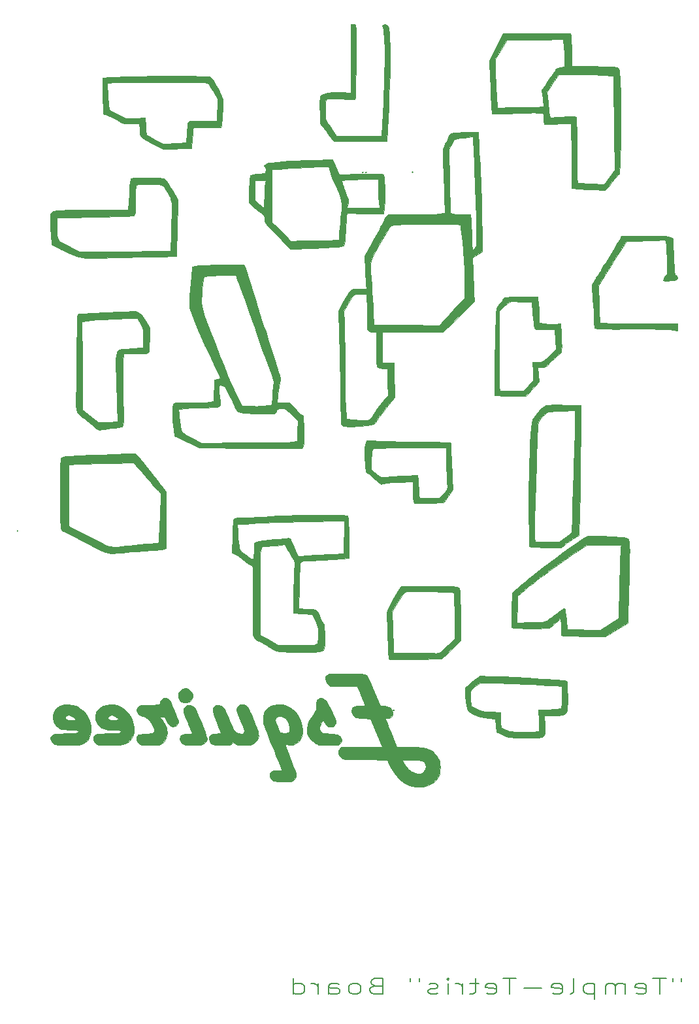
<source format=gbr>
G04 #@! TF.FileFunction,Legend,Bot*
%FSLAX46Y46*%
G04 Gerber Fmt 4.6, Leading zero omitted, Abs format (unit mm)*
G04 Created by KiCad (PCBNEW 4.0.6) date 04/14/18 17:05:02*
%MOMM*%
%LPD*%
G01*
G04 APERTURE LIST*
%ADD10C,0.100000*%
%ADD11C,0.150000*%
%ADD12C,0.010000*%
G04 APERTURE END LIST*
D10*
D11*
X142562286Y-187118762D02*
X142562286Y-187499714D01*
X141419429Y-187118762D02*
X141419429Y-187499714D01*
X140562287Y-187118762D02*
X138848001Y-187118762D01*
X139705144Y-189118762D02*
X139705144Y-187118762D01*
X136705144Y-189023524D02*
X136990858Y-189118762D01*
X137562287Y-189118762D01*
X137848001Y-189023524D01*
X137990858Y-188833048D01*
X137990858Y-188071143D01*
X137848001Y-187880667D01*
X137562287Y-187785429D01*
X136990858Y-187785429D01*
X136705144Y-187880667D01*
X136562287Y-188071143D01*
X136562287Y-188261619D01*
X137990858Y-188452095D01*
X135276572Y-189118762D02*
X135276572Y-187785429D01*
X135276572Y-187975905D02*
X135133715Y-187880667D01*
X134848001Y-187785429D01*
X134419429Y-187785429D01*
X134133715Y-187880667D01*
X133990858Y-188071143D01*
X133990858Y-189118762D01*
X133990858Y-188071143D02*
X133848001Y-187880667D01*
X133562287Y-187785429D01*
X133133715Y-187785429D01*
X132848001Y-187880667D01*
X132705144Y-188071143D01*
X132705144Y-189118762D01*
X131276572Y-187785429D02*
X131276572Y-189785429D01*
X131276572Y-187880667D02*
X130990858Y-187785429D01*
X130419429Y-187785429D01*
X130133715Y-187880667D01*
X129990858Y-187975905D01*
X129848001Y-188166381D01*
X129848001Y-188737810D01*
X129990858Y-188928286D01*
X130133715Y-189023524D01*
X130419429Y-189118762D01*
X130990858Y-189118762D01*
X131276572Y-189023524D01*
X128133715Y-189118762D02*
X128419429Y-189023524D01*
X128562286Y-188833048D01*
X128562286Y-187118762D01*
X125848000Y-189023524D02*
X126133714Y-189118762D01*
X126705143Y-189118762D01*
X126990857Y-189023524D01*
X127133714Y-188833048D01*
X127133714Y-188071143D01*
X126990857Y-187880667D01*
X126705143Y-187785429D01*
X126133714Y-187785429D01*
X125848000Y-187880667D01*
X125705143Y-188071143D01*
X125705143Y-188261619D01*
X127133714Y-188452095D01*
X124419428Y-188356857D02*
X122133714Y-188356857D01*
X121133714Y-187118762D02*
X119419428Y-187118762D01*
X120276571Y-189118762D02*
X120276571Y-187118762D01*
X117276571Y-189023524D02*
X117562285Y-189118762D01*
X118133714Y-189118762D01*
X118419428Y-189023524D01*
X118562285Y-188833048D01*
X118562285Y-188071143D01*
X118419428Y-187880667D01*
X118133714Y-187785429D01*
X117562285Y-187785429D01*
X117276571Y-187880667D01*
X117133714Y-188071143D01*
X117133714Y-188261619D01*
X118562285Y-188452095D01*
X116276571Y-187785429D02*
X115133714Y-187785429D01*
X115847999Y-187118762D02*
X115847999Y-188833048D01*
X115705142Y-189023524D01*
X115419428Y-189118762D01*
X115133714Y-189118762D01*
X114133713Y-189118762D02*
X114133713Y-187785429D01*
X114133713Y-188166381D02*
X113990856Y-187975905D01*
X113847999Y-187880667D01*
X113562285Y-187785429D01*
X113276570Y-187785429D01*
X112276570Y-189118762D02*
X112276570Y-187785429D01*
X112276570Y-187118762D02*
X112419427Y-187214000D01*
X112276570Y-187309238D01*
X112133713Y-187214000D01*
X112276570Y-187118762D01*
X112276570Y-187309238D01*
X110990856Y-189023524D02*
X110705142Y-189118762D01*
X110133714Y-189118762D01*
X109847999Y-189023524D01*
X109705142Y-188833048D01*
X109705142Y-188737810D01*
X109847999Y-188547333D01*
X110133714Y-188452095D01*
X110562285Y-188452095D01*
X110847999Y-188356857D01*
X110990856Y-188166381D01*
X110990856Y-188071143D01*
X110847999Y-187880667D01*
X110562285Y-187785429D01*
X110133714Y-187785429D01*
X109847999Y-187880667D01*
X108562285Y-187118762D02*
X108562285Y-187499714D01*
X107419428Y-187118762D02*
X107419428Y-187499714D01*
X102848000Y-188071143D02*
X102419429Y-188166381D01*
X102276572Y-188261619D01*
X102133715Y-188452095D01*
X102133715Y-188737810D01*
X102276572Y-188928286D01*
X102419429Y-189023524D01*
X102705143Y-189118762D01*
X103848000Y-189118762D01*
X103848000Y-187118762D01*
X102848000Y-187118762D01*
X102562286Y-187214000D01*
X102419429Y-187309238D01*
X102276572Y-187499714D01*
X102276572Y-187690190D01*
X102419429Y-187880667D01*
X102562286Y-187975905D01*
X102848000Y-188071143D01*
X103848000Y-188071143D01*
X100419429Y-189118762D02*
X100705143Y-189023524D01*
X100848000Y-188928286D01*
X100990857Y-188737810D01*
X100990857Y-188166381D01*
X100848000Y-187975905D01*
X100705143Y-187880667D01*
X100419429Y-187785429D01*
X99990857Y-187785429D01*
X99705143Y-187880667D01*
X99562286Y-187975905D01*
X99419429Y-188166381D01*
X99419429Y-188737810D01*
X99562286Y-188928286D01*
X99705143Y-189023524D01*
X99990857Y-189118762D01*
X100419429Y-189118762D01*
X96848000Y-189118762D02*
X96848000Y-188071143D01*
X96990857Y-187880667D01*
X97276571Y-187785429D01*
X97848000Y-187785429D01*
X98133714Y-187880667D01*
X96848000Y-189023524D02*
X97133714Y-189118762D01*
X97848000Y-189118762D01*
X98133714Y-189023524D01*
X98276571Y-188833048D01*
X98276571Y-188642571D01*
X98133714Y-188452095D01*
X97848000Y-188356857D01*
X97133714Y-188356857D01*
X96848000Y-188261619D01*
X95419428Y-189118762D02*
X95419428Y-187785429D01*
X95419428Y-188166381D02*
X95276571Y-187975905D01*
X95133714Y-187880667D01*
X94848000Y-187785429D01*
X94562285Y-187785429D01*
X92276571Y-189118762D02*
X92276571Y-187118762D01*
X92276571Y-189023524D02*
X92562285Y-189118762D01*
X93133714Y-189118762D01*
X93419428Y-189023524D01*
X93562285Y-188928286D01*
X93705142Y-188737810D01*
X93705142Y-188166381D01*
X93562285Y-187975905D01*
X93419428Y-187880667D01*
X93133714Y-187785429D01*
X92562285Y-187785429D01*
X92276571Y-187880667D01*
D12*
G36*
X98250875Y-147608204D02*
X97779082Y-147617416D01*
X97370557Y-147631968D01*
X97048451Y-147651969D01*
X96835912Y-147677532D01*
X96782624Y-147690725D01*
X96544921Y-147837992D01*
X96411297Y-148059298D01*
X96382651Y-148326604D01*
X96459880Y-148611872D01*
X96643883Y-148887062D01*
X96741252Y-148982514D01*
X96996765Y-149206857D01*
X98733401Y-149206857D01*
X99280631Y-149207457D01*
X99700557Y-149210173D01*
X100011011Y-149216377D01*
X100229831Y-149227444D01*
X100374850Y-149244745D01*
X100463904Y-149269655D01*
X100514829Y-149303547D01*
X100544671Y-149346313D01*
X100614130Y-149492873D01*
X100718131Y-149732827D01*
X100845677Y-150038585D01*
X100985772Y-150382556D01*
X101127418Y-150737148D01*
X101259620Y-151074772D01*
X101371379Y-151367835D01*
X101451700Y-151588749D01*
X101489586Y-151709921D01*
X101491143Y-151721020D01*
X101456751Y-151769462D01*
X101339309Y-151799923D01*
X101117415Y-151815522D01*
X100815399Y-151819429D01*
X100481830Y-151824033D01*
X100259344Y-151841718D01*
X100114059Y-151878291D01*
X100012097Y-151939559D01*
X99987296Y-151961372D01*
X99819556Y-152208886D01*
X99780543Y-152503664D01*
X99870596Y-152812905D01*
X99992856Y-153026417D01*
X100131563Y-153180324D01*
X100312968Y-153285536D01*
X100563321Y-153352963D01*
X100908875Y-153393515D01*
X101321676Y-153416000D01*
X102230630Y-153452286D01*
X103719276Y-157112040D01*
X101074859Y-157132734D01*
X98430443Y-157153429D01*
X98247567Y-157366111D01*
X98114126Y-157622353D01*
X98099702Y-157912700D01*
X98194763Y-158203867D01*
X98389775Y-158462569D01*
X98607112Y-158621490D01*
X98679269Y-158654684D01*
X98772268Y-158681963D01*
X98900701Y-158704054D01*
X99079158Y-158721682D01*
X99322229Y-158735572D01*
X99644504Y-158746449D01*
X100060574Y-158755039D01*
X100585029Y-158762068D01*
X101232459Y-158768260D01*
X101622025Y-158771386D01*
X104401765Y-158792773D01*
X104724266Y-159487622D01*
X105098828Y-160206333D01*
X105501440Y-160798168D01*
X105947781Y-161280864D01*
X106453532Y-161672159D01*
X106863260Y-161907253D01*
X107539378Y-162169808D01*
X108248713Y-162292189D01*
X108981288Y-162272792D01*
X109064855Y-162261647D01*
X109628851Y-162116946D01*
X110148535Y-161861649D01*
X110597552Y-161514314D01*
X110949546Y-161093497D01*
X111094517Y-160832536D01*
X111172598Y-160634077D01*
X111220618Y-160422155D01*
X111244942Y-160153648D01*
X111251935Y-159785437D01*
X111251944Y-159766000D01*
X111250886Y-159674728D01*
X109401429Y-159674728D01*
X109349553Y-160006611D01*
X109183182Y-160272041D01*
X108939387Y-160466232D01*
X108660681Y-160567470D01*
X108316309Y-160584323D01*
X107955692Y-160520845D01*
X107628252Y-160381089D01*
X107587394Y-160355352D01*
X107177277Y-160019395D01*
X106802472Y-159592095D01*
X106548574Y-159199036D01*
X106344576Y-158822571D01*
X107455717Y-158802001D01*
X108052475Y-158802647D01*
X108519905Y-158833382D01*
X108871840Y-158900410D01*
X109122116Y-159009939D01*
X109284568Y-159168173D01*
X109373032Y-159381318D01*
X109401341Y-159655580D01*
X109401429Y-159674728D01*
X111250886Y-159674728D01*
X111247905Y-159417621D01*
X111230527Y-159170446D01*
X111191823Y-158980634D01*
X111123804Y-158804343D01*
X111049830Y-158656680D01*
X110812221Y-158259361D01*
X110547009Y-157932676D01*
X110238810Y-157670632D01*
X109872240Y-157467239D01*
X109431913Y-157316506D01*
X108902446Y-157212442D01*
X108268453Y-157149056D01*
X107514550Y-157120358D01*
X107096357Y-157117143D01*
X105656024Y-157117143D01*
X104916155Y-155309287D01*
X104720508Y-154829702D01*
X104544274Y-154394776D01*
X104394594Y-154022371D01*
X104278610Y-153730349D01*
X104203462Y-153536571D01*
X104176292Y-153458899D01*
X104176286Y-153458715D01*
X104239377Y-153428520D01*
X104390585Y-153416000D01*
X104712563Y-153357178D01*
X104949536Y-153197206D01*
X105088734Y-152960829D01*
X105117383Y-152672790D01*
X105022712Y-152357834D01*
X104978184Y-152277632D01*
X104825323Y-152077522D01*
X104635485Y-151945700D01*
X104373232Y-151865686D01*
X104003125Y-151821001D01*
X103994963Y-151820397D01*
X103487069Y-151783143D01*
X102757172Y-150041429D01*
X102505107Y-149440925D01*
X102301306Y-148960074D01*
X102138190Y-148584558D01*
X102008180Y-148300059D01*
X101903698Y-148092258D01*
X101817165Y-147946838D01*
X101741003Y-147849481D01*
X101667633Y-147785870D01*
X101589477Y-147741685D01*
X101524940Y-147713426D01*
X101380383Y-147683912D01*
X101113898Y-147658852D01*
X100748635Y-147638355D01*
X100307742Y-147622533D01*
X99814371Y-147611495D01*
X99291669Y-147605354D01*
X98762787Y-147604220D01*
X98250875Y-147608204D01*
X98250875Y-147608204D01*
G37*
X98250875Y-147608204D02*
X97779082Y-147617416D01*
X97370557Y-147631968D01*
X97048451Y-147651969D01*
X96835912Y-147677532D01*
X96782624Y-147690725D01*
X96544921Y-147837992D01*
X96411297Y-148059298D01*
X96382651Y-148326604D01*
X96459880Y-148611872D01*
X96643883Y-148887062D01*
X96741252Y-148982514D01*
X96996765Y-149206857D01*
X98733401Y-149206857D01*
X99280631Y-149207457D01*
X99700557Y-149210173D01*
X100011011Y-149216377D01*
X100229831Y-149227444D01*
X100374850Y-149244745D01*
X100463904Y-149269655D01*
X100514829Y-149303547D01*
X100544671Y-149346313D01*
X100614130Y-149492873D01*
X100718131Y-149732827D01*
X100845677Y-150038585D01*
X100985772Y-150382556D01*
X101127418Y-150737148D01*
X101259620Y-151074772D01*
X101371379Y-151367835D01*
X101451700Y-151588749D01*
X101489586Y-151709921D01*
X101491143Y-151721020D01*
X101456751Y-151769462D01*
X101339309Y-151799923D01*
X101117415Y-151815522D01*
X100815399Y-151819429D01*
X100481830Y-151824033D01*
X100259344Y-151841718D01*
X100114059Y-151878291D01*
X100012097Y-151939559D01*
X99987296Y-151961372D01*
X99819556Y-152208886D01*
X99780543Y-152503664D01*
X99870596Y-152812905D01*
X99992856Y-153026417D01*
X100131563Y-153180324D01*
X100312968Y-153285536D01*
X100563321Y-153352963D01*
X100908875Y-153393515D01*
X101321676Y-153416000D01*
X102230630Y-153452286D01*
X103719276Y-157112040D01*
X101074859Y-157132734D01*
X98430443Y-157153429D01*
X98247567Y-157366111D01*
X98114126Y-157622353D01*
X98099702Y-157912700D01*
X98194763Y-158203867D01*
X98389775Y-158462569D01*
X98607112Y-158621490D01*
X98679269Y-158654684D01*
X98772268Y-158681963D01*
X98900701Y-158704054D01*
X99079158Y-158721682D01*
X99322229Y-158735572D01*
X99644504Y-158746449D01*
X100060574Y-158755039D01*
X100585029Y-158762068D01*
X101232459Y-158768260D01*
X101622025Y-158771386D01*
X104401765Y-158792773D01*
X104724266Y-159487622D01*
X105098828Y-160206333D01*
X105501440Y-160798168D01*
X105947781Y-161280864D01*
X106453532Y-161672159D01*
X106863260Y-161907253D01*
X107539378Y-162169808D01*
X108248713Y-162292189D01*
X108981288Y-162272792D01*
X109064855Y-162261647D01*
X109628851Y-162116946D01*
X110148535Y-161861649D01*
X110597552Y-161514314D01*
X110949546Y-161093497D01*
X111094517Y-160832536D01*
X111172598Y-160634077D01*
X111220618Y-160422155D01*
X111244942Y-160153648D01*
X111251935Y-159785437D01*
X111251944Y-159766000D01*
X111250886Y-159674728D01*
X109401429Y-159674728D01*
X109349553Y-160006611D01*
X109183182Y-160272041D01*
X108939387Y-160466232D01*
X108660681Y-160567470D01*
X108316309Y-160584323D01*
X107955692Y-160520845D01*
X107628252Y-160381089D01*
X107587394Y-160355352D01*
X107177277Y-160019395D01*
X106802472Y-159592095D01*
X106548574Y-159199036D01*
X106344576Y-158822571D01*
X107455717Y-158802001D01*
X108052475Y-158802647D01*
X108519905Y-158833382D01*
X108871840Y-158900410D01*
X109122116Y-159009939D01*
X109284568Y-159168173D01*
X109373032Y-159381318D01*
X109401341Y-159655580D01*
X109401429Y-159674728D01*
X111250886Y-159674728D01*
X111247905Y-159417621D01*
X111230527Y-159170446D01*
X111191823Y-158980634D01*
X111123804Y-158804343D01*
X111049830Y-158656680D01*
X110812221Y-158259361D01*
X110547009Y-157932676D01*
X110238810Y-157670632D01*
X109872240Y-157467239D01*
X109431913Y-157316506D01*
X108902446Y-157212442D01*
X108268453Y-157149056D01*
X107514550Y-157120358D01*
X107096357Y-157117143D01*
X105656024Y-157117143D01*
X104916155Y-155309287D01*
X104720508Y-154829702D01*
X104544274Y-154394776D01*
X104394594Y-154022371D01*
X104278610Y-153730349D01*
X104203462Y-153536571D01*
X104176292Y-153458899D01*
X104176286Y-153458715D01*
X104239377Y-153428520D01*
X104390585Y-153416000D01*
X104712563Y-153357178D01*
X104949536Y-153197206D01*
X105088734Y-152960829D01*
X105117383Y-152672790D01*
X105022712Y-152357834D01*
X104978184Y-152277632D01*
X104825323Y-152077522D01*
X104635485Y-151945700D01*
X104373232Y-151865686D01*
X104003125Y-151821001D01*
X103994963Y-151820397D01*
X103487069Y-151783143D01*
X102757172Y-150041429D01*
X102505107Y-149440925D01*
X102301306Y-148960074D01*
X102138190Y-148584558D01*
X102008180Y-148300059D01*
X101903698Y-148092258D01*
X101817165Y-147946838D01*
X101741003Y-147849481D01*
X101667633Y-147785870D01*
X101589477Y-147741685D01*
X101524940Y-147713426D01*
X101380383Y-147683912D01*
X101113898Y-147658852D01*
X100748635Y-147638355D01*
X100307742Y-147622533D01*
X99814371Y-147611495D01*
X99291669Y-147605354D01*
X98762787Y-147604220D01*
X98250875Y-147608204D01*
G36*
X90028800Y-151648350D02*
X89772285Y-151673253D01*
X89575785Y-151722097D01*
X89399548Y-151800350D01*
X88952457Y-152080173D01*
X88636205Y-152390122D01*
X88436677Y-152752849D01*
X88339762Y-153191003D01*
X88325093Y-153524857D01*
X88327006Y-153667236D01*
X88333758Y-153797482D01*
X88350144Y-153929814D01*
X88380953Y-154078450D01*
X88430979Y-154257608D01*
X88505015Y-154481507D01*
X88607851Y-154764363D01*
X88744281Y-155120396D01*
X88919097Y-155563824D01*
X89137091Y-156108864D01*
X89403055Y-156769735D01*
X89499193Y-157008286D01*
X89747495Y-157624510D01*
X89980047Y-158201942D01*
X90191007Y-158726049D01*
X90374529Y-159182299D01*
X90524769Y-159556158D01*
X90635884Y-159833096D01*
X90702029Y-159998578D01*
X90717630Y-160038143D01*
X90728193Y-160102724D01*
X90680990Y-160140872D01*
X90549344Y-160159359D01*
X90306579Y-160164961D01*
X90217465Y-160165143D01*
X89923750Y-160175848D01*
X89666006Y-160204022D01*
X89496751Y-160243757D01*
X89488891Y-160247128D01*
X89296622Y-160406007D01*
X89194238Y-160639420D01*
X89185541Y-160905043D01*
X89274330Y-161160552D01*
X89393622Y-161308103D01*
X89535464Y-161425345D01*
X89680454Y-161508673D01*
X89856281Y-161563694D01*
X90090638Y-161596015D01*
X90411218Y-161611241D01*
X90845712Y-161614980D01*
X90909086Y-161614919D01*
X91356833Y-161610453D01*
X91685732Y-161597032D01*
X91921938Y-161572164D01*
X92091602Y-161533352D01*
X92193248Y-161492449D01*
X92433732Y-161298422D01*
X92579258Y-161019632D01*
X92612367Y-160694036D01*
X92600517Y-160606983D01*
X92560747Y-160470482D01*
X92473886Y-160220602D01*
X92347786Y-159878304D01*
X92190297Y-159464552D01*
X92009268Y-159000310D01*
X91832641Y-158556491D01*
X91641352Y-158078985D01*
X91469206Y-157646587D01*
X91323272Y-157277271D01*
X91210621Y-156989013D01*
X91138321Y-156799786D01*
X91113429Y-156727766D01*
X91171996Y-156727523D01*
X91317440Y-156775062D01*
X91365098Y-156794275D01*
X91774369Y-156890593D01*
X92206907Y-156845730D01*
X92535792Y-156725690D01*
X92920316Y-156476684D01*
X93198526Y-156135187D01*
X93372603Y-155697074D01*
X93444726Y-155158216D01*
X93447045Y-155000725D01*
X93438463Y-154919030D01*
X91774261Y-154919030D01*
X91699776Y-155133843D01*
X91517957Y-155285224D01*
X91256278Y-155363530D01*
X90942211Y-155359123D01*
X90694795Y-155297838D01*
X90588934Y-155247725D01*
X90499136Y-155163192D01*
X90408731Y-155018025D01*
X90301052Y-154786012D01*
X90175646Y-154481409D01*
X90054457Y-154166119D01*
X89957708Y-153888912D01*
X89896865Y-153684263D01*
X89881703Y-153597429D01*
X89945704Y-153368638D01*
X90109004Y-153211901D01*
X90342864Y-153130913D01*
X90618544Y-153129369D01*
X90907306Y-153210966D01*
X91180410Y-153379400D01*
X91230742Y-153423945D01*
X91483967Y-153749173D01*
X91667670Y-154163535D01*
X91765103Y-154620957D01*
X91774261Y-154919030D01*
X93438463Y-154919030D01*
X93377618Y-154339833D01*
X93187282Y-153701879D01*
X92889878Y-153109746D01*
X92499246Y-152586313D01*
X92029225Y-152154462D01*
X91548857Y-151862576D01*
X91307121Y-151754375D01*
X91103805Y-151687899D01*
X90888041Y-151653419D01*
X90608959Y-151641209D01*
X90387714Y-151640533D01*
X90028800Y-151648350D01*
X90028800Y-151648350D01*
G37*
X90028800Y-151648350D02*
X89772285Y-151673253D01*
X89575785Y-151722097D01*
X89399548Y-151800350D01*
X88952457Y-152080173D01*
X88636205Y-152390122D01*
X88436677Y-152752849D01*
X88339762Y-153191003D01*
X88325093Y-153524857D01*
X88327006Y-153667236D01*
X88333758Y-153797482D01*
X88350144Y-153929814D01*
X88380953Y-154078450D01*
X88430979Y-154257608D01*
X88505015Y-154481507D01*
X88607851Y-154764363D01*
X88744281Y-155120396D01*
X88919097Y-155563824D01*
X89137091Y-156108864D01*
X89403055Y-156769735D01*
X89499193Y-157008286D01*
X89747495Y-157624510D01*
X89980047Y-158201942D01*
X90191007Y-158726049D01*
X90374529Y-159182299D01*
X90524769Y-159556158D01*
X90635884Y-159833096D01*
X90702029Y-159998578D01*
X90717630Y-160038143D01*
X90728193Y-160102724D01*
X90680990Y-160140872D01*
X90549344Y-160159359D01*
X90306579Y-160164961D01*
X90217465Y-160165143D01*
X89923750Y-160175848D01*
X89666006Y-160204022D01*
X89496751Y-160243757D01*
X89488891Y-160247128D01*
X89296622Y-160406007D01*
X89194238Y-160639420D01*
X89185541Y-160905043D01*
X89274330Y-161160552D01*
X89393622Y-161308103D01*
X89535464Y-161425345D01*
X89680454Y-161508673D01*
X89856281Y-161563694D01*
X90090638Y-161596015D01*
X90411218Y-161611241D01*
X90845712Y-161614980D01*
X90909086Y-161614919D01*
X91356833Y-161610453D01*
X91685732Y-161597032D01*
X91921938Y-161572164D01*
X92091602Y-161533352D01*
X92193248Y-161492449D01*
X92433732Y-161298422D01*
X92579258Y-161019632D01*
X92612367Y-160694036D01*
X92600517Y-160606983D01*
X92560747Y-160470482D01*
X92473886Y-160220602D01*
X92347786Y-159878304D01*
X92190297Y-159464552D01*
X92009268Y-159000310D01*
X91832641Y-158556491D01*
X91641352Y-158078985D01*
X91469206Y-157646587D01*
X91323272Y-157277271D01*
X91210621Y-156989013D01*
X91138321Y-156799786D01*
X91113429Y-156727766D01*
X91171996Y-156727523D01*
X91317440Y-156775062D01*
X91365098Y-156794275D01*
X91774369Y-156890593D01*
X92206907Y-156845730D01*
X92535792Y-156725690D01*
X92920316Y-156476684D01*
X93198526Y-156135187D01*
X93372603Y-155697074D01*
X93444726Y-155158216D01*
X93447045Y-155000725D01*
X93438463Y-154919030D01*
X91774261Y-154919030D01*
X91699776Y-155133843D01*
X91517957Y-155285224D01*
X91256278Y-155363530D01*
X90942211Y-155359123D01*
X90694795Y-155297838D01*
X90588934Y-155247725D01*
X90499136Y-155163192D01*
X90408731Y-155018025D01*
X90301052Y-154786012D01*
X90175646Y-154481409D01*
X90054457Y-154166119D01*
X89957708Y-153888912D01*
X89896865Y-153684263D01*
X89881703Y-153597429D01*
X89945704Y-153368638D01*
X90109004Y-153211901D01*
X90342864Y-153130913D01*
X90618544Y-153129369D01*
X90907306Y-153210966D01*
X91180410Y-153379400D01*
X91230742Y-153423945D01*
X91483967Y-153749173D01*
X91667670Y-154163535D01*
X91765103Y-154620957D01*
X91774261Y-154919030D01*
X93438463Y-154919030D01*
X93377618Y-154339833D01*
X93187282Y-153701879D01*
X92889878Y-153109746D01*
X92499246Y-152586313D01*
X92029225Y-152154462D01*
X91548857Y-151862576D01*
X91307121Y-151754375D01*
X91103805Y-151687899D01*
X90888041Y-151653419D01*
X90608959Y-151641209D01*
X90387714Y-151640533D01*
X90028800Y-151648350D01*
G36*
X95662499Y-150808610D02*
X95631913Y-150816464D01*
X95411987Y-150928218D01*
X95278364Y-151130029D01*
X95224896Y-151435714D01*
X95231666Y-151716272D01*
X95232538Y-152018558D01*
X95176123Y-152297652D01*
X95049033Y-152587601D01*
X94837876Y-152922454D01*
X94663214Y-153161797D01*
X94306290Y-153722024D01*
X94079212Y-154280108D01*
X93984735Y-154824701D01*
X94025614Y-155344456D01*
X94083169Y-155550751D01*
X94245210Y-155860496D01*
X94506279Y-156179858D01*
X94828908Y-156469110D01*
X95138229Y-156669434D01*
X95279880Y-156740192D01*
X95412576Y-156791663D01*
X95563195Y-156827432D01*
X95758612Y-156851083D01*
X96025703Y-156866201D01*
X96391345Y-156876370D01*
X96737714Y-156882758D01*
X97248142Y-156887665D01*
X97630412Y-156882173D01*
X97901195Y-156865418D01*
X98077163Y-156836534D01*
X98151427Y-156809389D01*
X98363473Y-156625209D01*
X98472568Y-156374115D01*
X98471995Y-156097847D01*
X98355038Y-155838142D01*
X98315452Y-155790046D01*
X98159018Y-155647339D01*
X97970041Y-155544151D01*
X97720965Y-155472797D01*
X97384233Y-155425590D01*
X96932288Y-155394847D01*
X96891531Y-155392923D01*
X96519022Y-155374048D01*
X96261567Y-155353498D01*
X96089165Y-155324564D01*
X95971815Y-155280535D01*
X95879515Y-155214702D01*
X95813526Y-155151833D01*
X95673803Y-154967772D01*
X95622238Y-154763573D01*
X95659271Y-154510248D01*
X95785345Y-154178811D01*
X95829812Y-154082498D01*
X95962688Y-153838470D01*
X96074993Y-153701109D01*
X96155318Y-153678766D01*
X96192252Y-153779792D01*
X96193429Y-153816370D01*
X96240490Y-153922087D01*
X96361590Y-154086255D01*
X96472478Y-154211230D01*
X96656280Y-154386944D01*
X96809660Y-154474876D01*
X96989264Y-154503373D01*
X97058632Y-154504572D01*
X97300420Y-154477441D01*
X97488917Y-154373269D01*
X97586817Y-154283491D01*
X97688410Y-154166355D01*
X97749720Y-154043203D01*
X97766581Y-153895380D01*
X97734826Y-153704232D01*
X97650288Y-153451104D01*
X97508801Y-153117344D01*
X97306197Y-152684297D01*
X97163921Y-152390300D01*
X96892157Y-151851144D01*
X96658850Y-151436283D01*
X96452381Y-151133779D01*
X96261131Y-150931697D01*
X96073480Y-150818099D01*
X95877809Y-150781049D01*
X95662499Y-150808610D01*
X95662499Y-150808610D01*
G37*
X95662499Y-150808610D02*
X95631913Y-150816464D01*
X95411987Y-150928218D01*
X95278364Y-151130029D01*
X95224896Y-151435714D01*
X95231666Y-151716272D01*
X95232538Y-152018558D01*
X95176123Y-152297652D01*
X95049033Y-152587601D01*
X94837876Y-152922454D01*
X94663214Y-153161797D01*
X94306290Y-153722024D01*
X94079212Y-154280108D01*
X93984735Y-154824701D01*
X94025614Y-155344456D01*
X94083169Y-155550751D01*
X94245210Y-155860496D01*
X94506279Y-156179858D01*
X94828908Y-156469110D01*
X95138229Y-156669434D01*
X95279880Y-156740192D01*
X95412576Y-156791663D01*
X95563195Y-156827432D01*
X95758612Y-156851083D01*
X96025703Y-156866201D01*
X96391345Y-156876370D01*
X96737714Y-156882758D01*
X97248142Y-156887665D01*
X97630412Y-156882173D01*
X97901195Y-156865418D01*
X98077163Y-156836534D01*
X98151427Y-156809389D01*
X98363473Y-156625209D01*
X98472568Y-156374115D01*
X98471995Y-156097847D01*
X98355038Y-155838142D01*
X98315452Y-155790046D01*
X98159018Y-155647339D01*
X97970041Y-155544151D01*
X97720965Y-155472797D01*
X97384233Y-155425590D01*
X96932288Y-155394847D01*
X96891531Y-155392923D01*
X96519022Y-155374048D01*
X96261567Y-155353498D01*
X96089165Y-155324564D01*
X95971815Y-155280535D01*
X95879515Y-155214702D01*
X95813526Y-155151833D01*
X95673803Y-154967772D01*
X95622238Y-154763573D01*
X95659271Y-154510248D01*
X95785345Y-154178811D01*
X95829812Y-154082498D01*
X95962688Y-153838470D01*
X96074993Y-153701109D01*
X96155318Y-153678766D01*
X96192252Y-153779792D01*
X96193429Y-153816370D01*
X96240490Y-153922087D01*
X96361590Y-154086255D01*
X96472478Y-154211230D01*
X96656280Y-154386944D01*
X96809660Y-154474876D01*
X96989264Y-154503373D01*
X97058632Y-154504572D01*
X97300420Y-154477441D01*
X97488917Y-154373269D01*
X97586817Y-154283491D01*
X97688410Y-154166355D01*
X97749720Y-154043203D01*
X97766581Y-153895380D01*
X97734826Y-153704232D01*
X97650288Y-153451104D01*
X97508801Y-153117344D01*
X97306197Y-152684297D01*
X97163921Y-152390300D01*
X96892157Y-151851144D01*
X96658850Y-151436283D01*
X96452381Y-151133779D01*
X96261131Y-150931697D01*
X96073480Y-150818099D01*
X95877809Y-150781049D01*
X95662499Y-150808610D01*
G36*
X85273399Y-151652843D02*
X85122485Y-151776109D01*
X85093465Y-151804799D01*
X84919615Y-152041791D01*
X84872610Y-152231132D01*
X84899305Y-152362319D01*
X84973281Y-152601930D01*
X85085698Y-152924535D01*
X85227717Y-153304704D01*
X85380610Y-153692577D01*
X85542093Y-154101509D01*
X85682375Y-154474570D01*
X85792676Y-154786945D01*
X85864218Y-155013815D01*
X85888286Y-155127659D01*
X85826635Y-155296193D01*
X85655535Y-155392597D01*
X85395759Y-155408830D01*
X85230100Y-155382375D01*
X85046239Y-155337838D01*
X84895364Y-155285290D01*
X84766544Y-155208822D01*
X84648844Y-155092525D01*
X84531332Y-154920489D01*
X84403072Y-154676805D01*
X84253133Y-154345563D01*
X84070580Y-153910855D01*
X83853802Y-153379714D01*
X83646394Y-152883811D01*
X83472369Y-152506372D01*
X83319500Y-152228073D01*
X83175556Y-152029587D01*
X83028309Y-151891590D01*
X82865531Y-151794758D01*
X82844774Y-151785167D01*
X82531134Y-151705742D01*
X82242338Y-151742559D01*
X82006093Y-151879647D01*
X81850105Y-152101036D01*
X81801881Y-152386273D01*
X81832238Y-152535660D01*
X81910163Y-152793132D01*
X82026817Y-153133042D01*
X82173363Y-153529741D01*
X82340963Y-153957578D01*
X82356712Y-153996572D01*
X82540369Y-154460848D01*
X82681928Y-154841209D01*
X82777113Y-155125029D01*
X82821652Y-155299683D01*
X82815890Y-155353003D01*
X82707022Y-155365310D01*
X82495169Y-155385359D01*
X82222020Y-155409243D01*
X82162168Y-155414263D01*
X81786529Y-155463808D01*
X81534688Y-155547472D01*
X81386775Y-155678755D01*
X81322916Y-155871156D01*
X81316286Y-155988871D01*
X81365448Y-156324548D01*
X81523495Y-156574173D01*
X81797468Y-156758869D01*
X81941253Y-156821194D01*
X82088416Y-156862534D01*
X82270374Y-156886010D01*
X82518546Y-156894742D01*
X82864350Y-156891850D01*
X83086970Y-156886940D01*
X83485555Y-156875434D01*
X83766326Y-156860683D01*
X83956609Y-156838195D01*
X84083728Y-156803482D01*
X84175008Y-156752054D01*
X84238623Y-156697713D01*
X84414491Y-156532283D01*
X84734103Y-156714982D01*
X84889985Y-156796620D01*
X85039242Y-156849292D01*
X85219074Y-156878900D01*
X85466684Y-156891343D01*
X85819274Y-156892524D01*
X85852000Y-156892317D01*
X86200664Y-156884450D01*
X86515147Y-156867412D01*
X86754945Y-156843943D01*
X86860429Y-156824068D01*
X87111985Y-156693671D01*
X87365955Y-156472401D01*
X87573248Y-156205083D01*
X87610561Y-156139127D01*
X87695190Y-155925557D01*
X87728581Y-155689061D01*
X87707308Y-155408834D01*
X87627947Y-155064069D01*
X87487072Y-154633960D01*
X87281258Y-154097703D01*
X87269770Y-154069143D01*
X87011122Y-153433946D01*
X86794031Y-152921263D01*
X86609502Y-152517552D01*
X86448538Y-152209272D01*
X86302146Y-151982881D01*
X86161329Y-151824839D01*
X86017092Y-151721604D01*
X85860441Y-151659634D01*
X85682378Y-151625389D01*
X85643267Y-151620660D01*
X85423197Y-151608997D01*
X85273399Y-151652843D01*
X85273399Y-151652843D01*
G37*
X85273399Y-151652843D02*
X85122485Y-151776109D01*
X85093465Y-151804799D01*
X84919615Y-152041791D01*
X84872610Y-152231132D01*
X84899305Y-152362319D01*
X84973281Y-152601930D01*
X85085698Y-152924535D01*
X85227717Y-153304704D01*
X85380610Y-153692577D01*
X85542093Y-154101509D01*
X85682375Y-154474570D01*
X85792676Y-154786945D01*
X85864218Y-155013815D01*
X85888286Y-155127659D01*
X85826635Y-155296193D01*
X85655535Y-155392597D01*
X85395759Y-155408830D01*
X85230100Y-155382375D01*
X85046239Y-155337838D01*
X84895364Y-155285290D01*
X84766544Y-155208822D01*
X84648844Y-155092525D01*
X84531332Y-154920489D01*
X84403072Y-154676805D01*
X84253133Y-154345563D01*
X84070580Y-153910855D01*
X83853802Y-153379714D01*
X83646394Y-152883811D01*
X83472369Y-152506372D01*
X83319500Y-152228073D01*
X83175556Y-152029587D01*
X83028309Y-151891590D01*
X82865531Y-151794758D01*
X82844774Y-151785167D01*
X82531134Y-151705742D01*
X82242338Y-151742559D01*
X82006093Y-151879647D01*
X81850105Y-152101036D01*
X81801881Y-152386273D01*
X81832238Y-152535660D01*
X81910163Y-152793132D01*
X82026817Y-153133042D01*
X82173363Y-153529741D01*
X82340963Y-153957578D01*
X82356712Y-153996572D01*
X82540369Y-154460848D01*
X82681928Y-154841209D01*
X82777113Y-155125029D01*
X82821652Y-155299683D01*
X82815890Y-155353003D01*
X82707022Y-155365310D01*
X82495169Y-155385359D01*
X82222020Y-155409243D01*
X82162168Y-155414263D01*
X81786529Y-155463808D01*
X81534688Y-155547472D01*
X81386775Y-155678755D01*
X81322916Y-155871156D01*
X81316286Y-155988871D01*
X81365448Y-156324548D01*
X81523495Y-156574173D01*
X81797468Y-156758869D01*
X81941253Y-156821194D01*
X82088416Y-156862534D01*
X82270374Y-156886010D01*
X82518546Y-156894742D01*
X82864350Y-156891850D01*
X83086970Y-156886940D01*
X83485555Y-156875434D01*
X83766326Y-156860683D01*
X83956609Y-156838195D01*
X84083728Y-156803482D01*
X84175008Y-156752054D01*
X84238623Y-156697713D01*
X84414491Y-156532283D01*
X84734103Y-156714982D01*
X84889985Y-156796620D01*
X85039242Y-156849292D01*
X85219074Y-156878900D01*
X85466684Y-156891343D01*
X85819274Y-156892524D01*
X85852000Y-156892317D01*
X86200664Y-156884450D01*
X86515147Y-156867412D01*
X86754945Y-156843943D01*
X86860429Y-156824068D01*
X87111985Y-156693671D01*
X87365955Y-156472401D01*
X87573248Y-156205083D01*
X87610561Y-156139127D01*
X87695190Y-155925557D01*
X87728581Y-155689061D01*
X87707308Y-155408834D01*
X87627947Y-155064069D01*
X87487072Y-154633960D01*
X87281258Y-154097703D01*
X87269770Y-154069143D01*
X87011122Y-153433946D01*
X86794031Y-152921263D01*
X86609502Y-152517552D01*
X86448538Y-152209272D01*
X86302146Y-151982881D01*
X86161329Y-151824839D01*
X86017092Y-151721604D01*
X85860441Y-151659634D01*
X85682378Y-151625389D01*
X85643267Y-151620660D01*
X85423197Y-151608997D01*
X85273399Y-151652843D01*
G36*
X78483326Y-151739640D02*
X78231170Y-151871167D01*
X78056653Y-152096239D01*
X78046906Y-152118564D01*
X78013240Y-152213637D01*
X77997662Y-152312941D01*
X78005328Y-152434502D01*
X78041393Y-152596342D01*
X78111011Y-152816484D01*
X78219339Y-153112953D01*
X78371530Y-153503772D01*
X78572740Y-154006965D01*
X78622077Y-154129524D01*
X79118303Y-155361454D01*
X78901937Y-155404727D01*
X78699401Y-155430358D01*
X78433291Y-155445878D01*
X78305287Y-155448000D01*
X77944987Y-155491789D01*
X77696848Y-155621327D01*
X77564657Y-155833866D01*
X77542571Y-156001157D01*
X77601980Y-156349623D01*
X77778712Y-156613664D01*
X78049252Y-156781576D01*
X78301704Y-156845857D01*
X78653098Y-156887233D01*
X79063184Y-156906051D01*
X79491714Y-156902658D01*
X79898439Y-156877400D01*
X80243109Y-156830624D01*
X80485476Y-156762678D01*
X80490241Y-156760545D01*
X80793591Y-156571040D01*
X80968193Y-156328939D01*
X81025948Y-156017489D01*
X81026000Y-156006371D01*
X80997189Y-155834894D01*
X80916978Y-155557088D01*
X80794703Y-155195706D01*
X80639700Y-154773503D01*
X80461303Y-154313232D01*
X80268849Y-153837645D01*
X80071672Y-153369496D01*
X79879108Y-152931539D01*
X79700492Y-152546526D01*
X79545159Y-152237212D01*
X79422446Y-152026348D01*
X79361860Y-151950319D01*
X79083048Y-151774818D01*
X78778745Y-151706058D01*
X78483326Y-151739640D01*
X78483326Y-151739640D01*
G37*
X78483326Y-151739640D02*
X78231170Y-151871167D01*
X78056653Y-152096239D01*
X78046906Y-152118564D01*
X78013240Y-152213637D01*
X77997662Y-152312941D01*
X78005328Y-152434502D01*
X78041393Y-152596342D01*
X78111011Y-152816484D01*
X78219339Y-153112953D01*
X78371530Y-153503772D01*
X78572740Y-154006965D01*
X78622077Y-154129524D01*
X79118303Y-155361454D01*
X78901937Y-155404727D01*
X78699401Y-155430358D01*
X78433291Y-155445878D01*
X78305287Y-155448000D01*
X77944987Y-155491789D01*
X77696848Y-155621327D01*
X77564657Y-155833866D01*
X77542571Y-156001157D01*
X77601980Y-156349623D01*
X77778712Y-156613664D01*
X78049252Y-156781576D01*
X78301704Y-156845857D01*
X78653098Y-156887233D01*
X79063184Y-156906051D01*
X79491714Y-156902658D01*
X79898439Y-156877400D01*
X80243109Y-156830624D01*
X80485476Y-156762678D01*
X80490241Y-156760545D01*
X80793591Y-156571040D01*
X80968193Y-156328939D01*
X81025948Y-156017489D01*
X81026000Y-156006371D01*
X80997189Y-155834894D01*
X80916978Y-155557088D01*
X80794703Y-155195706D01*
X80639700Y-154773503D01*
X80461303Y-154313232D01*
X80268849Y-153837645D01*
X80071672Y-153369496D01*
X79879108Y-152931539D01*
X79700492Y-152546526D01*
X79545159Y-152237212D01*
X79422446Y-152026348D01*
X79361860Y-151950319D01*
X79083048Y-151774818D01*
X78778745Y-151706058D01*
X78483326Y-151739640D01*
G36*
X75416513Y-150798545D02*
X75196481Y-150912133D01*
X75054943Y-151099580D01*
X74969732Y-151368308D01*
X74943405Y-151469558D01*
X74902041Y-151545096D01*
X74825955Y-151599140D01*
X74695462Y-151635907D01*
X74490879Y-151659616D01*
X74192518Y-151674485D01*
X73780697Y-151684733D01*
X73466135Y-151690503D01*
X73034656Y-151699157D01*
X72723459Y-151709927D01*
X72507693Y-151726493D01*
X72362505Y-151752531D01*
X72263044Y-151791720D01*
X72184457Y-151847737D01*
X72141707Y-151886507D01*
X71984433Y-152117363D01*
X71954571Y-152299069D01*
X72000227Y-152636485D01*
X72145013Y-152885019D01*
X72400657Y-153056481D01*
X72778887Y-153162683D01*
X72818715Y-153169344D01*
X73078458Y-153271266D01*
X73359447Y-153478999D01*
X73636219Y-153760932D01*
X73883313Y-154085454D01*
X74075267Y-154420954D01*
X74186622Y-154735821D01*
X74204286Y-154889576D01*
X74186732Y-155076783D01*
X74120868Y-155213552D01*
X73986890Y-155309231D01*
X73764994Y-155373169D01*
X73435379Y-155414713D01*
X73037561Y-155440317D01*
X72663296Y-155461119D01*
X72405952Y-155483229D01*
X72237381Y-155512605D01*
X72129434Y-155555207D01*
X72053964Y-155616995D01*
X72020690Y-155655611D01*
X71899200Y-155908455D01*
X71900382Y-156184417D01*
X72012624Y-156451529D01*
X72224314Y-156677824D01*
X72436140Y-156799366D01*
X72589899Y-156832768D01*
X72853934Y-156859783D01*
X73193493Y-156879716D01*
X73573819Y-156891877D01*
X73960161Y-156895572D01*
X74317762Y-156890108D01*
X74611869Y-156874794D01*
X74807727Y-156848937D01*
X74816536Y-156846797D01*
X75171121Y-156685217D01*
X75471270Y-156409455D01*
X75699515Y-156045688D01*
X75838388Y-155620090D01*
X75873429Y-155263152D01*
X75855699Y-154922285D01*
X75793527Y-154615554D01*
X75673441Y-154311341D01*
X75481967Y-153978030D01*
X75205632Y-153584003D01*
X75095760Y-153438194D01*
X74912773Y-153198286D01*
X75561369Y-153198286D01*
X75762128Y-153670654D01*
X75978914Y-154081692D01*
X76221865Y-154352787D01*
X76494632Y-154487380D01*
X76646579Y-154504572D01*
X76890245Y-154446151D01*
X77112537Y-154296205D01*
X77271252Y-154092705D01*
X77324857Y-153894299D01*
X77297991Y-153766217D01*
X77224472Y-153532204D01*
X77114924Y-153219695D01*
X76979968Y-152856124D01*
X76830225Y-152468925D01*
X76676319Y-152085533D01*
X76528869Y-151733381D01*
X76398499Y-151439905D01*
X76295830Y-151232538D01*
X76290732Y-151223343D01*
X76079595Y-150959442D01*
X75816845Y-150804379D01*
X75532290Y-150772638D01*
X75416513Y-150798545D01*
X75416513Y-150798545D01*
G37*
X75416513Y-150798545D02*
X75196481Y-150912133D01*
X75054943Y-151099580D01*
X74969732Y-151368308D01*
X74943405Y-151469558D01*
X74902041Y-151545096D01*
X74825955Y-151599140D01*
X74695462Y-151635907D01*
X74490879Y-151659616D01*
X74192518Y-151674485D01*
X73780697Y-151684733D01*
X73466135Y-151690503D01*
X73034656Y-151699157D01*
X72723459Y-151709927D01*
X72507693Y-151726493D01*
X72362505Y-151752531D01*
X72263044Y-151791720D01*
X72184457Y-151847737D01*
X72141707Y-151886507D01*
X71984433Y-152117363D01*
X71954571Y-152299069D01*
X72000227Y-152636485D01*
X72145013Y-152885019D01*
X72400657Y-153056481D01*
X72778887Y-153162683D01*
X72818715Y-153169344D01*
X73078458Y-153271266D01*
X73359447Y-153478999D01*
X73636219Y-153760932D01*
X73883313Y-154085454D01*
X74075267Y-154420954D01*
X74186622Y-154735821D01*
X74204286Y-154889576D01*
X74186732Y-155076783D01*
X74120868Y-155213552D01*
X73986890Y-155309231D01*
X73764994Y-155373169D01*
X73435379Y-155414713D01*
X73037561Y-155440317D01*
X72663296Y-155461119D01*
X72405952Y-155483229D01*
X72237381Y-155512605D01*
X72129434Y-155555207D01*
X72053964Y-155616995D01*
X72020690Y-155655611D01*
X71899200Y-155908455D01*
X71900382Y-156184417D01*
X72012624Y-156451529D01*
X72224314Y-156677824D01*
X72436140Y-156799366D01*
X72589899Y-156832768D01*
X72853934Y-156859783D01*
X73193493Y-156879716D01*
X73573819Y-156891877D01*
X73960161Y-156895572D01*
X74317762Y-156890108D01*
X74611869Y-156874794D01*
X74807727Y-156848937D01*
X74816536Y-156846797D01*
X75171121Y-156685217D01*
X75471270Y-156409455D01*
X75699515Y-156045688D01*
X75838388Y-155620090D01*
X75873429Y-155263152D01*
X75855699Y-154922285D01*
X75793527Y-154615554D01*
X75673441Y-154311341D01*
X75481967Y-153978030D01*
X75205632Y-153584003D01*
X75095760Y-153438194D01*
X74912773Y-153198286D01*
X75561369Y-153198286D01*
X75762128Y-153670654D01*
X75978914Y-154081692D01*
X76221865Y-154352787D01*
X76494632Y-154487380D01*
X76646579Y-154504572D01*
X76890245Y-154446151D01*
X77112537Y-154296205D01*
X77271252Y-154092705D01*
X77324857Y-153894299D01*
X77297991Y-153766217D01*
X77224472Y-153532204D01*
X77114924Y-153219695D01*
X76979968Y-152856124D01*
X76830225Y-152468925D01*
X76676319Y-152085533D01*
X76528869Y-151733381D01*
X76398499Y-151439905D01*
X76295830Y-151232538D01*
X76290732Y-151223343D01*
X76079595Y-150959442D01*
X75816845Y-150804379D01*
X75532290Y-150772638D01*
X75416513Y-150798545D01*
G36*
X68035700Y-151662351D02*
X67570816Y-151807034D01*
X67176143Y-152044975D01*
X66954582Y-152266997D01*
X66711618Y-152676067D01*
X66596656Y-153115380D01*
X66608417Y-153559023D01*
X66745620Y-153981082D01*
X67006987Y-154355645D01*
X67060370Y-154409559D01*
X67246054Y-154572509D01*
X67434436Y-154693963D01*
X67652318Y-154781243D01*
X67926499Y-154841672D01*
X68283780Y-154882571D01*
X68750959Y-154911264D01*
X68924714Y-154918925D01*
X69286307Y-154938183D01*
X69589470Y-154962457D01*
X69808018Y-154989021D01*
X69915763Y-155015153D01*
X69922572Y-155022722D01*
X69876062Y-155114923D01*
X69777429Y-155230286D01*
X69713176Y-155283985D01*
X69629138Y-155322696D01*
X69502301Y-155348926D01*
X69309654Y-155365184D01*
X69028186Y-155373978D01*
X68634884Y-155377815D01*
X68416714Y-155378589D01*
X67983944Y-155383407D01*
X67577291Y-155394663D01*
X67229704Y-155410952D01*
X66974128Y-155430868D01*
X66877205Y-155444252D01*
X66563932Y-155552875D01*
X66375127Y-155735165D01*
X66308836Y-155993496D01*
X66316863Y-156123796D01*
X66419991Y-156444444D01*
X66637557Y-156681547D01*
X66854098Y-156800588D01*
X67018485Y-156837275D01*
X67298614Y-156865411D01*
X67665338Y-156885020D01*
X68089510Y-156896124D01*
X68541983Y-156898747D01*
X68993610Y-156892912D01*
X69415243Y-156878644D01*
X69777736Y-156855965D01*
X70051941Y-156824898D01*
X70176572Y-156797914D01*
X70656392Y-156603925D01*
X71019627Y-156352786D01*
X71281417Y-156025398D01*
X71456904Y-155602663D01*
X71561228Y-155065484D01*
X71563242Y-155048857D01*
X71562487Y-154480773D01*
X71438338Y-153897115D01*
X71304006Y-153568661D01*
X69559714Y-153568661D01*
X69494111Y-153602815D01*
X69323924Y-153623850D01*
X69089090Y-153632091D01*
X68829543Y-153627862D01*
X68585220Y-153611489D01*
X68396056Y-153583295D01*
X68321229Y-153558590D01*
X68194618Y-153437584D01*
X68184362Y-153296664D01*
X68268745Y-153160664D01*
X68426050Y-153054417D01*
X68634559Y-153002759D01*
X68798946Y-153012300D01*
X68978759Y-153077999D01*
X69185786Y-153197800D01*
X69378830Y-153341575D01*
X69516691Y-153479195D01*
X69559714Y-153568661D01*
X71304006Y-153568661D01*
X71205349Y-153327438D01*
X70878075Y-152801296D01*
X70471073Y-152348243D01*
X70086987Y-152051334D01*
X69596439Y-151805417D01*
X69074030Y-151659786D01*
X68545277Y-151612683D01*
X68035700Y-151662351D01*
X68035700Y-151662351D01*
G37*
X68035700Y-151662351D02*
X67570816Y-151807034D01*
X67176143Y-152044975D01*
X66954582Y-152266997D01*
X66711618Y-152676067D01*
X66596656Y-153115380D01*
X66608417Y-153559023D01*
X66745620Y-153981082D01*
X67006987Y-154355645D01*
X67060370Y-154409559D01*
X67246054Y-154572509D01*
X67434436Y-154693963D01*
X67652318Y-154781243D01*
X67926499Y-154841672D01*
X68283780Y-154882571D01*
X68750959Y-154911264D01*
X68924714Y-154918925D01*
X69286307Y-154938183D01*
X69589470Y-154962457D01*
X69808018Y-154989021D01*
X69915763Y-155015153D01*
X69922572Y-155022722D01*
X69876062Y-155114923D01*
X69777429Y-155230286D01*
X69713176Y-155283985D01*
X69629138Y-155322696D01*
X69502301Y-155348926D01*
X69309654Y-155365184D01*
X69028186Y-155373978D01*
X68634884Y-155377815D01*
X68416714Y-155378589D01*
X67983944Y-155383407D01*
X67577291Y-155394663D01*
X67229704Y-155410952D01*
X66974128Y-155430868D01*
X66877205Y-155444252D01*
X66563932Y-155552875D01*
X66375127Y-155735165D01*
X66308836Y-155993496D01*
X66316863Y-156123796D01*
X66419991Y-156444444D01*
X66637557Y-156681547D01*
X66854098Y-156800588D01*
X67018485Y-156837275D01*
X67298614Y-156865411D01*
X67665338Y-156885020D01*
X68089510Y-156896124D01*
X68541983Y-156898747D01*
X68993610Y-156892912D01*
X69415243Y-156878644D01*
X69777736Y-156855965D01*
X70051941Y-156824898D01*
X70176572Y-156797914D01*
X70656392Y-156603925D01*
X71019627Y-156352786D01*
X71281417Y-156025398D01*
X71456904Y-155602663D01*
X71561228Y-155065484D01*
X71563242Y-155048857D01*
X71562487Y-154480773D01*
X71438338Y-153897115D01*
X71304006Y-153568661D01*
X69559714Y-153568661D01*
X69494111Y-153602815D01*
X69323924Y-153623850D01*
X69089090Y-153632091D01*
X68829543Y-153627862D01*
X68585220Y-153611489D01*
X68396056Y-153583295D01*
X68321229Y-153558590D01*
X68194618Y-153437584D01*
X68184362Y-153296664D01*
X68268745Y-153160664D01*
X68426050Y-153054417D01*
X68634559Y-153002759D01*
X68798946Y-153012300D01*
X68978759Y-153077999D01*
X69185786Y-153197800D01*
X69378830Y-153341575D01*
X69516691Y-153479195D01*
X69559714Y-153568661D01*
X71304006Y-153568661D01*
X71205349Y-153327438D01*
X70878075Y-152801296D01*
X70471073Y-152348243D01*
X70086987Y-152051334D01*
X69596439Y-151805417D01*
X69074030Y-151659786D01*
X68545277Y-151612683D01*
X68035700Y-151662351D01*
G36*
X62515429Y-151647995D02*
X62040313Y-151800419D01*
X61628519Y-152061987D01*
X61528733Y-152154019D01*
X61261175Y-152515697D01*
X61106830Y-152931922D01*
X61065783Y-153371887D01*
X61138118Y-153804788D01*
X61323918Y-154199821D01*
X61522491Y-154438234D01*
X61724386Y-154602709D01*
X61956810Y-154725431D01*
X62245253Y-154813094D01*
X62615206Y-154872395D01*
X63092159Y-154910032D01*
X63365130Y-154922314D01*
X63735180Y-154939313D01*
X64047361Y-154959654D01*
X64276047Y-154981196D01*
X64395611Y-155001798D01*
X64407143Y-155009360D01*
X64368799Y-155099236D01*
X64304308Y-155198272D01*
X64259235Y-155246162D01*
X64190086Y-155282812D01*
X64077169Y-155310431D01*
X63900792Y-155331225D01*
X63641262Y-155347402D01*
X63278887Y-155361169D01*
X62793975Y-155374734D01*
X62711162Y-155376844D01*
X62204017Y-155390722D01*
X61820863Y-155404774D01*
X61540563Y-155421354D01*
X61341984Y-155442816D01*
X61203988Y-155471514D01*
X61105440Y-155509802D01*
X61025204Y-155560035D01*
X61017854Y-155565448D01*
X60840913Y-155775849D01*
X60777148Y-156033317D01*
X60819942Y-156302965D01*
X60962680Y-156549907D01*
X61198745Y-156739257D01*
X61244756Y-156761887D01*
X61450905Y-156818260D01*
X61771449Y-156861182D01*
X62176265Y-156890624D01*
X62635227Y-156906559D01*
X63118210Y-156908959D01*
X63595090Y-156897797D01*
X64035742Y-156873045D01*
X64410041Y-156834676D01*
X64687862Y-156782662D01*
X64745873Y-156765094D01*
X65199493Y-156564017D01*
X65538208Y-156305045D01*
X65774254Y-155970498D01*
X65919865Y-155542695D01*
X65987277Y-155003957D01*
X65989060Y-154968628D01*
X65970788Y-154291753D01*
X65841876Y-153694801D01*
X65780928Y-153562203D01*
X64002297Y-153562203D01*
X63978897Y-153603558D01*
X63879467Y-153624859D01*
X63678945Y-153632700D01*
X63444496Y-153633714D01*
X63106852Y-153622796D01*
X62867633Y-153592013D01*
X62752514Y-153546629D01*
X62667120Y-153374282D01*
X62694929Y-153188686D01*
X62825282Y-153050360D01*
X62841304Y-153042469D01*
X63104313Y-152994865D01*
X63400930Y-153050131D01*
X63685004Y-153189871D01*
X63910382Y-153395691D01*
X63974726Y-153494200D01*
X64002297Y-153562203D01*
X65780928Y-153562203D01*
X65593340Y-153154096D01*
X65216196Y-152645965D01*
X65034858Y-152454055D01*
X64588551Y-152090321D01*
X64090427Y-151825877D01*
X63563513Y-151662695D01*
X63030838Y-151602744D01*
X62515429Y-151647995D01*
X62515429Y-151647995D01*
G37*
X62515429Y-151647995D02*
X62040313Y-151800419D01*
X61628519Y-152061987D01*
X61528733Y-152154019D01*
X61261175Y-152515697D01*
X61106830Y-152931922D01*
X61065783Y-153371887D01*
X61138118Y-153804788D01*
X61323918Y-154199821D01*
X61522491Y-154438234D01*
X61724386Y-154602709D01*
X61956810Y-154725431D01*
X62245253Y-154813094D01*
X62615206Y-154872395D01*
X63092159Y-154910032D01*
X63365130Y-154922314D01*
X63735180Y-154939313D01*
X64047361Y-154959654D01*
X64276047Y-154981196D01*
X64395611Y-155001798D01*
X64407143Y-155009360D01*
X64368799Y-155099236D01*
X64304308Y-155198272D01*
X64259235Y-155246162D01*
X64190086Y-155282812D01*
X64077169Y-155310431D01*
X63900792Y-155331225D01*
X63641262Y-155347402D01*
X63278887Y-155361169D01*
X62793975Y-155374734D01*
X62711162Y-155376844D01*
X62204017Y-155390722D01*
X61820863Y-155404774D01*
X61540563Y-155421354D01*
X61341984Y-155442816D01*
X61203988Y-155471514D01*
X61105440Y-155509802D01*
X61025204Y-155560035D01*
X61017854Y-155565448D01*
X60840913Y-155775849D01*
X60777148Y-156033317D01*
X60819942Y-156302965D01*
X60962680Y-156549907D01*
X61198745Y-156739257D01*
X61244756Y-156761887D01*
X61450905Y-156818260D01*
X61771449Y-156861182D01*
X62176265Y-156890624D01*
X62635227Y-156906559D01*
X63118210Y-156908959D01*
X63595090Y-156897797D01*
X64035742Y-156873045D01*
X64410041Y-156834676D01*
X64687862Y-156782662D01*
X64745873Y-156765094D01*
X65199493Y-156564017D01*
X65538208Y-156305045D01*
X65774254Y-155970498D01*
X65919865Y-155542695D01*
X65987277Y-155003957D01*
X65989060Y-154968628D01*
X65970788Y-154291753D01*
X65841876Y-153694801D01*
X65780928Y-153562203D01*
X64002297Y-153562203D01*
X63978897Y-153603558D01*
X63879467Y-153624859D01*
X63678945Y-153632700D01*
X63444496Y-153633714D01*
X63106852Y-153622796D01*
X62867633Y-153592013D01*
X62752514Y-153546629D01*
X62667120Y-153374282D01*
X62694929Y-153188686D01*
X62825282Y-153050360D01*
X62841304Y-153042469D01*
X63104313Y-152994865D01*
X63400930Y-153050131D01*
X63685004Y-153189871D01*
X63910382Y-153395691D01*
X63974726Y-153494200D01*
X64002297Y-153562203D01*
X65780928Y-153562203D01*
X65593340Y-153154096D01*
X65216196Y-152645965D01*
X65034858Y-152454055D01*
X64588551Y-152090321D01*
X64090427Y-151825877D01*
X63563513Y-151662695D01*
X63030838Y-151602744D01*
X62515429Y-151647995D01*
G36*
X77940184Y-149585157D02*
X77653843Y-149746745D01*
X77455683Y-149992632D01*
X77348898Y-150290148D01*
X77336678Y-150606626D01*
X77422214Y-150909394D01*
X77608698Y-151165783D01*
X77774057Y-151285821D01*
X78058691Y-151375351D01*
X78383200Y-151376491D01*
X78685448Y-151294240D01*
X78838445Y-151200197D01*
X79070622Y-150923390D01*
X79182647Y-150605353D01*
X79173387Y-150277865D01*
X79041713Y-149972707D01*
X78888285Y-149799922D01*
X78581161Y-149595054D01*
X78269016Y-149527325D01*
X77940184Y-149585157D01*
X77940184Y-149585157D01*
G37*
X77940184Y-149585157D02*
X77653843Y-149746745D01*
X77455683Y-149992632D01*
X77348898Y-150290148D01*
X77336678Y-150606626D01*
X77422214Y-150909394D01*
X77608698Y-151165783D01*
X77774057Y-151285821D01*
X78058691Y-151375351D01*
X78383200Y-151376491D01*
X78685448Y-151294240D01*
X78838445Y-151200197D01*
X79070622Y-150923390D01*
X79182647Y-150605353D01*
X79173387Y-150277865D01*
X79041713Y-149972707D01*
X78888285Y-149799922D01*
X78581161Y-149595054D01*
X78269016Y-149527325D01*
X77940184Y-149585157D01*
G36*
X115487014Y-148605543D02*
X115065491Y-148932700D01*
X114726383Y-149227666D01*
X114521378Y-149444088D01*
X114487058Y-149502251D01*
X114473451Y-149709458D01*
X114490596Y-150100568D01*
X114531942Y-150608234D01*
X114590940Y-151165112D01*
X114661040Y-151703857D01*
X114735693Y-152157126D01*
X114754144Y-152248459D01*
X114923070Y-152501247D01*
X115291795Y-152760474D01*
X115807751Y-153003826D01*
X116418370Y-153208992D01*
X117071083Y-153353661D01*
X117475000Y-153403280D01*
X118427500Y-153479500D01*
X118554500Y-155210636D01*
X119483799Y-155583318D01*
X119848690Y-155724761D01*
X120160612Y-155825019D01*
X120475180Y-155891159D01*
X120848013Y-155930248D01*
X121334729Y-155949353D01*
X121990945Y-155955541D01*
X122416866Y-155956000D01*
X123178811Y-155953644D01*
X123728056Y-155943453D01*
X124105880Y-155920742D01*
X124353562Y-155880827D01*
X124512381Y-155819021D01*
X124623619Y-155730639D01*
X124650007Y-155702544D01*
X124756913Y-155552221D01*
X124817100Y-155354874D01*
X124836527Y-155052536D01*
X124821150Y-154587241D01*
X124800093Y-154242044D01*
X124720806Y-153035000D01*
X126043702Y-153035000D01*
X126632045Y-153032406D01*
X127068028Y-153002574D01*
X127374468Y-152912425D01*
X127574178Y-152728880D01*
X127689977Y-152418863D01*
X127744678Y-151949293D01*
X127761099Y-151287095D01*
X127762000Y-150543829D01*
X127758505Y-149790251D01*
X127746391Y-149288500D01*
X127063500Y-149288500D01*
X127063500Y-150643102D01*
X127054535Y-151208399D01*
X127030293Y-151678223D01*
X126994753Y-151995218D01*
X126962489Y-152098780D01*
X126801576Y-152145229D01*
X126442621Y-152193799D01*
X125941441Y-152238258D01*
X125444982Y-152268178D01*
X124028486Y-152336500D01*
X124063740Y-153634202D01*
X124071011Y-154191213D01*
X124062450Y-154656240D01*
X124039994Y-154968772D01*
X124018002Y-155062952D01*
X123858983Y-155117550D01*
X123477083Y-155159210D01*
X122903194Y-155185694D01*
X122198255Y-155194765D01*
X121466660Y-155190280D01*
X120930840Y-155171468D01*
X120532680Y-155131421D01*
X120214065Y-155063229D01*
X119916878Y-154959981D01*
X119794918Y-154909015D01*
X119130335Y-154622500D01*
X119104352Y-153987500D01*
X119087000Y-153526694D01*
X119073659Y-153107969D01*
X119070434Y-152979469D01*
X119062500Y-152606438D01*
X117792500Y-152556783D01*
X117156898Y-152522013D01*
X116697708Y-152465769D01*
X116337409Y-152372222D01*
X115998475Y-152225544D01*
X115887500Y-152167814D01*
X115252500Y-151828500D01*
X115182134Y-150876000D01*
X115162236Y-150358088D01*
X115182576Y-149961471D01*
X115238330Y-149754032D01*
X115411042Y-149588359D01*
X115714698Y-149349591D01*
X115929164Y-149196334D01*
X116493437Y-148808104D01*
X118222469Y-148826211D01*
X118997169Y-148841252D01*
X119943871Y-148870499D01*
X121003927Y-148911160D01*
X122118693Y-148960443D01*
X123229521Y-149015553D01*
X124277765Y-149073700D01*
X125204779Y-149132091D01*
X125951917Y-149187932D01*
X126111000Y-149201828D01*
X127063500Y-149288500D01*
X127746391Y-149288500D01*
X127745544Y-149253426D01*
X127719411Y-148896172D01*
X127676395Y-148681308D01*
X127612787Y-148571651D01*
X127562157Y-148540488D01*
X127372045Y-148506780D01*
X126976148Y-148463274D01*
X126422289Y-148414343D01*
X125758288Y-148364355D01*
X125307907Y-148334474D01*
X124435638Y-148279350D01*
X123486053Y-148218987D01*
X122561274Y-148159897D01*
X121763422Y-148108592D01*
X121602500Y-148098182D01*
X120944965Y-148057705D01*
X120347735Y-148024804D01*
X119873395Y-148002673D01*
X119584534Y-147994502D01*
X119570500Y-147994554D01*
X119286647Y-147992524D01*
X118820933Y-147984409D01*
X118245384Y-147971605D01*
X117802345Y-147960238D01*
X116415190Y-147922586D01*
X115487014Y-148605543D01*
X115487014Y-148605543D01*
G37*
X115487014Y-148605543D02*
X115065491Y-148932700D01*
X114726383Y-149227666D01*
X114521378Y-149444088D01*
X114487058Y-149502251D01*
X114473451Y-149709458D01*
X114490596Y-150100568D01*
X114531942Y-150608234D01*
X114590940Y-151165112D01*
X114661040Y-151703857D01*
X114735693Y-152157126D01*
X114754144Y-152248459D01*
X114923070Y-152501247D01*
X115291795Y-152760474D01*
X115807751Y-153003826D01*
X116418370Y-153208992D01*
X117071083Y-153353661D01*
X117475000Y-153403280D01*
X118427500Y-153479500D01*
X118554500Y-155210636D01*
X119483799Y-155583318D01*
X119848690Y-155724761D01*
X120160612Y-155825019D01*
X120475180Y-155891159D01*
X120848013Y-155930248D01*
X121334729Y-155949353D01*
X121990945Y-155955541D01*
X122416866Y-155956000D01*
X123178811Y-155953644D01*
X123728056Y-155943453D01*
X124105880Y-155920742D01*
X124353562Y-155880827D01*
X124512381Y-155819021D01*
X124623619Y-155730639D01*
X124650007Y-155702544D01*
X124756913Y-155552221D01*
X124817100Y-155354874D01*
X124836527Y-155052536D01*
X124821150Y-154587241D01*
X124800093Y-154242044D01*
X124720806Y-153035000D01*
X126043702Y-153035000D01*
X126632045Y-153032406D01*
X127068028Y-153002574D01*
X127374468Y-152912425D01*
X127574178Y-152728880D01*
X127689977Y-152418863D01*
X127744678Y-151949293D01*
X127761099Y-151287095D01*
X127762000Y-150543829D01*
X127758505Y-149790251D01*
X127746391Y-149288500D01*
X127063500Y-149288500D01*
X127063500Y-150643102D01*
X127054535Y-151208399D01*
X127030293Y-151678223D01*
X126994753Y-151995218D01*
X126962489Y-152098780D01*
X126801576Y-152145229D01*
X126442621Y-152193799D01*
X125941441Y-152238258D01*
X125444982Y-152268178D01*
X124028486Y-152336500D01*
X124063740Y-153634202D01*
X124071011Y-154191213D01*
X124062450Y-154656240D01*
X124039994Y-154968772D01*
X124018002Y-155062952D01*
X123858983Y-155117550D01*
X123477083Y-155159210D01*
X122903194Y-155185694D01*
X122198255Y-155194765D01*
X121466660Y-155190280D01*
X120930840Y-155171468D01*
X120532680Y-155131421D01*
X120214065Y-155063229D01*
X119916878Y-154959981D01*
X119794918Y-154909015D01*
X119130335Y-154622500D01*
X119104352Y-153987500D01*
X119087000Y-153526694D01*
X119073659Y-153107969D01*
X119070434Y-152979469D01*
X119062500Y-152606438D01*
X117792500Y-152556783D01*
X117156898Y-152522013D01*
X116697708Y-152465769D01*
X116337409Y-152372222D01*
X115998475Y-152225544D01*
X115887500Y-152167814D01*
X115252500Y-151828500D01*
X115182134Y-150876000D01*
X115162236Y-150358088D01*
X115182576Y-149961471D01*
X115238330Y-149754032D01*
X115411042Y-149588359D01*
X115714698Y-149349591D01*
X115929164Y-149196334D01*
X116493437Y-148808104D01*
X118222469Y-148826211D01*
X118997169Y-148841252D01*
X119943871Y-148870499D01*
X121003927Y-148911160D01*
X122118693Y-148960443D01*
X123229521Y-149015553D01*
X124277765Y-149073700D01*
X125204779Y-149132091D01*
X125951917Y-149187932D01*
X126111000Y-149201828D01*
X127063500Y-149288500D01*
X127746391Y-149288500D01*
X127745544Y-149253426D01*
X127719411Y-148896172D01*
X127676395Y-148681308D01*
X127612787Y-148571651D01*
X127562157Y-148540488D01*
X127372045Y-148506780D01*
X126976148Y-148463274D01*
X126422289Y-148414343D01*
X125758288Y-148364355D01*
X125307907Y-148334474D01*
X124435638Y-148279350D01*
X123486053Y-148218987D01*
X122561274Y-148159897D01*
X121763422Y-148108592D01*
X121602500Y-148098182D01*
X120944965Y-148057705D01*
X120347735Y-148024804D01*
X119873395Y-148002673D01*
X119584534Y-147994502D01*
X119570500Y-147994554D01*
X119286647Y-147992524D01*
X118820933Y-147984409D01*
X118245384Y-147971605D01*
X117802345Y-147960238D01*
X116415190Y-147922586D01*
X115487014Y-148605543D01*
G36*
X105071334Y-152315333D02*
X105088767Y-152390834D01*
X105156000Y-152400000D01*
X105260536Y-152353532D01*
X105240667Y-152315333D01*
X105089948Y-152300133D01*
X105071334Y-152315333D01*
X105071334Y-152315333D01*
G37*
X105071334Y-152315333D02*
X105088767Y-152390834D01*
X105156000Y-152400000D01*
X105260536Y-152353532D01*
X105240667Y-152315333D01*
X105089948Y-152300133D01*
X105071334Y-152315333D01*
G36*
X105853996Y-136779799D02*
X105453034Y-137444506D01*
X105082338Y-138113447D01*
X104762705Y-138743324D01*
X104514929Y-139290839D01*
X104359805Y-139712693D01*
X104318129Y-139965587D01*
X104319685Y-139974416D01*
X104342317Y-140187543D01*
X104369146Y-140611742D01*
X104398127Y-141204157D01*
X104427218Y-141921938D01*
X104454378Y-142722232D01*
X104460711Y-142933054D01*
X104487230Y-143733140D01*
X104516871Y-144448104D01*
X104547519Y-145038632D01*
X104577057Y-145465412D01*
X104603371Y-145689130D01*
X104610185Y-145710557D01*
X104753962Y-145741845D01*
X105123562Y-145765747D01*
X105690899Y-145781706D01*
X106427887Y-145789166D01*
X107306442Y-145787568D01*
X108084526Y-145779503D01*
X111487206Y-145732500D01*
X112708951Y-144544393D01*
X113930696Y-143356287D01*
X113928341Y-143145610D01*
X113191979Y-143145610D01*
X112317240Y-143922045D01*
X111912092Y-144283500D01*
X111568191Y-144593672D01*
X111338227Y-144804896D01*
X111285863Y-144855055D01*
X111042472Y-144950329D01*
X110605761Y-144972819D01*
X110460363Y-144965435D01*
X110112394Y-144949929D01*
X109567308Y-144935912D01*
X108881987Y-144924384D01*
X108113313Y-144916344D01*
X107485324Y-144913119D01*
X105179148Y-144907000D01*
X105193397Y-144240250D01*
X105191399Y-143874777D01*
X105176271Y-143320450D01*
X105150307Y-142641946D01*
X105115800Y-141903944D01*
X105099733Y-141599478D01*
X104991819Y-139625457D01*
X105754724Y-138363308D01*
X106097227Y-137808757D01*
X106351704Y-137436212D01*
X106553429Y-137205619D01*
X106737678Y-137076919D01*
X106939728Y-137010057D01*
X106948064Y-137008235D01*
X107187721Y-136986897D01*
X107633119Y-136974548D01*
X108236185Y-136970471D01*
X108948844Y-136973947D01*
X109723023Y-136984260D01*
X110510649Y-137000692D01*
X111263648Y-137022526D01*
X111933946Y-137049045D01*
X112473469Y-137079531D01*
X112649000Y-137093301D01*
X113093500Y-137132621D01*
X113101172Y-138067060D01*
X113106534Y-138528407D01*
X113116154Y-139172159D01*
X113128861Y-139926781D01*
X113143483Y-140720736D01*
X113150411Y-141073555D01*
X113191979Y-143145610D01*
X113928341Y-143145610D01*
X113893098Y-139993744D01*
X113880771Y-138979405D01*
X113867597Y-138189075D01*
X113851171Y-137592769D01*
X113829089Y-137160501D01*
X113798946Y-136862286D01*
X113758337Y-136668137D01*
X113704856Y-136548069D01*
X113636100Y-136472097D01*
X113608977Y-136451101D01*
X113489237Y-136396355D01*
X113279353Y-136353368D01*
X112952675Y-136320887D01*
X112482551Y-136297665D01*
X111842329Y-136282450D01*
X111005357Y-136273993D01*
X109944984Y-136271044D01*
X109768820Y-136271000D01*
X106175187Y-136271000D01*
X105853996Y-136779799D01*
X105853996Y-136779799D01*
G37*
X105853996Y-136779799D02*
X105453034Y-137444506D01*
X105082338Y-138113447D01*
X104762705Y-138743324D01*
X104514929Y-139290839D01*
X104359805Y-139712693D01*
X104318129Y-139965587D01*
X104319685Y-139974416D01*
X104342317Y-140187543D01*
X104369146Y-140611742D01*
X104398127Y-141204157D01*
X104427218Y-141921938D01*
X104454378Y-142722232D01*
X104460711Y-142933054D01*
X104487230Y-143733140D01*
X104516871Y-144448104D01*
X104547519Y-145038632D01*
X104577057Y-145465412D01*
X104603371Y-145689130D01*
X104610185Y-145710557D01*
X104753962Y-145741845D01*
X105123562Y-145765747D01*
X105690899Y-145781706D01*
X106427887Y-145789166D01*
X107306442Y-145787568D01*
X108084526Y-145779503D01*
X111487206Y-145732500D01*
X112708951Y-144544393D01*
X113930696Y-143356287D01*
X113928341Y-143145610D01*
X113191979Y-143145610D01*
X112317240Y-143922045D01*
X111912092Y-144283500D01*
X111568191Y-144593672D01*
X111338227Y-144804896D01*
X111285863Y-144855055D01*
X111042472Y-144950329D01*
X110605761Y-144972819D01*
X110460363Y-144965435D01*
X110112394Y-144949929D01*
X109567308Y-144935912D01*
X108881987Y-144924384D01*
X108113313Y-144916344D01*
X107485324Y-144913119D01*
X105179148Y-144907000D01*
X105193397Y-144240250D01*
X105191399Y-143874777D01*
X105176271Y-143320450D01*
X105150307Y-142641946D01*
X105115800Y-141903944D01*
X105099733Y-141599478D01*
X104991819Y-139625457D01*
X105754724Y-138363308D01*
X106097227Y-137808757D01*
X106351704Y-137436212D01*
X106553429Y-137205619D01*
X106737678Y-137076919D01*
X106939728Y-137010057D01*
X106948064Y-137008235D01*
X107187721Y-136986897D01*
X107633119Y-136974548D01*
X108236185Y-136970471D01*
X108948844Y-136973947D01*
X109723023Y-136984260D01*
X110510649Y-137000692D01*
X111263648Y-137022526D01*
X111933946Y-137049045D01*
X112473469Y-137079531D01*
X112649000Y-137093301D01*
X113093500Y-137132621D01*
X113101172Y-138067060D01*
X113106534Y-138528407D01*
X113116154Y-139172159D01*
X113128861Y-139926781D01*
X113143483Y-140720736D01*
X113150411Y-141073555D01*
X113191979Y-143145610D01*
X113928341Y-143145610D01*
X113893098Y-139993744D01*
X113880771Y-138979405D01*
X113867597Y-138189075D01*
X113851171Y-137592769D01*
X113829089Y-137160501D01*
X113798946Y-136862286D01*
X113758337Y-136668137D01*
X113704856Y-136548069D01*
X113636100Y-136472097D01*
X113608977Y-136451101D01*
X113489237Y-136396355D01*
X113279353Y-136353368D01*
X112952675Y-136320887D01*
X112482551Y-136297665D01*
X111842329Y-136282450D01*
X111005357Y-136273993D01*
X109944984Y-136271044D01*
X109768820Y-136271000D01*
X106175187Y-136271000D01*
X105853996Y-136779799D01*
G36*
X94504321Y-127050295D02*
X93494584Y-127065716D01*
X92505968Y-127088898D01*
X91572843Y-127119751D01*
X90729583Y-127158182D01*
X90181617Y-127191586D01*
X89270534Y-127250502D01*
X88347035Y-127302150D01*
X87476235Y-127343465D01*
X86723251Y-127371381D01*
X86153196Y-127382832D01*
X86117617Y-127382944D01*
X85543006Y-127394353D01*
X85052826Y-127423630D01*
X84709324Y-127465934D01*
X84587491Y-127501919D01*
X84515729Y-127597223D01*
X84460771Y-127802091D01*
X84419264Y-128149200D01*
X84387854Y-128671226D01*
X84363189Y-129400848D01*
X84354037Y-129776919D01*
X84305592Y-131934889D01*
X84729546Y-132149467D01*
X85039305Y-132341163D01*
X85449640Y-132640550D01*
X85873568Y-132984038D01*
X85887632Y-132996121D01*
X86308623Y-133327866D01*
X86632317Y-133521169D01*
X86810784Y-133555662D01*
X86874180Y-133559837D01*
X86922341Y-133646990D01*
X86957526Y-133846438D01*
X86981994Y-134187503D01*
X86998004Y-134699505D01*
X87007815Y-135411763D01*
X87012881Y-136178814D01*
X87015581Y-137126111D01*
X87015144Y-138121878D01*
X87011826Y-139089648D01*
X87005885Y-139952954D01*
X86997994Y-140609845D01*
X86987819Y-141450384D01*
X86995908Y-142076756D01*
X87033729Y-142528706D01*
X87112748Y-142845977D01*
X87244434Y-143068312D01*
X87440254Y-143235454D01*
X87711676Y-143387146D01*
X87813954Y-143437734D01*
X88285000Y-143684055D01*
X88743847Y-143949068D01*
X88952820Y-144082451D01*
X89364802Y-144353700D01*
X89711598Y-144547223D01*
X90050575Y-144676708D01*
X90439101Y-144755841D01*
X90934544Y-144798307D01*
X91594270Y-144817795D01*
X92060261Y-144823808D01*
X92831554Y-144828497D01*
X93615763Y-144827268D01*
X94328372Y-144820617D01*
X94884863Y-144809040D01*
X94952809Y-144806798D01*
X95535597Y-144770447D01*
X95910509Y-144705033D01*
X96122884Y-144601451D01*
X96159309Y-144564475D01*
X96233172Y-144348864D01*
X96281354Y-143952212D01*
X96305215Y-143433885D01*
X96306117Y-142853249D01*
X96285419Y-142269668D01*
X96285087Y-142265383D01*
X95495136Y-142265383D01*
X95459219Y-142885530D01*
X95422513Y-143217443D01*
X95395717Y-143458293D01*
X95359760Y-143640870D01*
X95283087Y-143772650D01*
X95134143Y-143861112D01*
X94881373Y-143913734D01*
X94493221Y-143937994D01*
X93938133Y-143941370D01*
X93184554Y-143931341D01*
X92460601Y-143919368D01*
X90242702Y-143884237D01*
X89095101Y-143264692D01*
X87947500Y-142645148D01*
X87914370Y-137378770D01*
X87909635Y-136226823D01*
X87909957Y-135138056D01*
X87914975Y-134142263D01*
X87924332Y-133269237D01*
X87937666Y-132548773D01*
X87954619Y-132010666D01*
X87974832Y-131684708D01*
X87983844Y-131619945D01*
X88071947Y-131299771D01*
X88208981Y-131156678D01*
X88475132Y-131115677D01*
X88524974Y-131113886D01*
X88859200Y-131096048D01*
X89352404Y-131060947D01*
X89910709Y-131015394D01*
X90043000Y-131003749D01*
X91122500Y-130907225D01*
X91429081Y-131461862D01*
X91703210Y-131925057D01*
X92017654Y-132412060D01*
X92112938Y-132550091D01*
X92343195Y-132918230D01*
X92428294Y-133204835D01*
X92400922Y-133502591D01*
X92372886Y-133748236D01*
X92343585Y-134205462D01*
X92314835Y-134831868D01*
X92288448Y-135585055D01*
X92266241Y-136422621D01*
X92257307Y-136857924D01*
X92202984Y-139794349D01*
X93449448Y-139882719D01*
X94695911Y-139971089D01*
X95099956Y-140790449D01*
X95327042Y-141304655D01*
X95454922Y-141767362D01*
X95495136Y-142265383D01*
X96285087Y-142265383D01*
X96244483Y-141742508D01*
X96184670Y-141331135D01*
X96107340Y-141094914D01*
X96079119Y-141066012D01*
X95938972Y-140895474D01*
X95777969Y-140571041D01*
X95700362Y-140366014D01*
X95519703Y-139876452D01*
X95337869Y-139558033D01*
X95095580Y-139370433D01*
X94733557Y-139273324D01*
X94192523Y-139226383D01*
X94011664Y-139217251D01*
X92900500Y-139164284D01*
X92979275Y-136345586D01*
X93005782Y-135511408D01*
X93035943Y-134752132D01*
X93067662Y-134108266D01*
X93098845Y-133620318D01*
X93127396Y-133328796D01*
X93138094Y-133274693D01*
X93322594Y-133063817D01*
X93503819Y-133027498D01*
X93757071Y-133022404D01*
X94212040Y-133004234D01*
X94816937Y-132975756D01*
X95519975Y-132939739D01*
X96269365Y-132898951D01*
X97013318Y-132856159D01*
X97700047Y-132814132D01*
X98277762Y-132775637D01*
X98448517Y-132763218D01*
X99424534Y-132690021D01*
X99419830Y-129971509D01*
X99411522Y-128911331D01*
X99390646Y-128103054D01*
X99375384Y-127849033D01*
X98835718Y-127849033D01*
X98742500Y-132045635D01*
X97345500Y-132123203D01*
X96607003Y-132164040D01*
X95743348Y-132211542D01*
X94883003Y-132258652D01*
X94392798Y-132285374D01*
X92837095Y-132369976D01*
X92411055Y-131431238D01*
X92199646Y-130959160D01*
X92023298Y-130554007D01*
X91914006Y-130289567D01*
X91902113Y-130257533D01*
X91800727Y-130109972D01*
X91590361Y-130061428D01*
X91280356Y-130080816D01*
X90945669Y-130115638D01*
X90427700Y-130167930D01*
X89795991Y-130230731D01*
X89120083Y-130297084D01*
X89090500Y-130299968D01*
X88330829Y-130383519D01*
X87796347Y-130466095D01*
X87458336Y-130553404D01*
X87288072Y-130651157D01*
X87280750Y-130659708D01*
X87193469Y-130904161D01*
X87138410Y-131349867D01*
X87122000Y-131863861D01*
X87117488Y-132359816D01*
X87080189Y-132661419D01*
X86974456Y-132778189D01*
X86764646Y-132719647D01*
X86415113Y-132495309D01*
X85968547Y-132171892D01*
X85698086Y-131974021D01*
X85496922Y-131805282D01*
X85352275Y-131624917D01*
X85251367Y-131392168D01*
X85181419Y-131066277D01*
X85129653Y-130606485D01*
X85083290Y-129972034D01*
X85033899Y-129190750D01*
X84975659Y-128270000D01*
X85636080Y-128267446D01*
X86137567Y-128246122D01*
X86731839Y-128193883D01*
X87122000Y-128145376D01*
X87425883Y-128117686D01*
X87952266Y-128088055D01*
X88669668Y-128057525D01*
X89546607Y-128027142D01*
X90551602Y-127997948D01*
X91653170Y-127970989D01*
X92819831Y-127947308D01*
X93391609Y-127937446D01*
X98835718Y-127849033D01*
X99375384Y-127849033D01*
X99357109Y-127544885D01*
X99310820Y-127235032D01*
X99276563Y-127167362D01*
X99081410Y-127125889D01*
X98666772Y-127092818D01*
X98067020Y-127068057D01*
X97316526Y-127051517D01*
X96449664Y-127043103D01*
X95500805Y-127042727D01*
X94504321Y-127050295D01*
X94504321Y-127050295D01*
G37*
X94504321Y-127050295D02*
X93494584Y-127065716D01*
X92505968Y-127088898D01*
X91572843Y-127119751D01*
X90729583Y-127158182D01*
X90181617Y-127191586D01*
X89270534Y-127250502D01*
X88347035Y-127302150D01*
X87476235Y-127343465D01*
X86723251Y-127371381D01*
X86153196Y-127382832D01*
X86117617Y-127382944D01*
X85543006Y-127394353D01*
X85052826Y-127423630D01*
X84709324Y-127465934D01*
X84587491Y-127501919D01*
X84515729Y-127597223D01*
X84460771Y-127802091D01*
X84419264Y-128149200D01*
X84387854Y-128671226D01*
X84363189Y-129400848D01*
X84354037Y-129776919D01*
X84305592Y-131934889D01*
X84729546Y-132149467D01*
X85039305Y-132341163D01*
X85449640Y-132640550D01*
X85873568Y-132984038D01*
X85887632Y-132996121D01*
X86308623Y-133327866D01*
X86632317Y-133521169D01*
X86810784Y-133555662D01*
X86874180Y-133559837D01*
X86922341Y-133646990D01*
X86957526Y-133846438D01*
X86981994Y-134187503D01*
X86998004Y-134699505D01*
X87007815Y-135411763D01*
X87012881Y-136178814D01*
X87015581Y-137126111D01*
X87015144Y-138121878D01*
X87011826Y-139089648D01*
X87005885Y-139952954D01*
X86997994Y-140609845D01*
X86987819Y-141450384D01*
X86995908Y-142076756D01*
X87033729Y-142528706D01*
X87112748Y-142845977D01*
X87244434Y-143068312D01*
X87440254Y-143235454D01*
X87711676Y-143387146D01*
X87813954Y-143437734D01*
X88285000Y-143684055D01*
X88743847Y-143949068D01*
X88952820Y-144082451D01*
X89364802Y-144353700D01*
X89711598Y-144547223D01*
X90050575Y-144676708D01*
X90439101Y-144755841D01*
X90934544Y-144798307D01*
X91594270Y-144817795D01*
X92060261Y-144823808D01*
X92831554Y-144828497D01*
X93615763Y-144827268D01*
X94328372Y-144820617D01*
X94884863Y-144809040D01*
X94952809Y-144806798D01*
X95535597Y-144770447D01*
X95910509Y-144705033D01*
X96122884Y-144601451D01*
X96159309Y-144564475D01*
X96233172Y-144348864D01*
X96281354Y-143952212D01*
X96305215Y-143433885D01*
X96306117Y-142853249D01*
X96285419Y-142269668D01*
X96285087Y-142265383D01*
X95495136Y-142265383D01*
X95459219Y-142885530D01*
X95422513Y-143217443D01*
X95395717Y-143458293D01*
X95359760Y-143640870D01*
X95283087Y-143772650D01*
X95134143Y-143861112D01*
X94881373Y-143913734D01*
X94493221Y-143937994D01*
X93938133Y-143941370D01*
X93184554Y-143931341D01*
X92460601Y-143919368D01*
X90242702Y-143884237D01*
X89095101Y-143264692D01*
X87947500Y-142645148D01*
X87914370Y-137378770D01*
X87909635Y-136226823D01*
X87909957Y-135138056D01*
X87914975Y-134142263D01*
X87924332Y-133269237D01*
X87937666Y-132548773D01*
X87954619Y-132010666D01*
X87974832Y-131684708D01*
X87983844Y-131619945D01*
X88071947Y-131299771D01*
X88208981Y-131156678D01*
X88475132Y-131115677D01*
X88524974Y-131113886D01*
X88859200Y-131096048D01*
X89352404Y-131060947D01*
X89910709Y-131015394D01*
X90043000Y-131003749D01*
X91122500Y-130907225D01*
X91429081Y-131461862D01*
X91703210Y-131925057D01*
X92017654Y-132412060D01*
X92112938Y-132550091D01*
X92343195Y-132918230D01*
X92428294Y-133204835D01*
X92400922Y-133502591D01*
X92372886Y-133748236D01*
X92343585Y-134205462D01*
X92314835Y-134831868D01*
X92288448Y-135585055D01*
X92266241Y-136422621D01*
X92257307Y-136857924D01*
X92202984Y-139794349D01*
X93449448Y-139882719D01*
X94695911Y-139971089D01*
X95099956Y-140790449D01*
X95327042Y-141304655D01*
X95454922Y-141767362D01*
X95495136Y-142265383D01*
X96285087Y-142265383D01*
X96244483Y-141742508D01*
X96184670Y-141331135D01*
X96107340Y-141094914D01*
X96079119Y-141066012D01*
X95938972Y-140895474D01*
X95777969Y-140571041D01*
X95700362Y-140366014D01*
X95519703Y-139876452D01*
X95337869Y-139558033D01*
X95095580Y-139370433D01*
X94733557Y-139273324D01*
X94192523Y-139226383D01*
X94011664Y-139217251D01*
X92900500Y-139164284D01*
X92979275Y-136345586D01*
X93005782Y-135511408D01*
X93035943Y-134752132D01*
X93067662Y-134108266D01*
X93098845Y-133620318D01*
X93127396Y-133328796D01*
X93138094Y-133274693D01*
X93322594Y-133063817D01*
X93503819Y-133027498D01*
X93757071Y-133022404D01*
X94212040Y-133004234D01*
X94816937Y-132975756D01*
X95519975Y-132939739D01*
X96269365Y-132898951D01*
X97013318Y-132856159D01*
X97700047Y-132814132D01*
X98277762Y-132775637D01*
X98448517Y-132763218D01*
X99424534Y-132690021D01*
X99419830Y-129971509D01*
X99411522Y-128911331D01*
X99390646Y-128103054D01*
X99375384Y-127849033D01*
X98835718Y-127849033D01*
X98742500Y-132045635D01*
X97345500Y-132123203D01*
X96607003Y-132164040D01*
X95743348Y-132211542D01*
X94883003Y-132258652D01*
X94392798Y-132285374D01*
X92837095Y-132369976D01*
X92411055Y-131431238D01*
X92199646Y-130959160D01*
X92023298Y-130554007D01*
X91914006Y-130289567D01*
X91902113Y-130257533D01*
X91800727Y-130109972D01*
X91590361Y-130061428D01*
X91280356Y-130080816D01*
X90945669Y-130115638D01*
X90427700Y-130167930D01*
X89795991Y-130230731D01*
X89120083Y-130297084D01*
X89090500Y-130299968D01*
X88330829Y-130383519D01*
X87796347Y-130466095D01*
X87458336Y-130553404D01*
X87288072Y-130651157D01*
X87280750Y-130659708D01*
X87193469Y-130904161D01*
X87138410Y-131349867D01*
X87122000Y-131863861D01*
X87117488Y-132359816D01*
X87080189Y-132661419D01*
X86974456Y-132778189D01*
X86764646Y-132719647D01*
X86415113Y-132495309D01*
X85968547Y-132171892D01*
X85698086Y-131974021D01*
X85496922Y-131805282D01*
X85352275Y-131624917D01*
X85251367Y-131392168D01*
X85181419Y-131066277D01*
X85129653Y-130606485D01*
X85083290Y-129972034D01*
X85033899Y-129190750D01*
X84975659Y-128270000D01*
X85636080Y-128267446D01*
X86137567Y-128246122D01*
X86731839Y-128193883D01*
X87122000Y-128145376D01*
X87425883Y-128117686D01*
X87952266Y-128088055D01*
X88669668Y-128057525D01*
X89546607Y-128027142D01*
X90551602Y-127997948D01*
X91653170Y-127970989D01*
X92819831Y-127947308D01*
X93391609Y-127937446D01*
X98835718Y-127849033D01*
X99375384Y-127849033D01*
X99357109Y-127544885D01*
X99310820Y-127235032D01*
X99276563Y-127167362D01*
X99081410Y-127125889D01*
X98666772Y-127092818D01*
X98067020Y-127068057D01*
X97316526Y-127051517D01*
X96449664Y-127043103D01*
X95500805Y-127042727D01*
X94504321Y-127050295D01*
G36*
X130645881Y-129768185D02*
X130319980Y-129798939D01*
X130240036Y-129822090D01*
X129914656Y-130015955D01*
X129419393Y-130345161D01*
X128783718Y-130787655D01*
X128037105Y-131321384D01*
X127209026Y-131924296D01*
X126328954Y-132574338D01*
X125426362Y-133249457D01*
X124530723Y-133927599D01*
X123671509Y-134586713D01*
X122878193Y-135204745D01*
X122180248Y-135759642D01*
X121607147Y-136229352D01*
X121188363Y-136591821D01*
X121169174Y-136609322D01*
X120591605Y-137138145D01*
X120543057Y-139364250D01*
X120494510Y-141590354D01*
X120887662Y-141692927D01*
X121146691Y-141725627D01*
X121606339Y-141749236D01*
X122213343Y-141762354D01*
X122914440Y-141763577D01*
X123359515Y-141757993D01*
X125438215Y-141720487D01*
X126145387Y-141090195D01*
X126852559Y-140459902D01*
X126939501Y-141271758D01*
X126972444Y-141741596D01*
X126970201Y-142142182D01*
X126940965Y-142352932D01*
X126933699Y-142601766D01*
X127022994Y-142677572D01*
X127195005Y-142696585D01*
X127581259Y-142718460D01*
X128142035Y-142741625D01*
X128837614Y-142764510D01*
X129628276Y-142785543D01*
X129921000Y-142792196D01*
X132651500Y-142851498D01*
X133413500Y-142357817D01*
X133938128Y-142026197D01*
X134509222Y-141677611D01*
X134891621Y-141452255D01*
X135607742Y-141040374D01*
X135701665Y-136657127D01*
X135724088Y-135613614D01*
X135745119Y-134640472D01*
X135764061Y-133769510D01*
X135780217Y-133032534D01*
X135792892Y-132461353D01*
X135801389Y-132087774D01*
X135804648Y-131954690D01*
X135805303Y-131647481D01*
X135797147Y-131206688D01*
X135789016Y-130937000D01*
X134767182Y-130937000D01*
X134675641Y-131349750D01*
X134651718Y-131572372D01*
X134625566Y-132016183D01*
X134598344Y-132648391D01*
X134571213Y-133436206D01*
X134545334Y-134346839D01*
X134521864Y-135347500D01*
X134506800Y-136122745D01*
X134429500Y-140482990D01*
X132016500Y-141975094D01*
X127698500Y-141922500D01*
X127599439Y-140652500D01*
X127551864Y-140097273D01*
X127503898Y-139629599D01*
X127462439Y-139312632D01*
X127442878Y-139219066D01*
X127324172Y-139183391D01*
X127048807Y-139326604D01*
X126756572Y-139536566D01*
X126326226Y-139859754D01*
X125894858Y-140174379D01*
X125667297Y-140335000D01*
X125344146Y-140565495D01*
X125094876Y-140756565D01*
X125046134Y-140798101D01*
X124847493Y-140863097D01*
X124421680Y-140918394D01*
X123795424Y-140961442D01*
X123053470Y-140988321D01*
X121221500Y-141032939D01*
X121226792Y-140429969D01*
X121232358Y-140015493D01*
X121242418Y-139452259D01*
X121255053Y-138845426D01*
X121258542Y-138692620D01*
X121285000Y-137558241D01*
X122396250Y-136615777D01*
X122760665Y-136309078D01*
X123106961Y-136024404D01*
X123460120Y-135743457D01*
X123845127Y-135447938D01*
X124286963Y-135119550D01*
X124810611Y-134739995D01*
X125441055Y-134290974D01*
X126203277Y-133754190D01*
X127122260Y-133111344D01*
X128222987Y-132344139D01*
X128333500Y-132267196D01*
X130238500Y-130940960D01*
X134767182Y-130937000D01*
X135789016Y-130937000D01*
X135788355Y-130915099D01*
X135765584Y-130504230D01*
X135707362Y-130272736D01*
X135573348Y-130146036D01*
X135323202Y-130049552D01*
X135319516Y-130048335D01*
X135011439Y-129983407D01*
X134522248Y-129922471D01*
X133903053Y-129867805D01*
X133204964Y-129821684D01*
X132479092Y-129786385D01*
X131776547Y-129764184D01*
X131148440Y-129757359D01*
X130645881Y-129768185D01*
X130645881Y-129768185D01*
G37*
X130645881Y-129768185D02*
X130319980Y-129798939D01*
X130240036Y-129822090D01*
X129914656Y-130015955D01*
X129419393Y-130345161D01*
X128783718Y-130787655D01*
X128037105Y-131321384D01*
X127209026Y-131924296D01*
X126328954Y-132574338D01*
X125426362Y-133249457D01*
X124530723Y-133927599D01*
X123671509Y-134586713D01*
X122878193Y-135204745D01*
X122180248Y-135759642D01*
X121607147Y-136229352D01*
X121188363Y-136591821D01*
X121169174Y-136609322D01*
X120591605Y-137138145D01*
X120543057Y-139364250D01*
X120494510Y-141590354D01*
X120887662Y-141692927D01*
X121146691Y-141725627D01*
X121606339Y-141749236D01*
X122213343Y-141762354D01*
X122914440Y-141763577D01*
X123359515Y-141757993D01*
X125438215Y-141720487D01*
X126145387Y-141090195D01*
X126852559Y-140459902D01*
X126939501Y-141271758D01*
X126972444Y-141741596D01*
X126970201Y-142142182D01*
X126940965Y-142352932D01*
X126933699Y-142601766D01*
X127022994Y-142677572D01*
X127195005Y-142696585D01*
X127581259Y-142718460D01*
X128142035Y-142741625D01*
X128837614Y-142764510D01*
X129628276Y-142785543D01*
X129921000Y-142792196D01*
X132651500Y-142851498D01*
X133413500Y-142357817D01*
X133938128Y-142026197D01*
X134509222Y-141677611D01*
X134891621Y-141452255D01*
X135607742Y-141040374D01*
X135701665Y-136657127D01*
X135724088Y-135613614D01*
X135745119Y-134640472D01*
X135764061Y-133769510D01*
X135780217Y-133032534D01*
X135792892Y-132461353D01*
X135801389Y-132087774D01*
X135804648Y-131954690D01*
X135805303Y-131647481D01*
X135797147Y-131206688D01*
X135789016Y-130937000D01*
X134767182Y-130937000D01*
X134675641Y-131349750D01*
X134651718Y-131572372D01*
X134625566Y-132016183D01*
X134598344Y-132648391D01*
X134571213Y-133436206D01*
X134545334Y-134346839D01*
X134521864Y-135347500D01*
X134506800Y-136122745D01*
X134429500Y-140482990D01*
X132016500Y-141975094D01*
X127698500Y-141922500D01*
X127599439Y-140652500D01*
X127551864Y-140097273D01*
X127503898Y-139629599D01*
X127462439Y-139312632D01*
X127442878Y-139219066D01*
X127324172Y-139183391D01*
X127048807Y-139326604D01*
X126756572Y-139536566D01*
X126326226Y-139859754D01*
X125894858Y-140174379D01*
X125667297Y-140335000D01*
X125344146Y-140565495D01*
X125094876Y-140756565D01*
X125046134Y-140798101D01*
X124847493Y-140863097D01*
X124421680Y-140918394D01*
X123795424Y-140961442D01*
X123053470Y-140988321D01*
X121221500Y-141032939D01*
X121226792Y-140429969D01*
X121232358Y-140015493D01*
X121242418Y-139452259D01*
X121255053Y-138845426D01*
X121258542Y-138692620D01*
X121285000Y-137558241D01*
X122396250Y-136615777D01*
X122760665Y-136309078D01*
X123106961Y-136024404D01*
X123460120Y-135743457D01*
X123845127Y-135447938D01*
X124286963Y-135119550D01*
X124810611Y-134739995D01*
X125441055Y-134290974D01*
X126203277Y-133754190D01*
X127122260Y-133111344D01*
X128222987Y-132344139D01*
X128333500Y-132267196D01*
X130238500Y-130940960D01*
X134767182Y-130937000D01*
X135789016Y-130937000D01*
X135788355Y-130915099D01*
X135765584Y-130504230D01*
X135707362Y-130272736D01*
X135573348Y-130146036D01*
X135323202Y-130049552D01*
X135319516Y-130048335D01*
X135011439Y-129983407D01*
X134522248Y-129922471D01*
X133903053Y-129867805D01*
X133204964Y-129821684D01*
X132479092Y-129786385D01*
X131776547Y-129764184D01*
X131148440Y-129757359D01*
X130645881Y-129768185D01*
G36*
X71501000Y-119071492D02*
X71299795Y-119087837D01*
X70877648Y-119110641D01*
X70267497Y-119138520D01*
X69502279Y-119170088D01*
X68614930Y-119203960D01*
X67638389Y-119238752D01*
X67056000Y-119258413D01*
X65839362Y-119299780D01*
X64850956Y-119336646D01*
X64065098Y-119371086D01*
X63456106Y-119405172D01*
X62998298Y-119440978D01*
X62665989Y-119480577D01*
X62433496Y-119526041D01*
X62275138Y-119579445D01*
X62165230Y-119642861D01*
X62149957Y-119654442D01*
X62108711Y-119775083D01*
X62075827Y-120074387D01*
X62050950Y-120565431D01*
X62033726Y-121261292D01*
X62023801Y-122175048D01*
X62020821Y-123319776D01*
X62022957Y-124344873D01*
X62027813Y-125544870D01*
X62033760Y-126516076D01*
X62042208Y-127283697D01*
X62054566Y-127872944D01*
X62072241Y-128309023D01*
X62096644Y-128617143D01*
X62129182Y-128822512D01*
X62171266Y-128950338D01*
X62224304Y-129025830D01*
X62287211Y-129072692D01*
X62466276Y-129170340D01*
X62837730Y-129365070D01*
X63367360Y-129639224D01*
X64020948Y-129975142D01*
X64764280Y-130355164D01*
X65335211Y-130645855D01*
X66211865Y-131091453D01*
X66901637Y-131435749D01*
X67445339Y-131690006D01*
X67883783Y-131865487D01*
X68257782Y-131973457D01*
X68608149Y-132025177D01*
X68975696Y-132031912D01*
X69401235Y-132004924D01*
X69925579Y-131955477D01*
X70040500Y-131944400D01*
X70540961Y-131900390D01*
X71217459Y-131846337D01*
X71992536Y-131788168D01*
X72788733Y-131731809D01*
X73047474Y-131714314D01*
X73757875Y-131663172D01*
X74400274Y-131609977D01*
X74921955Y-131559615D01*
X75270203Y-131516973D01*
X75365224Y-131499479D01*
X75692000Y-131417464D01*
X75715867Y-128351482D01*
X75723723Y-127455089D01*
X75732775Y-126608829D01*
X75742418Y-125857215D01*
X75752050Y-125244758D01*
X75761068Y-124815971D01*
X75765778Y-124668988D01*
X75768103Y-124374511D01*
X75749798Y-124269500D01*
X75027082Y-124269500D01*
X74930943Y-127418015D01*
X74901749Y-128286781D01*
X74870354Y-129069430D01*
X74838583Y-129730796D01*
X74808264Y-130235712D01*
X74781222Y-130549012D01*
X74763749Y-130637584D01*
X74620280Y-130669554D01*
X74264741Y-130715231D01*
X73738421Y-130770281D01*
X73082609Y-130830370D01*
X72375165Y-130888335D01*
X71635237Y-130948662D01*
X70986242Y-131007197D01*
X70469244Y-131059776D01*
X70125305Y-131102237D01*
X69996151Y-131129515D01*
X69847035Y-131160849D01*
X69516757Y-131182997D01*
X69096602Y-131191000D01*
X68470553Y-131153620D01*
X68004577Y-131030356D01*
X67816019Y-130937510D01*
X67561676Y-130799110D01*
X67126036Y-130569824D01*
X66554543Y-130273246D01*
X65892638Y-129932969D01*
X65246250Y-129603304D01*
X63119000Y-128522587D01*
X63119000Y-120547442D01*
X64420750Y-120473716D01*
X64946904Y-120448851D01*
X65666266Y-120421889D01*
X66518076Y-120394730D01*
X67441573Y-120369277D01*
X68375996Y-120347433D01*
X68602158Y-120342799D01*
X71481815Y-120285609D01*
X72475658Y-121399849D01*
X72920347Y-121898975D01*
X73350349Y-122382600D01*
X73710133Y-122788216D01*
X73906791Y-123010794D01*
X74242952Y-123391202D01*
X74576041Y-123765954D01*
X74685582Y-123888500D01*
X75027082Y-124269500D01*
X75749798Y-124269500D01*
X75726460Y-124135622D01*
X75611293Y-123892489D01*
X75393046Y-123585278D01*
X75042164Y-123154157D01*
X74981593Y-123081488D01*
X74596619Y-122610457D01*
X74115511Y-122007413D01*
X73594503Y-121343567D01*
X73089831Y-120690128D01*
X72994932Y-120565809D01*
X72534417Y-119967881D01*
X72194397Y-119547543D01*
X71946595Y-119276516D01*
X71762739Y-119126515D01*
X71614553Y-119069260D01*
X71501000Y-119071492D01*
X71501000Y-119071492D01*
G37*
X71501000Y-119071492D02*
X71299795Y-119087837D01*
X70877648Y-119110641D01*
X70267497Y-119138520D01*
X69502279Y-119170088D01*
X68614930Y-119203960D01*
X67638389Y-119238752D01*
X67056000Y-119258413D01*
X65839362Y-119299780D01*
X64850956Y-119336646D01*
X64065098Y-119371086D01*
X63456106Y-119405172D01*
X62998298Y-119440978D01*
X62665989Y-119480577D01*
X62433496Y-119526041D01*
X62275138Y-119579445D01*
X62165230Y-119642861D01*
X62149957Y-119654442D01*
X62108711Y-119775083D01*
X62075827Y-120074387D01*
X62050950Y-120565431D01*
X62033726Y-121261292D01*
X62023801Y-122175048D01*
X62020821Y-123319776D01*
X62022957Y-124344873D01*
X62027813Y-125544870D01*
X62033760Y-126516076D01*
X62042208Y-127283697D01*
X62054566Y-127872944D01*
X62072241Y-128309023D01*
X62096644Y-128617143D01*
X62129182Y-128822512D01*
X62171266Y-128950338D01*
X62224304Y-129025830D01*
X62287211Y-129072692D01*
X62466276Y-129170340D01*
X62837730Y-129365070D01*
X63367360Y-129639224D01*
X64020948Y-129975142D01*
X64764280Y-130355164D01*
X65335211Y-130645855D01*
X66211865Y-131091453D01*
X66901637Y-131435749D01*
X67445339Y-131690006D01*
X67883783Y-131865487D01*
X68257782Y-131973457D01*
X68608149Y-132025177D01*
X68975696Y-132031912D01*
X69401235Y-132004924D01*
X69925579Y-131955477D01*
X70040500Y-131944400D01*
X70540961Y-131900390D01*
X71217459Y-131846337D01*
X71992536Y-131788168D01*
X72788733Y-131731809D01*
X73047474Y-131714314D01*
X73757875Y-131663172D01*
X74400274Y-131609977D01*
X74921955Y-131559615D01*
X75270203Y-131516973D01*
X75365224Y-131499479D01*
X75692000Y-131417464D01*
X75715867Y-128351482D01*
X75723723Y-127455089D01*
X75732775Y-126608829D01*
X75742418Y-125857215D01*
X75752050Y-125244758D01*
X75761068Y-124815971D01*
X75765778Y-124668988D01*
X75768103Y-124374511D01*
X75749798Y-124269500D01*
X75027082Y-124269500D01*
X74930943Y-127418015D01*
X74901749Y-128286781D01*
X74870354Y-129069430D01*
X74838583Y-129730796D01*
X74808264Y-130235712D01*
X74781222Y-130549012D01*
X74763749Y-130637584D01*
X74620280Y-130669554D01*
X74264741Y-130715231D01*
X73738421Y-130770281D01*
X73082609Y-130830370D01*
X72375165Y-130888335D01*
X71635237Y-130948662D01*
X70986242Y-131007197D01*
X70469244Y-131059776D01*
X70125305Y-131102237D01*
X69996151Y-131129515D01*
X69847035Y-131160849D01*
X69516757Y-131182997D01*
X69096602Y-131191000D01*
X68470553Y-131153620D01*
X68004577Y-131030356D01*
X67816019Y-130937510D01*
X67561676Y-130799110D01*
X67126036Y-130569824D01*
X66554543Y-130273246D01*
X65892638Y-129932969D01*
X65246250Y-129603304D01*
X63119000Y-128522587D01*
X63119000Y-120547442D01*
X64420750Y-120473716D01*
X64946904Y-120448851D01*
X65666266Y-120421889D01*
X66518076Y-120394730D01*
X67441573Y-120369277D01*
X68375996Y-120347433D01*
X68602158Y-120342799D01*
X71481815Y-120285609D01*
X72475658Y-121399849D01*
X72920347Y-121898975D01*
X73350349Y-122382600D01*
X73710133Y-122788216D01*
X73906791Y-123010794D01*
X74242952Y-123391202D01*
X74576041Y-123765954D01*
X74685582Y-123888500D01*
X75027082Y-124269500D01*
X75749798Y-124269500D01*
X75726460Y-124135622D01*
X75611293Y-123892489D01*
X75393046Y-123585278D01*
X75042164Y-123154157D01*
X74981593Y-123081488D01*
X74596619Y-122610457D01*
X74115511Y-122007413D01*
X73594503Y-121343567D01*
X73089831Y-120690128D01*
X72994932Y-120565809D01*
X72534417Y-119967881D01*
X72194397Y-119547543D01*
X71946595Y-119276516D01*
X71762739Y-119126515D01*
X71614553Y-119069260D01*
X71501000Y-119071492D01*
G36*
X125942710Y-112785944D02*
X125412435Y-112812257D01*
X125019986Y-112873519D01*
X124726672Y-112978978D01*
X124493802Y-113137883D01*
X124282687Y-113359484D01*
X124064837Y-113639430D01*
X123766956Y-114023905D01*
X123506113Y-114338973D01*
X123338249Y-114517096D01*
X123337038Y-114518117D01*
X123240758Y-114725358D01*
X123150462Y-115169873D01*
X123067039Y-115834989D01*
X122991375Y-116704033D01*
X122924357Y-117760329D01*
X122866873Y-118987206D01*
X122819809Y-120367987D01*
X122784052Y-121886001D01*
X122760490Y-123524572D01*
X122750009Y-125267027D01*
X122749601Y-125560709D01*
X122751108Y-126717884D01*
X122757084Y-127796747D01*
X122767047Y-128770749D01*
X122780516Y-129613341D01*
X122797009Y-130297975D01*
X122816044Y-130798103D01*
X122837139Y-131087176D01*
X122850985Y-131148709D01*
X123008378Y-131186934D01*
X123373728Y-131223234D01*
X123900994Y-131254582D01*
X124544136Y-131277947D01*
X124946485Y-131286558D01*
X126936500Y-131318617D01*
X127635000Y-130746009D01*
X128066865Y-130414184D01*
X128499417Y-130117471D01*
X128804969Y-129938500D01*
X129276438Y-129703597D01*
X129375250Y-124065548D01*
X129396959Y-122760393D01*
X129417079Y-121422683D01*
X129435070Y-120097870D01*
X129450394Y-118831405D01*
X129462512Y-117668741D01*
X129470884Y-116655326D01*
X129474971Y-115836614D01*
X129475282Y-115633500D01*
X129476206Y-113512071D01*
X128768438Y-113512071D01*
X128713852Y-116033285D01*
X128692683Y-116892875D01*
X128662971Y-117933761D01*
X128627030Y-119083469D01*
X128587179Y-120269526D01*
X128545732Y-121419461D01*
X128521651Y-122047000D01*
X128482453Y-123091311D01*
X128445525Y-124167614D01*
X128412699Y-125215318D01*
X128385806Y-126173833D01*
X128366678Y-126982569D01*
X128358768Y-127436031D01*
X128333500Y-129332563D01*
X127508000Y-129928435D01*
X126682500Y-130524308D01*
X125128278Y-130517621D01*
X123574056Y-130510935D01*
X123488783Y-130057217D01*
X123473911Y-129829912D01*
X123468654Y-129379919D01*
X123472516Y-128738345D01*
X123485004Y-127936300D01*
X123505621Y-127004895D01*
X123533874Y-125975238D01*
X123569267Y-124878439D01*
X123572785Y-124777500D01*
X123614911Y-123567228D01*
X123657492Y-122326954D01*
X123698875Y-121105999D01*
X123737408Y-119953683D01*
X123771439Y-118919329D01*
X123799317Y-118052258D01*
X123815280Y-117538500D01*
X123844469Y-116649440D01*
X123878716Y-115971818D01*
X123929885Y-115463161D01*
X124009841Y-115081000D01*
X124130449Y-114782861D01*
X124303574Y-114526274D01*
X124541079Y-114268768D01*
X124797646Y-114021978D01*
X124952256Y-113886695D01*
X125114241Y-113790074D01*
X125330721Y-113722852D01*
X125648814Y-113675769D01*
X126115639Y-113639562D01*
X126778315Y-113604969D01*
X126963469Y-113596264D01*
X128768438Y-113512071D01*
X129476206Y-113512071D01*
X129476500Y-112839500D01*
X127571500Y-112801165D01*
X126649502Y-112785329D01*
X125942710Y-112785944D01*
X125942710Y-112785944D01*
G37*
X125942710Y-112785944D02*
X125412435Y-112812257D01*
X125019986Y-112873519D01*
X124726672Y-112978978D01*
X124493802Y-113137883D01*
X124282687Y-113359484D01*
X124064837Y-113639430D01*
X123766956Y-114023905D01*
X123506113Y-114338973D01*
X123338249Y-114517096D01*
X123337038Y-114518117D01*
X123240758Y-114725358D01*
X123150462Y-115169873D01*
X123067039Y-115834989D01*
X122991375Y-116704033D01*
X122924357Y-117760329D01*
X122866873Y-118987206D01*
X122819809Y-120367987D01*
X122784052Y-121886001D01*
X122760490Y-123524572D01*
X122750009Y-125267027D01*
X122749601Y-125560709D01*
X122751108Y-126717884D01*
X122757084Y-127796747D01*
X122767047Y-128770749D01*
X122780516Y-129613341D01*
X122797009Y-130297975D01*
X122816044Y-130798103D01*
X122837139Y-131087176D01*
X122850985Y-131148709D01*
X123008378Y-131186934D01*
X123373728Y-131223234D01*
X123900994Y-131254582D01*
X124544136Y-131277947D01*
X124946485Y-131286558D01*
X126936500Y-131318617D01*
X127635000Y-130746009D01*
X128066865Y-130414184D01*
X128499417Y-130117471D01*
X128804969Y-129938500D01*
X129276438Y-129703597D01*
X129375250Y-124065548D01*
X129396959Y-122760393D01*
X129417079Y-121422683D01*
X129435070Y-120097870D01*
X129450394Y-118831405D01*
X129462512Y-117668741D01*
X129470884Y-116655326D01*
X129474971Y-115836614D01*
X129475282Y-115633500D01*
X129476206Y-113512071D01*
X128768438Y-113512071D01*
X128713852Y-116033285D01*
X128692683Y-116892875D01*
X128662971Y-117933761D01*
X128627030Y-119083469D01*
X128587179Y-120269526D01*
X128545732Y-121419461D01*
X128521651Y-122047000D01*
X128482453Y-123091311D01*
X128445525Y-124167614D01*
X128412699Y-125215318D01*
X128385806Y-126173833D01*
X128366678Y-126982569D01*
X128358768Y-127436031D01*
X128333500Y-129332563D01*
X127508000Y-129928435D01*
X126682500Y-130524308D01*
X125128278Y-130517621D01*
X123574056Y-130510935D01*
X123488783Y-130057217D01*
X123473911Y-129829912D01*
X123468654Y-129379919D01*
X123472516Y-128738345D01*
X123485004Y-127936300D01*
X123505621Y-127004895D01*
X123533874Y-125975238D01*
X123569267Y-124878439D01*
X123572785Y-124777500D01*
X123614911Y-123567228D01*
X123657492Y-122326954D01*
X123698875Y-121105999D01*
X123737408Y-119953683D01*
X123771439Y-118919329D01*
X123799317Y-118052258D01*
X123815280Y-117538500D01*
X123844469Y-116649440D01*
X123878716Y-115971818D01*
X123929885Y-115463161D01*
X124009841Y-115081000D01*
X124130449Y-114782861D01*
X124303574Y-114526274D01*
X124541079Y-114268768D01*
X124797646Y-114021978D01*
X124952256Y-113886695D01*
X125114241Y-113790074D01*
X125330721Y-113722852D01*
X125648814Y-113675769D01*
X126115639Y-113639562D01*
X126778315Y-113604969D01*
X126963469Y-113596264D01*
X128768438Y-113512071D01*
X129476206Y-113512071D01*
X129476500Y-112839500D01*
X127571500Y-112801165D01*
X126649502Y-112785329D01*
X125942710Y-112785944D01*
G36*
X56388000Y-129095500D02*
X56451500Y-129159000D01*
X56515000Y-129095500D01*
X56451500Y-129032000D01*
X56388000Y-129095500D01*
X56388000Y-129095500D01*
G37*
X56388000Y-129095500D02*
X56451500Y-129159000D01*
X56515000Y-129095500D01*
X56451500Y-129032000D01*
X56388000Y-129095500D01*
G36*
X101604600Y-117720406D02*
X101536423Y-117970001D01*
X101500373Y-118416274D01*
X101495524Y-119079405D01*
X101511970Y-119736073D01*
X101538096Y-120431978D01*
X101566047Y-120918287D01*
X101604101Y-121239325D01*
X101660540Y-121439415D01*
X101743642Y-121562880D01*
X101861688Y-121654044D01*
X101871436Y-121660336D01*
X102111060Y-121841761D01*
X102460515Y-122138711D01*
X102847557Y-122489612D01*
X102878856Y-122518995D01*
X103265516Y-122864514D01*
X103520574Y-123040925D01*
X103680065Y-123069941D01*
X103735796Y-123035404D01*
X103934468Y-122966028D01*
X104371862Y-122907446D01*
X105032872Y-122861158D01*
X105790690Y-122831693D01*
X107696000Y-122777567D01*
X107696000Y-123601058D01*
X107713769Y-124295733D01*
X107763125Y-124876385D01*
X107838142Y-125304409D01*
X107932893Y-125541199D01*
X107999013Y-125575026D01*
X108171763Y-125561895D01*
X108548082Y-125545181D01*
X109077600Y-125526766D01*
X109709945Y-125508535D01*
X109918500Y-125503228D01*
X111696500Y-125459402D01*
X112309195Y-124610451D01*
X112921889Y-123761500D01*
X112906704Y-123536754D01*
X112222166Y-123536754D01*
X112150391Y-123765884D01*
X111949582Y-124042192D01*
X111749050Y-124266670D01*
X111219651Y-124841000D01*
X108616750Y-124841000D01*
X108537375Y-124444125D01*
X108481899Y-124030834D01*
X108458020Y-123583429D01*
X108458000Y-123572850D01*
X108439493Y-123138014D01*
X108393376Y-122637474D01*
X108376282Y-122502248D01*
X108294563Y-121906046D01*
X106757032Y-121973715D01*
X106058364Y-122008081D01*
X105359779Y-122048614D01*
X104752053Y-122089730D01*
X104394000Y-122119127D01*
X103939475Y-122153903D01*
X103637044Y-122133712D01*
X103386300Y-122031144D01*
X103086836Y-121818784D01*
X102975333Y-121731801D01*
X102646102Y-121456988D01*
X102407043Y-121226391D01*
X102324635Y-121116810D01*
X102306140Y-120931342D01*
X102303677Y-120556157D01*
X102316937Y-120055013D01*
X102331312Y-119739374D01*
X102365938Y-119168579D01*
X102406152Y-118802157D01*
X102464650Y-118590576D01*
X102554131Y-118484310D01*
X102664510Y-118439663D01*
X102850700Y-118422887D01*
X103260163Y-118407393D01*
X103862172Y-118393656D01*
X104626000Y-118382147D01*
X105520921Y-118373339D01*
X106516210Y-118367703D01*
X107473750Y-118365734D01*
X112014000Y-118364000D01*
X112029504Y-118840250D01*
X112038017Y-119143350D01*
X112050384Y-119637083D01*
X112065076Y-120258138D01*
X112080567Y-120943207D01*
X112083769Y-121088863D01*
X112103603Y-121772343D01*
X112130673Y-122398229D01*
X112161731Y-122905648D01*
X112193531Y-123233725D01*
X112200489Y-123276783D01*
X112222166Y-123536754D01*
X112906704Y-123536754D01*
X112844662Y-122618500D01*
X112815049Y-122108746D01*
X112781375Y-121415176D01*
X112746431Y-120607881D01*
X112713002Y-119756951D01*
X112683879Y-118932478D01*
X112661850Y-118204553D01*
X112651764Y-117769778D01*
X112537158Y-117667782D01*
X112249906Y-117633598D01*
X112236250Y-117633990D01*
X112020332Y-117634448D01*
X111580505Y-117629818D01*
X110946797Y-117620605D01*
X110149239Y-117607316D01*
X109217858Y-117590457D01*
X108182684Y-117570535D01*
X107073747Y-117548057D01*
X106790065Y-117542130D01*
X101756629Y-117436336D01*
X101604600Y-117720406D01*
X101604600Y-117720406D01*
G37*
X101604600Y-117720406D02*
X101536423Y-117970001D01*
X101500373Y-118416274D01*
X101495524Y-119079405D01*
X101511970Y-119736073D01*
X101538096Y-120431978D01*
X101566047Y-120918287D01*
X101604101Y-121239325D01*
X101660540Y-121439415D01*
X101743642Y-121562880D01*
X101861688Y-121654044D01*
X101871436Y-121660336D01*
X102111060Y-121841761D01*
X102460515Y-122138711D01*
X102847557Y-122489612D01*
X102878856Y-122518995D01*
X103265516Y-122864514D01*
X103520574Y-123040925D01*
X103680065Y-123069941D01*
X103735796Y-123035404D01*
X103934468Y-122966028D01*
X104371862Y-122907446D01*
X105032872Y-122861158D01*
X105790690Y-122831693D01*
X107696000Y-122777567D01*
X107696000Y-123601058D01*
X107713769Y-124295733D01*
X107763125Y-124876385D01*
X107838142Y-125304409D01*
X107932893Y-125541199D01*
X107999013Y-125575026D01*
X108171763Y-125561895D01*
X108548082Y-125545181D01*
X109077600Y-125526766D01*
X109709945Y-125508535D01*
X109918500Y-125503228D01*
X111696500Y-125459402D01*
X112309195Y-124610451D01*
X112921889Y-123761500D01*
X112906704Y-123536754D01*
X112222166Y-123536754D01*
X112150391Y-123765884D01*
X111949582Y-124042192D01*
X111749050Y-124266670D01*
X111219651Y-124841000D01*
X108616750Y-124841000D01*
X108537375Y-124444125D01*
X108481899Y-124030834D01*
X108458020Y-123583429D01*
X108458000Y-123572850D01*
X108439493Y-123138014D01*
X108393376Y-122637474D01*
X108376282Y-122502248D01*
X108294563Y-121906046D01*
X106757032Y-121973715D01*
X106058364Y-122008081D01*
X105359779Y-122048614D01*
X104752053Y-122089730D01*
X104394000Y-122119127D01*
X103939475Y-122153903D01*
X103637044Y-122133712D01*
X103386300Y-122031144D01*
X103086836Y-121818784D01*
X102975333Y-121731801D01*
X102646102Y-121456988D01*
X102407043Y-121226391D01*
X102324635Y-121116810D01*
X102306140Y-120931342D01*
X102303677Y-120556157D01*
X102316937Y-120055013D01*
X102331312Y-119739374D01*
X102365938Y-119168579D01*
X102406152Y-118802157D01*
X102464650Y-118590576D01*
X102554131Y-118484310D01*
X102664510Y-118439663D01*
X102850700Y-118422887D01*
X103260163Y-118407393D01*
X103862172Y-118393656D01*
X104626000Y-118382147D01*
X105520921Y-118373339D01*
X106516210Y-118367703D01*
X107473750Y-118365734D01*
X112014000Y-118364000D01*
X112029504Y-118840250D01*
X112038017Y-119143350D01*
X112050384Y-119637083D01*
X112065076Y-120258138D01*
X112080567Y-120943207D01*
X112083769Y-121088863D01*
X112103603Y-121772343D01*
X112130673Y-122398229D01*
X112161731Y-122905648D01*
X112193531Y-123233725D01*
X112200489Y-123276783D01*
X112222166Y-123536754D01*
X112906704Y-123536754D01*
X112844662Y-122618500D01*
X112815049Y-122108746D01*
X112781375Y-121415176D01*
X112746431Y-120607881D01*
X112713002Y-119756951D01*
X112683879Y-118932478D01*
X112661850Y-118204553D01*
X112651764Y-117769778D01*
X112537158Y-117667782D01*
X112249906Y-117633598D01*
X112236250Y-117633990D01*
X112020332Y-117634448D01*
X111580505Y-117629818D01*
X110946797Y-117620605D01*
X110149239Y-117607316D01*
X109217858Y-117590457D01*
X108182684Y-117570535D01*
X107073747Y-117548057D01*
X106790065Y-117542130D01*
X101756629Y-117436336D01*
X101604600Y-117720406D01*
G36*
X83416515Y-94619098D02*
X82639235Y-94633654D01*
X81864255Y-94655104D01*
X81134246Y-94682626D01*
X80491878Y-94715396D01*
X79979822Y-94752594D01*
X79640748Y-94793397D01*
X79613414Y-94798556D01*
X79153328Y-94891203D01*
X78993859Y-96245351D01*
X78917006Y-97006498D01*
X78849915Y-97865660D01*
X78803558Y-98675382D01*
X78793856Y-98933000D01*
X78753323Y-100266500D01*
X79574401Y-102298500D01*
X79903661Y-103085277D01*
X80311779Y-104017367D01*
X80762222Y-105013806D01*
X81218454Y-105993631D01*
X81595473Y-106777346D01*
X81949839Y-107503233D01*
X82263580Y-108152243D01*
X82520231Y-108689795D01*
X82703332Y-109081310D01*
X82796417Y-109292209D01*
X82804731Y-109317346D01*
X82700653Y-109397028D01*
X82434178Y-109467844D01*
X82396248Y-109474000D01*
X81978500Y-109537500D01*
X81906940Y-112367368D01*
X81342803Y-112451966D01*
X81015153Y-112480367D01*
X80495188Y-112501319D01*
X79844521Y-112513348D01*
X79124768Y-112514979D01*
X78822218Y-112512278D01*
X78135868Y-112509340D01*
X77535695Y-112517279D01*
X77069306Y-112534648D01*
X76784304Y-112560004D01*
X76723385Y-112575991D01*
X76653423Y-112743965D01*
X76607376Y-113110236D01*
X76585213Y-113620231D01*
X76586902Y-114219377D01*
X76612414Y-114853103D01*
X76661716Y-115466836D01*
X76725300Y-115950336D01*
X76869599Y-116824101D01*
X78457429Y-117604208D01*
X80045260Y-118384315D01*
X86708290Y-118405907D01*
X93371321Y-118427500D01*
X93521259Y-118110000D01*
X93586564Y-117846762D01*
X93620570Y-117387757D01*
X93624028Y-116713172D01*
X93603349Y-115951000D01*
X93575353Y-115306111D01*
X93549924Y-114871500D01*
X92805793Y-114871500D01*
X92789647Y-116205000D01*
X92773500Y-117538500D01*
X91948000Y-117611829D01*
X91643322Y-117628135D01*
X91116315Y-117644226D01*
X90398650Y-117659618D01*
X89521998Y-117673826D01*
X88518029Y-117686366D01*
X87418415Y-117696754D01*
X86254827Y-117704505D01*
X85725000Y-117706979D01*
X80327500Y-117728799D01*
X79565500Y-117347424D01*
X79055829Y-117080748D01*
X78537919Y-116791627D01*
X78232000Y-116609128D01*
X77921729Y-116403510D01*
X77742611Y-116219815D01*
X77647734Y-115974296D01*
X77590188Y-115583204D01*
X77574233Y-115434853D01*
X77514163Y-114870564D01*
X77451579Y-114290103D01*
X77416293Y-113967078D01*
X77344620Y-113316656D01*
X78328060Y-113237523D01*
X78859701Y-113204098D01*
X79550224Y-113173904D01*
X80304511Y-113150550D01*
X80930965Y-113138699D01*
X81711339Y-113118514D01*
X82254695Y-113078836D01*
X82577388Y-113017993D01*
X82682695Y-112959638D01*
X82744205Y-112754059D01*
X82742884Y-112346313D01*
X82682481Y-111743715D01*
X82603516Y-111102102D01*
X82562389Y-110672095D01*
X82566510Y-110413128D01*
X82623289Y-110284636D01*
X82740135Y-110246054D01*
X82924459Y-110256815D01*
X82953562Y-110259703D01*
X83121941Y-110288234D01*
X83262161Y-110361067D01*
X83400404Y-110515624D01*
X83562852Y-110789326D01*
X83775687Y-111219596D01*
X84065091Y-111843854D01*
X84071134Y-111857036D01*
X84351419Y-112450944D01*
X84612688Y-112972983D01*
X84828725Y-113372885D01*
X84973312Y-113600383D01*
X84990688Y-113620116D01*
X85138070Y-113711414D01*
X85397926Y-113780734D01*
X85809466Y-113833852D01*
X86411899Y-113876547D01*
X86889366Y-113899919D01*
X87850977Y-113941466D01*
X88588991Y-113969351D01*
X89133569Y-113981004D01*
X89514872Y-113973857D01*
X89763061Y-113945340D01*
X89908296Y-113892884D01*
X89980738Y-113813919D01*
X90010549Y-113705876D01*
X90019686Y-113633250D01*
X90065162Y-113421156D01*
X90185116Y-113318575D01*
X90451471Y-113286174D01*
X90658355Y-113284000D01*
X90959437Y-113295580D01*
X91194279Y-113354683D01*
X91426084Y-113497847D01*
X91718056Y-113761612D01*
X92031316Y-114077750D01*
X92805793Y-114871500D01*
X93549924Y-114871500D01*
X93543878Y-114768177D01*
X93512072Y-114379897D01*
X93483083Y-114183967D01*
X93472000Y-114169727D01*
X93362665Y-114111166D01*
X93121395Y-113904310D01*
X92789824Y-113586308D01*
X92583000Y-113376405D01*
X91757500Y-112522855D01*
X90950532Y-112522427D01*
X90143564Y-112522000D01*
X90230731Y-111474250D01*
X90289629Y-110911723D01*
X90365533Y-110383744D01*
X90443557Y-109991431D01*
X90455654Y-109946569D01*
X90490136Y-109777626D01*
X89686404Y-109777626D01*
X89671434Y-110018336D01*
X89650610Y-110140034D01*
X89596516Y-110546930D01*
X89556165Y-111088694D01*
X89538587Y-111633000D01*
X89522657Y-112115082D01*
X89487554Y-112504794D01*
X89440469Y-112726087D01*
X89434099Y-112738120D01*
X89268766Y-112813943D01*
X88917884Y-112880879D01*
X88449888Y-112932916D01*
X87933212Y-112964041D01*
X87436291Y-112968241D01*
X87074375Y-112945440D01*
X86716727Y-112919055D01*
X86261894Y-112904198D01*
X86110430Y-112903000D01*
X85511609Y-112903000D01*
X84803607Y-111410750D01*
X84516020Y-110778214D01*
X84152069Y-109934637D01*
X83722852Y-108907444D01*
X83239468Y-107724060D01*
X82713015Y-106411911D01*
X82154590Y-104998422D01*
X81575293Y-103511018D01*
X80987697Y-101981000D01*
X80728140Y-101290625D01*
X80548362Y-100772940D01*
X80434049Y-100364704D01*
X80370892Y-100002675D01*
X80344577Y-99623612D01*
X80340793Y-99164274D01*
X80341027Y-99123500D01*
X80363860Y-98462773D01*
X80417710Y-97762517D01*
X80491710Y-97158234D01*
X80505139Y-97076945D01*
X80662149Y-96173391D01*
X81434204Y-96092695D01*
X81914049Y-96056839D01*
X82541618Y-96029471D01*
X83210672Y-96014700D01*
X83489380Y-96013248D01*
X84772500Y-96014497D01*
X84983369Y-96616498D01*
X85100571Y-96939310D01*
X85288772Y-97444030D01*
X85527261Y-98075701D01*
X85795325Y-98779368D01*
X85976067Y-99250500D01*
X86257263Y-99993630D01*
X86524735Y-100722744D01*
X86756395Y-101376024D01*
X86930156Y-101891650D01*
X86997075Y-102108000D01*
X87206904Y-102786436D01*
X87490887Y-103638861D01*
X87827130Y-104604123D01*
X88193740Y-105621068D01*
X88568827Y-106628544D01*
X88930497Y-107565400D01*
X89122322Y-108044534D01*
X89383113Y-108697173D01*
X89555332Y-109168959D01*
X89652066Y-109511805D01*
X89686404Y-109777626D01*
X90490136Y-109777626D01*
X90515817Y-109651804D01*
X90510151Y-109343756D01*
X90430337Y-108942964D01*
X90302746Y-108486069D01*
X89877152Y-107073896D01*
X89474070Y-105791280D01*
X89055892Y-104520995D01*
X88643546Y-103314500D01*
X88376973Y-102531663D01*
X88104771Y-101709077D01*
X87854622Y-100931848D01*
X87654205Y-100285085D01*
X87610927Y-100139500D01*
X87393981Y-99412338D01*
X87152863Y-98624923D01*
X86900083Y-97815924D01*
X86648155Y-97024008D01*
X86409589Y-96287846D01*
X86196899Y-95646106D01*
X86022595Y-95137457D01*
X85899190Y-94800567D01*
X85843937Y-94678500D01*
X85695219Y-94646254D01*
X85335447Y-94625013D01*
X84807292Y-94613955D01*
X84153424Y-94612257D01*
X83416515Y-94619098D01*
X83416515Y-94619098D01*
G37*
X83416515Y-94619098D02*
X82639235Y-94633654D01*
X81864255Y-94655104D01*
X81134246Y-94682626D01*
X80491878Y-94715396D01*
X79979822Y-94752594D01*
X79640748Y-94793397D01*
X79613414Y-94798556D01*
X79153328Y-94891203D01*
X78993859Y-96245351D01*
X78917006Y-97006498D01*
X78849915Y-97865660D01*
X78803558Y-98675382D01*
X78793856Y-98933000D01*
X78753323Y-100266500D01*
X79574401Y-102298500D01*
X79903661Y-103085277D01*
X80311779Y-104017367D01*
X80762222Y-105013806D01*
X81218454Y-105993631D01*
X81595473Y-106777346D01*
X81949839Y-107503233D01*
X82263580Y-108152243D01*
X82520231Y-108689795D01*
X82703332Y-109081310D01*
X82796417Y-109292209D01*
X82804731Y-109317346D01*
X82700653Y-109397028D01*
X82434178Y-109467844D01*
X82396248Y-109474000D01*
X81978500Y-109537500D01*
X81906940Y-112367368D01*
X81342803Y-112451966D01*
X81015153Y-112480367D01*
X80495188Y-112501319D01*
X79844521Y-112513348D01*
X79124768Y-112514979D01*
X78822218Y-112512278D01*
X78135868Y-112509340D01*
X77535695Y-112517279D01*
X77069306Y-112534648D01*
X76784304Y-112560004D01*
X76723385Y-112575991D01*
X76653423Y-112743965D01*
X76607376Y-113110236D01*
X76585213Y-113620231D01*
X76586902Y-114219377D01*
X76612414Y-114853103D01*
X76661716Y-115466836D01*
X76725300Y-115950336D01*
X76869599Y-116824101D01*
X78457429Y-117604208D01*
X80045260Y-118384315D01*
X86708290Y-118405907D01*
X93371321Y-118427500D01*
X93521259Y-118110000D01*
X93586564Y-117846762D01*
X93620570Y-117387757D01*
X93624028Y-116713172D01*
X93603349Y-115951000D01*
X93575353Y-115306111D01*
X93549924Y-114871500D01*
X92805793Y-114871500D01*
X92789647Y-116205000D01*
X92773500Y-117538500D01*
X91948000Y-117611829D01*
X91643322Y-117628135D01*
X91116315Y-117644226D01*
X90398650Y-117659618D01*
X89521998Y-117673826D01*
X88518029Y-117686366D01*
X87418415Y-117696754D01*
X86254827Y-117704505D01*
X85725000Y-117706979D01*
X80327500Y-117728799D01*
X79565500Y-117347424D01*
X79055829Y-117080748D01*
X78537919Y-116791627D01*
X78232000Y-116609128D01*
X77921729Y-116403510D01*
X77742611Y-116219815D01*
X77647734Y-115974296D01*
X77590188Y-115583204D01*
X77574233Y-115434853D01*
X77514163Y-114870564D01*
X77451579Y-114290103D01*
X77416293Y-113967078D01*
X77344620Y-113316656D01*
X78328060Y-113237523D01*
X78859701Y-113204098D01*
X79550224Y-113173904D01*
X80304511Y-113150550D01*
X80930965Y-113138699D01*
X81711339Y-113118514D01*
X82254695Y-113078836D01*
X82577388Y-113017993D01*
X82682695Y-112959638D01*
X82744205Y-112754059D01*
X82742884Y-112346313D01*
X82682481Y-111743715D01*
X82603516Y-111102102D01*
X82562389Y-110672095D01*
X82566510Y-110413128D01*
X82623289Y-110284636D01*
X82740135Y-110246054D01*
X82924459Y-110256815D01*
X82953562Y-110259703D01*
X83121941Y-110288234D01*
X83262161Y-110361067D01*
X83400404Y-110515624D01*
X83562852Y-110789326D01*
X83775687Y-111219596D01*
X84065091Y-111843854D01*
X84071134Y-111857036D01*
X84351419Y-112450944D01*
X84612688Y-112972983D01*
X84828725Y-113372885D01*
X84973312Y-113600383D01*
X84990688Y-113620116D01*
X85138070Y-113711414D01*
X85397926Y-113780734D01*
X85809466Y-113833852D01*
X86411899Y-113876547D01*
X86889366Y-113899919D01*
X87850977Y-113941466D01*
X88588991Y-113969351D01*
X89133569Y-113981004D01*
X89514872Y-113973857D01*
X89763061Y-113945340D01*
X89908296Y-113892884D01*
X89980738Y-113813919D01*
X90010549Y-113705876D01*
X90019686Y-113633250D01*
X90065162Y-113421156D01*
X90185116Y-113318575D01*
X90451471Y-113286174D01*
X90658355Y-113284000D01*
X90959437Y-113295580D01*
X91194279Y-113354683D01*
X91426084Y-113497847D01*
X91718056Y-113761612D01*
X92031316Y-114077750D01*
X92805793Y-114871500D01*
X93549924Y-114871500D01*
X93543878Y-114768177D01*
X93512072Y-114379897D01*
X93483083Y-114183967D01*
X93472000Y-114169727D01*
X93362665Y-114111166D01*
X93121395Y-113904310D01*
X92789824Y-113586308D01*
X92583000Y-113376405D01*
X91757500Y-112522855D01*
X90950532Y-112522427D01*
X90143564Y-112522000D01*
X90230731Y-111474250D01*
X90289629Y-110911723D01*
X90365533Y-110383744D01*
X90443557Y-109991431D01*
X90455654Y-109946569D01*
X90490136Y-109777626D01*
X89686404Y-109777626D01*
X89671434Y-110018336D01*
X89650610Y-110140034D01*
X89596516Y-110546930D01*
X89556165Y-111088694D01*
X89538587Y-111633000D01*
X89522657Y-112115082D01*
X89487554Y-112504794D01*
X89440469Y-112726087D01*
X89434099Y-112738120D01*
X89268766Y-112813943D01*
X88917884Y-112880879D01*
X88449888Y-112932916D01*
X87933212Y-112964041D01*
X87436291Y-112968241D01*
X87074375Y-112945440D01*
X86716727Y-112919055D01*
X86261894Y-112904198D01*
X86110430Y-112903000D01*
X85511609Y-112903000D01*
X84803607Y-111410750D01*
X84516020Y-110778214D01*
X84152069Y-109934637D01*
X83722852Y-108907444D01*
X83239468Y-107724060D01*
X82713015Y-106411911D01*
X82154590Y-104998422D01*
X81575293Y-103511018D01*
X80987697Y-101981000D01*
X80728140Y-101290625D01*
X80548362Y-100772940D01*
X80434049Y-100364704D01*
X80370892Y-100002675D01*
X80344577Y-99623612D01*
X80340793Y-99164274D01*
X80341027Y-99123500D01*
X80363860Y-98462773D01*
X80417710Y-97762517D01*
X80491710Y-97158234D01*
X80505139Y-97076945D01*
X80662149Y-96173391D01*
X81434204Y-96092695D01*
X81914049Y-96056839D01*
X82541618Y-96029471D01*
X83210672Y-96014700D01*
X83489380Y-96013248D01*
X84772500Y-96014497D01*
X84983369Y-96616498D01*
X85100571Y-96939310D01*
X85288772Y-97444030D01*
X85527261Y-98075701D01*
X85795325Y-98779368D01*
X85976067Y-99250500D01*
X86257263Y-99993630D01*
X86524735Y-100722744D01*
X86756395Y-101376024D01*
X86930156Y-101891650D01*
X86997075Y-102108000D01*
X87206904Y-102786436D01*
X87490887Y-103638861D01*
X87827130Y-104604123D01*
X88193740Y-105621068D01*
X88568827Y-106628544D01*
X88930497Y-107565400D01*
X89122322Y-108044534D01*
X89383113Y-108697173D01*
X89555332Y-109168959D01*
X89652066Y-109511805D01*
X89686404Y-109777626D01*
X90490136Y-109777626D01*
X90515817Y-109651804D01*
X90510151Y-109343756D01*
X90430337Y-108942964D01*
X90302746Y-108486069D01*
X89877152Y-107073896D01*
X89474070Y-105791280D01*
X89055892Y-104520995D01*
X88643546Y-103314500D01*
X88376973Y-102531663D01*
X88104771Y-101709077D01*
X87854622Y-100931848D01*
X87654205Y-100285085D01*
X87610927Y-100139500D01*
X87393981Y-99412338D01*
X87152863Y-98624923D01*
X86900083Y-97815924D01*
X86648155Y-97024008D01*
X86409589Y-96287846D01*
X86196899Y-95646106D01*
X86022595Y-95137457D01*
X85899190Y-94800567D01*
X85843937Y-94678500D01*
X85695219Y-94646254D01*
X85335447Y-94625013D01*
X84807292Y-94613955D01*
X84153424Y-94612257D01*
X83416515Y-94619098D01*
G36*
X70615938Y-100696846D02*
X70104000Y-100722186D01*
X69299042Y-100760997D01*
X68432756Y-100803623D01*
X67549965Y-100847770D01*
X66695495Y-100891145D01*
X65914170Y-100931455D01*
X65250813Y-100966404D01*
X64750248Y-100993701D01*
X64457301Y-101011050D01*
X64452500Y-101011372D01*
X64376784Y-101025099D01*
X64317518Y-101073743D01*
X64272396Y-101185633D01*
X64239112Y-101389099D01*
X64215361Y-101712468D01*
X64198835Y-102184071D01*
X64187229Y-102832237D01*
X64178237Y-103685295D01*
X64171969Y-104457500D01*
X64161970Y-105576490D01*
X64148723Y-106803644D01*
X64133257Y-108057611D01*
X64116603Y-109257039D01*
X64099793Y-110320578D01*
X64092423Y-110734729D01*
X64072926Y-111671169D01*
X64061827Y-112392050D01*
X64071193Y-112935786D01*
X64113090Y-113340791D01*
X64199584Y-113645479D01*
X64342742Y-113888264D01*
X64554630Y-114107560D01*
X64847313Y-114341782D01*
X65232859Y-114629344D01*
X65341500Y-114711285D01*
X65778748Y-115058459D01*
X66188058Y-115409367D01*
X66476511Y-115683740D01*
X66833148Y-115996211D01*
X67093309Y-116076512D01*
X67196501Y-116022166D01*
X67338598Y-115986572D01*
X67677234Y-115935146D01*
X68156057Y-115875784D01*
X68532077Y-115835006D01*
X69096592Y-115771252D01*
X69581357Y-115705828D01*
X69920409Y-115648195D01*
X70029076Y-115620310D01*
X70092034Y-115579975D01*
X70140310Y-115494661D01*
X70174933Y-115336582D01*
X70196930Y-115077954D01*
X70207332Y-114690989D01*
X70207168Y-114147902D01*
X70197467Y-113420907D01*
X70179258Y-112482217D01*
X70166790Y-111902220D01*
X70148860Y-110903696D01*
X70138664Y-109932447D01*
X70136130Y-109033664D01*
X70141188Y-108252537D01*
X70153767Y-107634256D01*
X70173795Y-107224013D01*
X70174146Y-107219750D01*
X70261043Y-106172000D01*
X71837508Y-106172000D01*
X72557360Y-106163866D01*
X73050296Y-106137734D01*
X73342933Y-106091007D01*
X73461888Y-106021091D01*
X73465089Y-106013250D01*
X73489898Y-105830456D01*
X73519912Y-105449135D01*
X73551388Y-104924600D01*
X73580584Y-104312165D01*
X73581230Y-104296737D01*
X73614081Y-103509708D01*
X72789900Y-103509708D01*
X72782143Y-104051589D01*
X72779907Y-104140000D01*
X72763528Y-104662870D01*
X72744908Y-105078548D01*
X72726902Y-105329957D01*
X72717991Y-105377897D01*
X72586527Y-105397077D01*
X72255587Y-105424242D01*
X71779408Y-105455358D01*
X71363769Y-105478641D01*
X70611871Y-105525666D01*
X70074686Y-105588219D01*
X69712956Y-105685660D01*
X69487424Y-105837350D01*
X69358832Y-106062651D01*
X69287921Y-106380923D01*
X69270309Y-106511083D01*
X69243533Y-106905072D01*
X69233155Y-107478717D01*
X69239321Y-108158199D01*
X69262173Y-108869694D01*
X69265562Y-108943577D01*
X69300140Y-109721119D01*
X69338052Y-110650186D01*
X69375303Y-111628406D01*
X69407899Y-112553411D01*
X69415977Y-112799135D01*
X69484233Y-114917770D01*
X69063867Y-114969560D01*
X68712852Y-114999915D01*
X68223749Y-115026660D01*
X67785825Y-115041675D01*
X66928150Y-115062000D01*
X64897000Y-113474926D01*
X64886563Y-112712713D01*
X64883681Y-112415206D01*
X64879978Y-111896712D01*
X64875635Y-111190240D01*
X64870837Y-110328802D01*
X64865765Y-109345407D01*
X64860602Y-108273067D01*
X64855532Y-107144791D01*
X64854813Y-106978086D01*
X64833500Y-102005673D01*
X65467585Y-101921372D01*
X66085012Y-101853264D01*
X66883383Y-101785541D01*
X67789676Y-101722634D01*
X68730868Y-101668977D01*
X69633935Y-101629001D01*
X70425855Y-101607139D01*
X70688267Y-101604482D01*
X71971034Y-101600000D01*
X72390952Y-102266750D01*
X72586610Y-102590149D01*
X72707846Y-102854661D01*
X72770372Y-103135956D01*
X72789900Y-103509708D01*
X73614081Y-103509708D01*
X73646253Y-102738975D01*
X73068087Y-101883737D01*
X72758893Y-101423549D01*
X72516658Y-101091847D01*
X72292983Y-100869668D01*
X72039471Y-100738043D01*
X71707725Y-100678009D01*
X71249346Y-100670598D01*
X70615938Y-100696846D01*
X70615938Y-100696846D01*
G37*
X70615938Y-100696846D02*
X70104000Y-100722186D01*
X69299042Y-100760997D01*
X68432756Y-100803623D01*
X67549965Y-100847770D01*
X66695495Y-100891145D01*
X65914170Y-100931455D01*
X65250813Y-100966404D01*
X64750248Y-100993701D01*
X64457301Y-101011050D01*
X64452500Y-101011372D01*
X64376784Y-101025099D01*
X64317518Y-101073743D01*
X64272396Y-101185633D01*
X64239112Y-101389099D01*
X64215361Y-101712468D01*
X64198835Y-102184071D01*
X64187229Y-102832237D01*
X64178237Y-103685295D01*
X64171969Y-104457500D01*
X64161970Y-105576490D01*
X64148723Y-106803644D01*
X64133257Y-108057611D01*
X64116603Y-109257039D01*
X64099793Y-110320578D01*
X64092423Y-110734729D01*
X64072926Y-111671169D01*
X64061827Y-112392050D01*
X64071193Y-112935786D01*
X64113090Y-113340791D01*
X64199584Y-113645479D01*
X64342742Y-113888264D01*
X64554630Y-114107560D01*
X64847313Y-114341782D01*
X65232859Y-114629344D01*
X65341500Y-114711285D01*
X65778748Y-115058459D01*
X66188058Y-115409367D01*
X66476511Y-115683740D01*
X66833148Y-115996211D01*
X67093309Y-116076512D01*
X67196501Y-116022166D01*
X67338598Y-115986572D01*
X67677234Y-115935146D01*
X68156057Y-115875784D01*
X68532077Y-115835006D01*
X69096592Y-115771252D01*
X69581357Y-115705828D01*
X69920409Y-115648195D01*
X70029076Y-115620310D01*
X70092034Y-115579975D01*
X70140310Y-115494661D01*
X70174933Y-115336582D01*
X70196930Y-115077954D01*
X70207332Y-114690989D01*
X70207168Y-114147902D01*
X70197467Y-113420907D01*
X70179258Y-112482217D01*
X70166790Y-111902220D01*
X70148860Y-110903696D01*
X70138664Y-109932447D01*
X70136130Y-109033664D01*
X70141188Y-108252537D01*
X70153767Y-107634256D01*
X70173795Y-107224013D01*
X70174146Y-107219750D01*
X70261043Y-106172000D01*
X71837508Y-106172000D01*
X72557360Y-106163866D01*
X73050296Y-106137734D01*
X73342933Y-106091007D01*
X73461888Y-106021091D01*
X73465089Y-106013250D01*
X73489898Y-105830456D01*
X73519912Y-105449135D01*
X73551388Y-104924600D01*
X73580584Y-104312165D01*
X73581230Y-104296737D01*
X73614081Y-103509708D01*
X72789900Y-103509708D01*
X72782143Y-104051589D01*
X72779907Y-104140000D01*
X72763528Y-104662870D01*
X72744908Y-105078548D01*
X72726902Y-105329957D01*
X72717991Y-105377897D01*
X72586527Y-105397077D01*
X72255587Y-105424242D01*
X71779408Y-105455358D01*
X71363769Y-105478641D01*
X70611871Y-105525666D01*
X70074686Y-105588219D01*
X69712956Y-105685660D01*
X69487424Y-105837350D01*
X69358832Y-106062651D01*
X69287921Y-106380923D01*
X69270309Y-106511083D01*
X69243533Y-106905072D01*
X69233155Y-107478717D01*
X69239321Y-108158199D01*
X69262173Y-108869694D01*
X69265562Y-108943577D01*
X69300140Y-109721119D01*
X69338052Y-110650186D01*
X69375303Y-111628406D01*
X69407899Y-112553411D01*
X69415977Y-112799135D01*
X69484233Y-114917770D01*
X69063867Y-114969560D01*
X68712852Y-114999915D01*
X68223749Y-115026660D01*
X67785825Y-115041675D01*
X66928150Y-115062000D01*
X64897000Y-113474926D01*
X64886563Y-112712713D01*
X64883681Y-112415206D01*
X64879978Y-111896712D01*
X64875635Y-111190240D01*
X64870837Y-110328802D01*
X64865765Y-109345407D01*
X64860602Y-108273067D01*
X64855532Y-107144791D01*
X64854813Y-106978086D01*
X64833500Y-102005673D01*
X65467585Y-101921372D01*
X66085012Y-101853264D01*
X66883383Y-101785541D01*
X67789676Y-101722634D01*
X68730868Y-101668977D01*
X69633935Y-101629001D01*
X70425855Y-101607139D01*
X70688267Y-101604482D01*
X71971034Y-101600000D01*
X72390952Y-102266750D01*
X72586610Y-102590149D01*
X72707846Y-102854661D01*
X72770372Y-103135956D01*
X72789900Y-103509708D01*
X73614081Y-103509708D01*
X73646253Y-102738975D01*
X73068087Y-101883737D01*
X72758893Y-101423549D01*
X72516658Y-101091847D01*
X72292983Y-100869668D01*
X72039471Y-100738043D01*
X71707725Y-100678009D01*
X71249346Y-100670598D01*
X70615938Y-100696846D01*
G36*
X115311191Y-77414654D02*
X114761853Y-77430583D01*
X114179947Y-77457567D01*
X113620673Y-77493901D01*
X113139234Y-77537882D01*
X113055280Y-77547674D01*
X112673762Y-77628513D01*
X112466095Y-77779434D01*
X112393392Y-77918729D01*
X112278753Y-78193606D01*
X112097451Y-78601206D01*
X111923613Y-78978392D01*
X111789207Y-79272317D01*
X111695739Y-79520444D01*
X111637929Y-79774762D01*
X111610494Y-80087259D01*
X111608152Y-80509928D01*
X111625621Y-81094756D01*
X111648979Y-81681664D01*
X111683722Y-82537305D01*
X111724091Y-83538146D01*
X111765722Y-84575579D01*
X111804247Y-85541002D01*
X111814658Y-85803157D01*
X111900858Y-87976815D01*
X111013861Y-88064217D01*
X110618122Y-88089385D01*
X110021415Y-88109560D01*
X109276738Y-88123812D01*
X108437091Y-88131209D01*
X107555473Y-88130819D01*
X107315044Y-88129241D01*
X104503223Y-88106863D01*
X104290059Y-88408181D01*
X104128503Y-88667271D01*
X103899710Y-89071733D01*
X103649829Y-89539654D01*
X103619424Y-89598500D01*
X103375902Y-90060359D01*
X103048754Y-90665115D01*
X102680355Y-91335118D01*
X102313079Y-91992723D01*
X102304644Y-92007683D01*
X101447334Y-93527866D01*
X101530282Y-95309683D01*
X101565563Y-95988303D01*
X101604300Y-96603240D01*
X101642339Y-97096081D01*
X101675524Y-97408416D01*
X101682703Y-97452118D01*
X101709673Y-97694820D01*
X101616506Y-97785157D01*
X101338054Y-97783688D01*
X101326838Y-97782906D01*
X100923492Y-97768217D01*
X100442889Y-97768377D01*
X100312495Y-97771538D01*
X99992676Y-97792470D01*
X99775564Y-97863752D01*
X99591795Y-98035183D01*
X99372004Y-98356564D01*
X99269652Y-98520250D01*
X98955591Y-99042663D01*
X98628593Y-99612768D01*
X98440952Y-99955250D01*
X98066089Y-100660000D01*
X98179807Y-103511250D01*
X98209278Y-104365063D01*
X98238134Y-105413846D01*
X98265186Y-106598571D01*
X98289243Y-107860209D01*
X98309113Y-109139730D01*
X98323607Y-110378106D01*
X98327513Y-110833033D01*
X98340539Y-112076616D01*
X98359116Y-113147912D01*
X98382699Y-114031448D01*
X98410747Y-114711752D01*
X98442716Y-115173351D01*
X98478064Y-115400773D01*
X98488500Y-115420387D01*
X98654576Y-115520122D01*
X98917951Y-115582233D01*
X99315076Y-115608652D01*
X99882405Y-115601308D01*
X100656390Y-115562133D01*
X100888254Y-115547474D01*
X101691586Y-115483084D01*
X102251289Y-115409650D01*
X102577627Y-115325563D01*
X102666254Y-115268632D01*
X102793342Y-115106079D01*
X103039992Y-114785520D01*
X103372220Y-114351286D01*
X103756041Y-113847704D01*
X103809508Y-113777413D01*
X104214176Y-113249863D01*
X104589250Y-112769126D01*
X104894694Y-112385984D01*
X105090474Y-112151218D01*
X105099629Y-112141000D01*
X105202026Y-112019123D01*
X105275236Y-111888185D01*
X105322608Y-111708401D01*
X105335484Y-111569500D01*
X104506083Y-111569500D01*
X104144309Y-111950500D01*
X103898526Y-112240157D01*
X103576483Y-112660861D01*
X103240417Y-113130736D01*
X103178970Y-113220500D01*
X102765053Y-113827928D01*
X102463075Y-114256479D01*
X102242167Y-114537330D01*
X102071461Y-114701655D01*
X101920088Y-114780632D01*
X101757179Y-114805435D01*
X101607867Y-114807238D01*
X101261188Y-114796855D01*
X100760908Y-114770124D01*
X100206493Y-114732483D01*
X100123162Y-114726103D01*
X99090823Y-114645729D01*
X98995513Y-112726614D01*
X98969788Y-112065909D01*
X98947224Y-111210029D01*
X98928762Y-110217791D01*
X98915342Y-109148011D01*
X98907906Y-108059505D01*
X98906944Y-107188000D01*
X98905529Y-106162351D01*
X98898073Y-105137739D01*
X98885394Y-104165591D01*
X98868308Y-103297333D01*
X98847635Y-102584392D01*
X98826181Y-102110374D01*
X98738677Y-100652249D01*
X99347648Y-99639015D01*
X99631444Y-99183173D01*
X99881848Y-98810342D01*
X100061120Y-98575442D01*
X100111560Y-98527335D01*
X100318022Y-98472396D01*
X100684314Y-98435802D01*
X100979148Y-98426944D01*
X101691796Y-98425000D01*
X101782970Y-100579830D01*
X101808231Y-101299895D01*
X101820672Y-101934615D01*
X101820195Y-102439162D01*
X101806706Y-102768707D01*
X101787855Y-102874280D01*
X101799098Y-103051788D01*
X101996208Y-103221248D01*
X102313247Y-103341290D01*
X102584250Y-103373960D01*
X102997000Y-103378000D01*
X103011650Y-105505250D01*
X103017521Y-106225857D01*
X103024440Y-106865432D01*
X103031768Y-107377326D01*
X103038865Y-107714889D01*
X103043400Y-107823000D01*
X103149788Y-107954435D01*
X103460986Y-108042087D01*
X103745247Y-108077000D01*
X104429994Y-108140500D01*
X104468039Y-109855000D01*
X104506083Y-111569500D01*
X105335484Y-111569500D01*
X105347491Y-111439985D01*
X105353233Y-111043152D01*
X105343183Y-110478117D01*
X105320689Y-109705094D01*
X105316366Y-109566061D01*
X105245990Y-107308623D01*
X104851745Y-107334633D01*
X104435420Y-107346373D01*
X104108250Y-107337821D01*
X103759000Y-107315000D01*
X103759000Y-103378000D01*
X111654138Y-103378000D01*
X113682807Y-101380147D01*
X115711477Y-99382295D01*
X115643227Y-98300397D01*
X115610728Y-97742786D01*
X115572677Y-97024072D01*
X115540714Y-96376767D01*
X114427458Y-96376767D01*
X114427000Y-98964035D01*
X113437539Y-99996267D01*
X112955395Y-100508564D01*
X112464091Y-101046148D01*
X112035619Y-101529580D01*
X111838788Y-101760425D01*
X111229497Y-102492351D01*
X106954499Y-102458925D01*
X102679500Y-102425500D01*
X102597343Y-100774500D01*
X102554100Y-99980589D01*
X102497683Y-99051112D01*
X102435513Y-98103665D01*
X102376977Y-97282000D01*
X102305051Y-96333206D01*
X102255459Y-95590796D01*
X102237069Y-95007510D01*
X102258747Y-94536086D01*
X102329362Y-94129267D01*
X102457781Y-93739792D01*
X102652872Y-93320400D01*
X102923503Y-92823834D01*
X103278541Y-92202832D01*
X103355154Y-92068833D01*
X103814133Y-91264643D01*
X104166179Y-90652869D01*
X104431543Y-90206060D01*
X104630471Y-89896767D01*
X104783212Y-89697537D01*
X104910015Y-89580922D01*
X105031129Y-89519471D01*
X105166801Y-89485734D01*
X105275856Y-89464980D01*
X105474098Y-89449661D01*
X105880168Y-89436221D01*
X106458082Y-89424738D01*
X107171856Y-89415289D01*
X107985505Y-89407948D01*
X108863043Y-89402794D01*
X109768487Y-89399903D01*
X110665853Y-89399350D01*
X111519155Y-89401213D01*
X112292409Y-89405568D01*
X112949630Y-89412491D01*
X113454834Y-89422058D01*
X113772037Y-89434348D01*
X113866802Y-89446727D01*
X113887884Y-89574372D01*
X113934747Y-89912690D01*
X114001896Y-90420287D01*
X114083840Y-91055769D01*
X114156616Y-91630500D01*
X114288439Y-92836030D01*
X114373631Y-94019353D01*
X114417824Y-95279182D01*
X114427458Y-96376767D01*
X115540714Y-96376767D01*
X115533809Y-96236945D01*
X115498859Y-95474093D01*
X115498825Y-95473322D01*
X115422672Y-93728145D01*
X116064838Y-93328952D01*
X116707004Y-92929760D01*
X116677056Y-90828480D01*
X115951506Y-90828480D01*
X115946990Y-91491752D01*
X115933680Y-91979069D01*
X115911109Y-92258430D01*
X115898354Y-92306807D01*
X115698105Y-92564287D01*
X115496566Y-92658821D01*
X115434049Y-92640967D01*
X115400591Y-92501154D01*
X115371099Y-92158071D01*
X115348663Y-91662446D01*
X115336366Y-91065009D01*
X115336044Y-91030097D01*
X115323830Y-90350500D01*
X115300919Y-89693703D01*
X115270741Y-89140205D01*
X115241176Y-88804750D01*
X115159734Y-88138000D01*
X114237742Y-88138000D01*
X113719154Y-88127568D01*
X113250945Y-88100242D01*
X112938700Y-88062589D01*
X112561649Y-87987179D01*
X112482682Y-83839839D01*
X112403714Y-79692500D01*
X112719528Y-79039382D01*
X112867267Y-78746270D01*
X113009668Y-78542332D01*
X113195966Y-78405697D01*
X113475397Y-78314491D01*
X113897196Y-78246844D01*
X114510599Y-78180883D01*
X114692823Y-78162771D01*
X115530146Y-78079677D01*
X115617914Y-80283088D01*
X115653132Y-81147533D01*
X115691520Y-82057019D01*
X115729358Y-82925440D01*
X115762927Y-83666684D01*
X115776189Y-83947000D01*
X115820132Y-84945903D01*
X115858555Y-85992864D01*
X115890991Y-87055882D01*
X115916972Y-88102954D01*
X115936030Y-89102079D01*
X115947697Y-90021255D01*
X115951506Y-90828480D01*
X116677056Y-90828480D01*
X116640728Y-88279630D01*
X116620799Y-87112608D01*
X116594666Y-85935586D01*
X116563789Y-84794942D01*
X116529623Y-83737057D01*
X116493629Y-82808311D01*
X116457264Y-82055084D01*
X116432650Y-81661000D01*
X116378597Y-80870868D01*
X116328591Y-80067574D01*
X116287353Y-79332019D01*
X116259606Y-78745102D01*
X116254715Y-78613000D01*
X116237512Y-78112238D01*
X116222983Y-77713369D01*
X116213506Y-77480808D01*
X116211792Y-77450236D01*
X116091361Y-77422777D01*
X115772761Y-77411484D01*
X115311191Y-77414654D01*
X115311191Y-77414654D01*
G37*
X115311191Y-77414654D02*
X114761853Y-77430583D01*
X114179947Y-77457567D01*
X113620673Y-77493901D01*
X113139234Y-77537882D01*
X113055280Y-77547674D01*
X112673762Y-77628513D01*
X112466095Y-77779434D01*
X112393392Y-77918729D01*
X112278753Y-78193606D01*
X112097451Y-78601206D01*
X111923613Y-78978392D01*
X111789207Y-79272317D01*
X111695739Y-79520444D01*
X111637929Y-79774762D01*
X111610494Y-80087259D01*
X111608152Y-80509928D01*
X111625621Y-81094756D01*
X111648979Y-81681664D01*
X111683722Y-82537305D01*
X111724091Y-83538146D01*
X111765722Y-84575579D01*
X111804247Y-85541002D01*
X111814658Y-85803157D01*
X111900858Y-87976815D01*
X111013861Y-88064217D01*
X110618122Y-88089385D01*
X110021415Y-88109560D01*
X109276738Y-88123812D01*
X108437091Y-88131209D01*
X107555473Y-88130819D01*
X107315044Y-88129241D01*
X104503223Y-88106863D01*
X104290059Y-88408181D01*
X104128503Y-88667271D01*
X103899710Y-89071733D01*
X103649829Y-89539654D01*
X103619424Y-89598500D01*
X103375902Y-90060359D01*
X103048754Y-90665115D01*
X102680355Y-91335118D01*
X102313079Y-91992723D01*
X102304644Y-92007683D01*
X101447334Y-93527866D01*
X101530282Y-95309683D01*
X101565563Y-95988303D01*
X101604300Y-96603240D01*
X101642339Y-97096081D01*
X101675524Y-97408416D01*
X101682703Y-97452118D01*
X101709673Y-97694820D01*
X101616506Y-97785157D01*
X101338054Y-97783688D01*
X101326838Y-97782906D01*
X100923492Y-97768217D01*
X100442889Y-97768377D01*
X100312495Y-97771538D01*
X99992676Y-97792470D01*
X99775564Y-97863752D01*
X99591795Y-98035183D01*
X99372004Y-98356564D01*
X99269652Y-98520250D01*
X98955591Y-99042663D01*
X98628593Y-99612768D01*
X98440952Y-99955250D01*
X98066089Y-100660000D01*
X98179807Y-103511250D01*
X98209278Y-104365063D01*
X98238134Y-105413846D01*
X98265186Y-106598571D01*
X98289243Y-107860209D01*
X98309113Y-109139730D01*
X98323607Y-110378106D01*
X98327513Y-110833033D01*
X98340539Y-112076616D01*
X98359116Y-113147912D01*
X98382699Y-114031448D01*
X98410747Y-114711752D01*
X98442716Y-115173351D01*
X98478064Y-115400773D01*
X98488500Y-115420387D01*
X98654576Y-115520122D01*
X98917951Y-115582233D01*
X99315076Y-115608652D01*
X99882405Y-115601308D01*
X100656390Y-115562133D01*
X100888254Y-115547474D01*
X101691586Y-115483084D01*
X102251289Y-115409650D01*
X102577627Y-115325563D01*
X102666254Y-115268632D01*
X102793342Y-115106079D01*
X103039992Y-114785520D01*
X103372220Y-114351286D01*
X103756041Y-113847704D01*
X103809508Y-113777413D01*
X104214176Y-113249863D01*
X104589250Y-112769126D01*
X104894694Y-112385984D01*
X105090474Y-112151218D01*
X105099629Y-112141000D01*
X105202026Y-112019123D01*
X105275236Y-111888185D01*
X105322608Y-111708401D01*
X105335484Y-111569500D01*
X104506083Y-111569500D01*
X104144309Y-111950500D01*
X103898526Y-112240157D01*
X103576483Y-112660861D01*
X103240417Y-113130736D01*
X103178970Y-113220500D01*
X102765053Y-113827928D01*
X102463075Y-114256479D01*
X102242167Y-114537330D01*
X102071461Y-114701655D01*
X101920088Y-114780632D01*
X101757179Y-114805435D01*
X101607867Y-114807238D01*
X101261188Y-114796855D01*
X100760908Y-114770124D01*
X100206493Y-114732483D01*
X100123162Y-114726103D01*
X99090823Y-114645729D01*
X98995513Y-112726614D01*
X98969788Y-112065909D01*
X98947224Y-111210029D01*
X98928762Y-110217791D01*
X98915342Y-109148011D01*
X98907906Y-108059505D01*
X98906944Y-107188000D01*
X98905529Y-106162351D01*
X98898073Y-105137739D01*
X98885394Y-104165591D01*
X98868308Y-103297333D01*
X98847635Y-102584392D01*
X98826181Y-102110374D01*
X98738677Y-100652249D01*
X99347648Y-99639015D01*
X99631444Y-99183173D01*
X99881848Y-98810342D01*
X100061120Y-98575442D01*
X100111560Y-98527335D01*
X100318022Y-98472396D01*
X100684314Y-98435802D01*
X100979148Y-98426944D01*
X101691796Y-98425000D01*
X101782970Y-100579830D01*
X101808231Y-101299895D01*
X101820672Y-101934615D01*
X101820195Y-102439162D01*
X101806706Y-102768707D01*
X101787855Y-102874280D01*
X101799098Y-103051788D01*
X101996208Y-103221248D01*
X102313247Y-103341290D01*
X102584250Y-103373960D01*
X102997000Y-103378000D01*
X103011650Y-105505250D01*
X103017521Y-106225857D01*
X103024440Y-106865432D01*
X103031768Y-107377326D01*
X103038865Y-107714889D01*
X103043400Y-107823000D01*
X103149788Y-107954435D01*
X103460986Y-108042087D01*
X103745247Y-108077000D01*
X104429994Y-108140500D01*
X104468039Y-109855000D01*
X104506083Y-111569500D01*
X105335484Y-111569500D01*
X105347491Y-111439985D01*
X105353233Y-111043152D01*
X105343183Y-110478117D01*
X105320689Y-109705094D01*
X105316366Y-109566061D01*
X105245990Y-107308623D01*
X104851745Y-107334633D01*
X104435420Y-107346373D01*
X104108250Y-107337821D01*
X103759000Y-107315000D01*
X103759000Y-103378000D01*
X111654138Y-103378000D01*
X113682807Y-101380147D01*
X115711477Y-99382295D01*
X115643227Y-98300397D01*
X115610728Y-97742786D01*
X115572677Y-97024072D01*
X115540714Y-96376767D01*
X114427458Y-96376767D01*
X114427000Y-98964035D01*
X113437539Y-99996267D01*
X112955395Y-100508564D01*
X112464091Y-101046148D01*
X112035619Y-101529580D01*
X111838788Y-101760425D01*
X111229497Y-102492351D01*
X106954499Y-102458925D01*
X102679500Y-102425500D01*
X102597343Y-100774500D01*
X102554100Y-99980589D01*
X102497683Y-99051112D01*
X102435513Y-98103665D01*
X102376977Y-97282000D01*
X102305051Y-96333206D01*
X102255459Y-95590796D01*
X102237069Y-95007510D01*
X102258747Y-94536086D01*
X102329362Y-94129267D01*
X102457781Y-93739792D01*
X102652872Y-93320400D01*
X102923503Y-92823834D01*
X103278541Y-92202832D01*
X103355154Y-92068833D01*
X103814133Y-91264643D01*
X104166179Y-90652869D01*
X104431543Y-90206060D01*
X104630471Y-89896767D01*
X104783212Y-89697537D01*
X104910015Y-89580922D01*
X105031129Y-89519471D01*
X105166801Y-89485734D01*
X105275856Y-89464980D01*
X105474098Y-89449661D01*
X105880168Y-89436221D01*
X106458082Y-89424738D01*
X107171856Y-89415289D01*
X107985505Y-89407948D01*
X108863043Y-89402794D01*
X109768487Y-89399903D01*
X110665853Y-89399350D01*
X111519155Y-89401213D01*
X112292409Y-89405568D01*
X112949630Y-89412491D01*
X113454834Y-89422058D01*
X113772037Y-89434348D01*
X113866802Y-89446727D01*
X113887884Y-89574372D01*
X113934747Y-89912690D01*
X114001896Y-90420287D01*
X114083840Y-91055769D01*
X114156616Y-91630500D01*
X114288439Y-92836030D01*
X114373631Y-94019353D01*
X114417824Y-95279182D01*
X114427458Y-96376767D01*
X115540714Y-96376767D01*
X115533809Y-96236945D01*
X115498859Y-95474093D01*
X115498825Y-95473322D01*
X115422672Y-93728145D01*
X116064838Y-93328952D01*
X116707004Y-92929760D01*
X116677056Y-90828480D01*
X115951506Y-90828480D01*
X115946990Y-91491752D01*
X115933680Y-91979069D01*
X115911109Y-92258430D01*
X115898354Y-92306807D01*
X115698105Y-92564287D01*
X115496566Y-92658821D01*
X115434049Y-92640967D01*
X115400591Y-92501154D01*
X115371099Y-92158071D01*
X115348663Y-91662446D01*
X115336366Y-91065009D01*
X115336044Y-91030097D01*
X115323830Y-90350500D01*
X115300919Y-89693703D01*
X115270741Y-89140205D01*
X115241176Y-88804750D01*
X115159734Y-88138000D01*
X114237742Y-88138000D01*
X113719154Y-88127568D01*
X113250945Y-88100242D01*
X112938700Y-88062589D01*
X112561649Y-87987179D01*
X112482682Y-83839839D01*
X112403714Y-79692500D01*
X112719528Y-79039382D01*
X112867267Y-78746270D01*
X113009668Y-78542332D01*
X113195966Y-78405697D01*
X113475397Y-78314491D01*
X113897196Y-78246844D01*
X114510599Y-78180883D01*
X114692823Y-78162771D01*
X115530146Y-78079677D01*
X115617914Y-80283088D01*
X115653132Y-81147533D01*
X115691520Y-82057019D01*
X115729358Y-82925440D01*
X115762927Y-83666684D01*
X115776189Y-83947000D01*
X115820132Y-84945903D01*
X115858555Y-85992864D01*
X115890991Y-87055882D01*
X115916972Y-88102954D01*
X115936030Y-89102079D01*
X115947697Y-90021255D01*
X115951506Y-90828480D01*
X116677056Y-90828480D01*
X116640728Y-88279630D01*
X116620799Y-87112608D01*
X116594666Y-85935586D01*
X116563789Y-84794942D01*
X116529623Y-83737057D01*
X116493629Y-82808311D01*
X116457264Y-82055084D01*
X116432650Y-81661000D01*
X116378597Y-80870868D01*
X116328591Y-80067574D01*
X116287353Y-79332019D01*
X116259606Y-78745102D01*
X116254715Y-78613000D01*
X116237512Y-78112238D01*
X116222983Y-77713369D01*
X116213506Y-77480808D01*
X116211792Y-77450236D01*
X116091361Y-77422777D01*
X115772761Y-77411484D01*
X115311191Y-77414654D01*
G36*
X120918596Y-98808168D02*
X120335896Y-98817017D01*
X119935469Y-98836064D01*
X119681462Y-98868825D01*
X119538023Y-98918817D01*
X119469297Y-98989555D01*
X119453460Y-99028250D01*
X119320806Y-99276490D01*
X119099551Y-99565120D01*
X119095652Y-99569464D01*
X118839666Y-99861880D01*
X118637132Y-100105681D01*
X118588880Y-100221325D01*
X118547306Y-100450528D01*
X118511309Y-100814307D01*
X118479788Y-101333681D01*
X118451641Y-102029667D01*
X118425768Y-102923284D01*
X118401066Y-104035549D01*
X118384328Y-104930216D01*
X118358647Y-106406658D01*
X118338130Y-107648925D01*
X118322716Y-108676787D01*
X118312345Y-109510016D01*
X118306956Y-110168383D01*
X118306488Y-110671659D01*
X118310880Y-111039615D01*
X118320072Y-111292023D01*
X118334003Y-111448652D01*
X118352612Y-111529275D01*
X118364000Y-111547610D01*
X118506403Y-111571595D01*
X118857915Y-111597060D01*
X119373671Y-111621690D01*
X120008809Y-111643172D01*
X120411684Y-111653222D01*
X122395867Y-111696500D01*
X123232471Y-110744000D01*
X124069076Y-109791500D01*
X123914730Y-107950000D01*
X124421235Y-107950000D01*
X124682479Y-107932553D01*
X124906578Y-107855933D01*
X125150786Y-107683717D01*
X125472360Y-107379484D01*
X125722758Y-107122070D01*
X126106411Y-106735671D01*
X126449925Y-106413013D01*
X126698143Y-106205037D01*
X126758888Y-106165102D01*
X126869791Y-106069376D01*
X126945667Y-105898215D01*
X126986817Y-105629097D01*
X126252363Y-105629097D01*
X125404673Y-106440298D01*
X124996937Y-106823258D01*
X124706977Y-107061733D01*
X124471973Y-107189849D01*
X124229103Y-107241729D01*
X123915549Y-107251499D01*
X123911319Y-107251500D01*
X123265655Y-107251500D01*
X123301854Y-108425423D01*
X123338052Y-109599347D01*
X122740599Y-110298673D01*
X122143146Y-110998000D01*
X119027841Y-110998000D01*
X118945776Y-110450753D01*
X118927366Y-110198761D01*
X118911526Y-109725556D01*
X118898644Y-109063917D01*
X118889112Y-108246623D01*
X118883320Y-107306451D01*
X118881659Y-106276181D01*
X118884121Y-105275503D01*
X118904532Y-100647500D01*
X119605224Y-99968566D01*
X119979891Y-99619684D01*
X120241991Y-99424429D01*
X120450989Y-99349558D01*
X120666351Y-99361827D01*
X120684333Y-99365316D01*
X120991204Y-99401314D01*
X121460671Y-99428027D01*
X122001371Y-99440607D01*
X122110057Y-99441000D01*
X123157364Y-99441000D01*
X123247114Y-100944727D01*
X123295335Y-101566504D01*
X123358521Y-102119635D01*
X123428135Y-102540448D01*
X123489750Y-102754477D01*
X123573999Y-102894794D01*
X123692367Y-102984034D01*
X123897617Y-103033712D01*
X124242515Y-103055345D01*
X124779826Y-103060448D01*
X124891927Y-103060500D01*
X126141218Y-103060500D01*
X126196791Y-104344798D01*
X126252363Y-105629097D01*
X126986817Y-105629097D01*
X126988448Y-105618434D01*
X127000065Y-105196847D01*
X126982449Y-104600268D01*
X126937532Y-103795512D01*
X126916085Y-103464050D01*
X126833483Y-102216600D01*
X126216064Y-102301517D01*
X125725480Y-102334129D01*
X125150762Y-102324093D01*
X124838823Y-102298247D01*
X124079000Y-102210060D01*
X124079000Y-101479691D01*
X124067309Y-100966960D01*
X124036755Y-100342080D01*
X123996865Y-99777661D01*
X123914730Y-98806000D01*
X121719423Y-98806000D01*
X120918596Y-98808168D01*
X120918596Y-98808168D01*
G37*
X120918596Y-98808168D02*
X120335896Y-98817017D01*
X119935469Y-98836064D01*
X119681462Y-98868825D01*
X119538023Y-98918817D01*
X119469297Y-98989555D01*
X119453460Y-99028250D01*
X119320806Y-99276490D01*
X119099551Y-99565120D01*
X119095652Y-99569464D01*
X118839666Y-99861880D01*
X118637132Y-100105681D01*
X118588880Y-100221325D01*
X118547306Y-100450528D01*
X118511309Y-100814307D01*
X118479788Y-101333681D01*
X118451641Y-102029667D01*
X118425768Y-102923284D01*
X118401066Y-104035549D01*
X118384328Y-104930216D01*
X118358647Y-106406658D01*
X118338130Y-107648925D01*
X118322716Y-108676787D01*
X118312345Y-109510016D01*
X118306956Y-110168383D01*
X118306488Y-110671659D01*
X118310880Y-111039615D01*
X118320072Y-111292023D01*
X118334003Y-111448652D01*
X118352612Y-111529275D01*
X118364000Y-111547610D01*
X118506403Y-111571595D01*
X118857915Y-111597060D01*
X119373671Y-111621690D01*
X120008809Y-111643172D01*
X120411684Y-111653222D01*
X122395867Y-111696500D01*
X123232471Y-110744000D01*
X124069076Y-109791500D01*
X123914730Y-107950000D01*
X124421235Y-107950000D01*
X124682479Y-107932553D01*
X124906578Y-107855933D01*
X125150786Y-107683717D01*
X125472360Y-107379484D01*
X125722758Y-107122070D01*
X126106411Y-106735671D01*
X126449925Y-106413013D01*
X126698143Y-106205037D01*
X126758888Y-106165102D01*
X126869791Y-106069376D01*
X126945667Y-105898215D01*
X126986817Y-105629097D01*
X126252363Y-105629097D01*
X125404673Y-106440298D01*
X124996937Y-106823258D01*
X124706977Y-107061733D01*
X124471973Y-107189849D01*
X124229103Y-107241729D01*
X123915549Y-107251499D01*
X123911319Y-107251500D01*
X123265655Y-107251500D01*
X123301854Y-108425423D01*
X123338052Y-109599347D01*
X122740599Y-110298673D01*
X122143146Y-110998000D01*
X119027841Y-110998000D01*
X118945776Y-110450753D01*
X118927366Y-110198761D01*
X118911526Y-109725556D01*
X118898644Y-109063917D01*
X118889112Y-108246623D01*
X118883320Y-107306451D01*
X118881659Y-106276181D01*
X118884121Y-105275503D01*
X118904532Y-100647500D01*
X119605224Y-99968566D01*
X119979891Y-99619684D01*
X120241991Y-99424429D01*
X120450989Y-99349558D01*
X120666351Y-99361827D01*
X120684333Y-99365316D01*
X120991204Y-99401314D01*
X121460671Y-99428027D01*
X122001371Y-99440607D01*
X122110057Y-99441000D01*
X123157364Y-99441000D01*
X123247114Y-100944727D01*
X123295335Y-101566504D01*
X123358521Y-102119635D01*
X123428135Y-102540448D01*
X123489750Y-102754477D01*
X123573999Y-102894794D01*
X123692367Y-102984034D01*
X123897617Y-103033712D01*
X124242515Y-103055345D01*
X124779826Y-103060448D01*
X124891927Y-103060500D01*
X126141218Y-103060500D01*
X126196791Y-104344798D01*
X126252363Y-105629097D01*
X126986817Y-105629097D01*
X126988448Y-105618434D01*
X127000065Y-105196847D01*
X126982449Y-104600268D01*
X126937532Y-103795512D01*
X126916085Y-103464050D01*
X126833483Y-102216600D01*
X126216064Y-102301517D01*
X125725480Y-102334129D01*
X125150762Y-102324093D01*
X124838823Y-102298247D01*
X124079000Y-102210060D01*
X124079000Y-101479691D01*
X124067309Y-100966960D01*
X124036755Y-100342080D01*
X123996865Y-99777661D01*
X123914730Y-98806000D01*
X121719423Y-98806000D01*
X120918596Y-98808168D01*
G36*
X138957271Y-90929610D02*
X138037450Y-90932000D01*
X134753523Y-90932000D01*
X134544420Y-91336361D01*
X134421702Y-91553084D01*
X134192421Y-91940137D01*
X133884226Y-92452204D01*
X133524763Y-93043970D01*
X133141682Y-93670117D01*
X132762631Y-94285330D01*
X132415258Y-94844294D01*
X132127210Y-95301691D01*
X132079149Y-95377000D01*
X131956547Y-95573118D01*
X131743871Y-95917485D01*
X131483424Y-96341567D01*
X131437393Y-96416735D01*
X130917576Y-97265970D01*
X131054288Y-99107533D01*
X131105231Y-99854150D01*
X131147862Y-100593710D01*
X131178236Y-101249174D01*
X131192407Y-101743504D01*
X131192945Y-101814298D01*
X131208174Y-102276425D01*
X131246146Y-102646623D01*
X131296828Y-102840090D01*
X131379658Y-102885353D01*
X131578437Y-102920816D01*
X131914528Y-102947116D01*
X132409293Y-102964887D01*
X133084094Y-102974767D01*
X133960293Y-102977390D01*
X135059253Y-102973394D01*
X135644633Y-102969514D01*
X136713860Y-102965121D01*
X137749789Y-102967314D01*
X138712526Y-102975528D01*
X139562177Y-102989199D01*
X140258849Y-103007762D01*
X140762647Y-103030653D01*
X140938250Y-103044391D01*
X141986000Y-103150436D01*
X141986000Y-102238207D01*
X137016499Y-102241269D01*
X135917938Y-102240339D01*
X134900312Y-102236385D01*
X133991278Y-102229747D01*
X133218493Y-102220765D01*
X132609614Y-102209778D01*
X132192296Y-102197127D01*
X131994197Y-102183152D01*
X131982047Y-102179379D01*
X131958710Y-102037829D01*
X131932759Y-101682988D01*
X131906233Y-101155525D01*
X131881170Y-100496107D01*
X131859610Y-99745401D01*
X131859235Y-99729964D01*
X131801374Y-97345500D01*
X132166175Y-96689465D01*
X132348346Y-96380772D01*
X132642530Y-95904453D01*
X133020745Y-95304818D01*
X133455007Y-94626178D01*
X133917335Y-93912843D01*
X133988239Y-93804268D01*
X135445500Y-91575105D01*
X136525000Y-91570475D01*
X137136286Y-91560307D01*
X137882257Y-91536863D01*
X138644192Y-91504238D01*
X139014876Y-91484569D01*
X140425252Y-91403294D01*
X140500392Y-91707397D01*
X140545005Y-91990803D01*
X140586266Y-92437071D01*
X140622547Y-92995684D01*
X140652215Y-93616127D01*
X140673642Y-94247885D01*
X140685196Y-94840441D01*
X140685248Y-95343281D01*
X140672167Y-95705889D01*
X140644323Y-95877749D01*
X140635217Y-95885000D01*
X140481952Y-95981394D01*
X140322435Y-96207280D01*
X140205564Y-96467709D01*
X140180236Y-96667734D01*
X140209588Y-96711481D01*
X140397039Y-96741082D01*
X140755335Y-96737447D01*
X141164104Y-96705427D01*
X141607833Y-96650028D01*
X141854922Y-96586008D01*
X141962069Y-96486411D01*
X141985973Y-96324286D01*
X141986000Y-96314704D01*
X141923385Y-96079157D01*
X141811839Y-96012000D01*
X141721726Y-95886376D01*
X141642287Y-95514626D01*
X141574261Y-94904428D01*
X141518387Y-94063459D01*
X141475402Y-92999399D01*
X141457681Y-92329000D01*
X141455097Y-91908982D01*
X141449530Y-91581984D01*
X141412767Y-91336481D01*
X141316597Y-91160953D01*
X141132811Y-91043874D01*
X140833196Y-90973724D01*
X140389541Y-90938978D01*
X139773637Y-90928114D01*
X138957271Y-90929610D01*
X138957271Y-90929610D01*
G37*
X138957271Y-90929610D02*
X138037450Y-90932000D01*
X134753523Y-90932000D01*
X134544420Y-91336361D01*
X134421702Y-91553084D01*
X134192421Y-91940137D01*
X133884226Y-92452204D01*
X133524763Y-93043970D01*
X133141682Y-93670117D01*
X132762631Y-94285330D01*
X132415258Y-94844294D01*
X132127210Y-95301691D01*
X132079149Y-95377000D01*
X131956547Y-95573118D01*
X131743871Y-95917485D01*
X131483424Y-96341567D01*
X131437393Y-96416735D01*
X130917576Y-97265970D01*
X131054288Y-99107533D01*
X131105231Y-99854150D01*
X131147862Y-100593710D01*
X131178236Y-101249174D01*
X131192407Y-101743504D01*
X131192945Y-101814298D01*
X131208174Y-102276425D01*
X131246146Y-102646623D01*
X131296828Y-102840090D01*
X131379658Y-102885353D01*
X131578437Y-102920816D01*
X131914528Y-102947116D01*
X132409293Y-102964887D01*
X133084094Y-102974767D01*
X133960293Y-102977390D01*
X135059253Y-102973394D01*
X135644633Y-102969514D01*
X136713860Y-102965121D01*
X137749789Y-102967314D01*
X138712526Y-102975528D01*
X139562177Y-102989199D01*
X140258849Y-103007762D01*
X140762647Y-103030653D01*
X140938250Y-103044391D01*
X141986000Y-103150436D01*
X141986000Y-102238207D01*
X137016499Y-102241269D01*
X135917938Y-102240339D01*
X134900312Y-102236385D01*
X133991278Y-102229747D01*
X133218493Y-102220765D01*
X132609614Y-102209778D01*
X132192296Y-102197127D01*
X131994197Y-102183152D01*
X131982047Y-102179379D01*
X131958710Y-102037829D01*
X131932759Y-101682988D01*
X131906233Y-101155525D01*
X131881170Y-100496107D01*
X131859610Y-99745401D01*
X131859235Y-99729964D01*
X131801374Y-97345500D01*
X132166175Y-96689465D01*
X132348346Y-96380772D01*
X132642530Y-95904453D01*
X133020745Y-95304818D01*
X133455007Y-94626178D01*
X133917335Y-93912843D01*
X133988239Y-93804268D01*
X135445500Y-91575105D01*
X136525000Y-91570475D01*
X137136286Y-91560307D01*
X137882257Y-91536863D01*
X138644192Y-91504238D01*
X139014876Y-91484569D01*
X140425252Y-91403294D01*
X140500392Y-91707397D01*
X140545005Y-91990803D01*
X140586266Y-92437071D01*
X140622547Y-92995684D01*
X140652215Y-93616127D01*
X140673642Y-94247885D01*
X140685196Y-94840441D01*
X140685248Y-95343281D01*
X140672167Y-95705889D01*
X140644323Y-95877749D01*
X140635217Y-95885000D01*
X140481952Y-95981394D01*
X140322435Y-96207280D01*
X140205564Y-96467709D01*
X140180236Y-96667734D01*
X140209588Y-96711481D01*
X140397039Y-96741082D01*
X140755335Y-96737447D01*
X141164104Y-96705427D01*
X141607833Y-96650028D01*
X141854922Y-96586008D01*
X141962069Y-96486411D01*
X141985973Y-96324286D01*
X141986000Y-96314704D01*
X141923385Y-96079157D01*
X141811839Y-96012000D01*
X141721726Y-95886376D01*
X141642287Y-95514626D01*
X141574261Y-94904428D01*
X141518387Y-94063459D01*
X141475402Y-92999399D01*
X141457681Y-92329000D01*
X141455097Y-91908982D01*
X141449530Y-91581984D01*
X141412767Y-91336481D01*
X141316597Y-91160953D01*
X141132811Y-91043874D01*
X140833196Y-90973724D01*
X140389541Y-90938978D01*
X139773637Y-90928114D01*
X138957271Y-90929610D01*
G36*
X72660851Y-83380942D02*
X72043863Y-83395999D01*
X71561076Y-83418765D01*
X71256843Y-83447333D01*
X71173846Y-83469786D01*
X71133661Y-83623114D01*
X71084668Y-83984196D01*
X71031768Y-84507158D01*
X70979864Y-85146124D01*
X70953314Y-85533536D01*
X70827035Y-87503000D01*
X69608268Y-87522634D01*
X69149932Y-87528347D01*
X68485977Y-87534335D01*
X67664786Y-87540278D01*
X66734738Y-87545856D01*
X65744214Y-87550748D01*
X64816072Y-87554384D01*
X63764499Y-87558953D01*
X62937210Y-87566013D01*
X62304487Y-87577529D01*
X61836615Y-87595465D01*
X61503876Y-87621786D01*
X61276556Y-87658459D01*
X61124937Y-87707448D01*
X61019304Y-87770718D01*
X60974322Y-87808433D01*
X60856417Y-87944236D01*
X60774001Y-88129648D01*
X60724765Y-88400681D01*
X60706402Y-88793350D01*
X60716602Y-89343666D01*
X60753056Y-90087643D01*
X60789602Y-90689993D01*
X60873204Y-92011500D01*
X62218352Y-92676565D01*
X62800230Y-92966016D01*
X63286486Y-93204071D01*
X63709022Y-93395048D01*
X64099739Y-93543266D01*
X64490537Y-93653041D01*
X64913318Y-93728691D01*
X65399982Y-93774534D01*
X65982430Y-93794887D01*
X66692564Y-93794068D01*
X67562284Y-93776395D01*
X68623492Y-93746184D01*
X69850000Y-93709454D01*
X70853896Y-93681523D01*
X71954723Y-93653410D01*
X73061826Y-93627267D01*
X74084545Y-93605246D01*
X74834750Y-93591123D01*
X77089000Y-93552838D01*
X77100304Y-92782169D01*
X77107446Y-92428253D01*
X77121103Y-91869481D01*
X77139965Y-91154876D01*
X77162725Y-90333460D01*
X77188072Y-89454257D01*
X77198848Y-89090500D01*
X77243810Y-87585069D01*
X76472323Y-87585069D01*
X76457956Y-88248163D01*
X76430613Y-89093373D01*
X76392181Y-90150558D01*
X76373999Y-90642951D01*
X76293408Y-92830402D01*
X74436954Y-92869118D01*
X73826994Y-92879949D01*
X73014425Y-92891555D01*
X72050635Y-92903356D01*
X70987012Y-92914772D01*
X69874943Y-92925224D01*
X68765817Y-92934133D01*
X68514485Y-92935917D01*
X64448470Y-92964000D01*
X63624985Y-92483731D01*
X63157825Y-92220624D01*
X62718981Y-91989214D01*
X62402118Y-91838859D01*
X62397932Y-91837126D01*
X62052366Y-91671857D01*
X61819630Y-91479296D01*
X61677898Y-91208269D01*
X61605346Y-90807606D01*
X61580148Y-90226133D01*
X61578435Y-89915713D01*
X61582108Y-89371883D01*
X61592018Y-88932887D01*
X61606505Y-88653983D01*
X61618468Y-88583609D01*
X61750005Y-88573254D01*
X62107810Y-88559437D01*
X62664186Y-88542857D01*
X63391436Y-88524217D01*
X64261862Y-88504217D01*
X65247767Y-88483558D01*
X66321454Y-88462942D01*
X66547845Y-88458822D01*
X67875707Y-88431509D01*
X69023233Y-88400937D01*
X69977023Y-88367691D01*
X70723680Y-88332355D01*
X71249805Y-88295512D01*
X71542001Y-88257747D01*
X71596095Y-88238778D01*
X71664797Y-88092159D01*
X71712841Y-87768936D01*
X71742076Y-87245764D01*
X71754350Y-86499293D01*
X71755000Y-86231037D01*
X71760073Y-85466526D01*
X71777249Y-84922897D01*
X71809471Y-84567194D01*
X71859678Y-84366465D01*
X71928309Y-84288670D01*
X72116774Y-84262525D01*
X72503639Y-84239940D01*
X73033307Y-84223267D01*
X73650183Y-84214856D01*
X73677716Y-84214716D01*
X74329421Y-84207857D01*
X74783952Y-84215408D01*
X75097574Y-84268661D01*
X75326550Y-84398904D01*
X75527146Y-84637428D01*
X75755625Y-85015522D01*
X76050917Y-85534500D01*
X76180263Y-85758836D01*
X76283413Y-85956274D01*
X76362255Y-86156674D01*
X76418679Y-86389894D01*
X76454573Y-86685794D01*
X76471825Y-87074233D01*
X76472323Y-87585069D01*
X77243810Y-87585069D01*
X77286089Y-86169500D01*
X76560997Y-85026500D01*
X76241176Y-84525710D01*
X75954643Y-84083102D01*
X75739270Y-83756854D01*
X75651589Y-83629500D01*
X75566915Y-83535356D01*
X75444737Y-83467789D01*
X75245772Y-83422431D01*
X74930738Y-83394913D01*
X74460353Y-83380867D01*
X73795336Y-83375923D01*
X73367685Y-83375500D01*
X72660851Y-83380942D01*
X72660851Y-83380942D01*
G37*
X72660851Y-83380942D02*
X72043863Y-83395999D01*
X71561076Y-83418765D01*
X71256843Y-83447333D01*
X71173846Y-83469786D01*
X71133661Y-83623114D01*
X71084668Y-83984196D01*
X71031768Y-84507158D01*
X70979864Y-85146124D01*
X70953314Y-85533536D01*
X70827035Y-87503000D01*
X69608268Y-87522634D01*
X69149932Y-87528347D01*
X68485977Y-87534335D01*
X67664786Y-87540278D01*
X66734738Y-87545856D01*
X65744214Y-87550748D01*
X64816072Y-87554384D01*
X63764499Y-87558953D01*
X62937210Y-87566013D01*
X62304487Y-87577529D01*
X61836615Y-87595465D01*
X61503876Y-87621786D01*
X61276556Y-87658459D01*
X61124937Y-87707448D01*
X61019304Y-87770718D01*
X60974322Y-87808433D01*
X60856417Y-87944236D01*
X60774001Y-88129648D01*
X60724765Y-88400681D01*
X60706402Y-88793350D01*
X60716602Y-89343666D01*
X60753056Y-90087643D01*
X60789602Y-90689993D01*
X60873204Y-92011500D01*
X62218352Y-92676565D01*
X62800230Y-92966016D01*
X63286486Y-93204071D01*
X63709022Y-93395048D01*
X64099739Y-93543266D01*
X64490537Y-93653041D01*
X64913318Y-93728691D01*
X65399982Y-93774534D01*
X65982430Y-93794887D01*
X66692564Y-93794068D01*
X67562284Y-93776395D01*
X68623492Y-93746184D01*
X69850000Y-93709454D01*
X70853896Y-93681523D01*
X71954723Y-93653410D01*
X73061826Y-93627267D01*
X74084545Y-93605246D01*
X74834750Y-93591123D01*
X77089000Y-93552838D01*
X77100304Y-92782169D01*
X77107446Y-92428253D01*
X77121103Y-91869481D01*
X77139965Y-91154876D01*
X77162725Y-90333460D01*
X77188072Y-89454257D01*
X77198848Y-89090500D01*
X77243810Y-87585069D01*
X76472323Y-87585069D01*
X76457956Y-88248163D01*
X76430613Y-89093373D01*
X76392181Y-90150558D01*
X76373999Y-90642951D01*
X76293408Y-92830402D01*
X74436954Y-92869118D01*
X73826994Y-92879949D01*
X73014425Y-92891555D01*
X72050635Y-92903356D01*
X70987012Y-92914772D01*
X69874943Y-92925224D01*
X68765817Y-92934133D01*
X68514485Y-92935917D01*
X64448470Y-92964000D01*
X63624985Y-92483731D01*
X63157825Y-92220624D01*
X62718981Y-91989214D01*
X62402118Y-91838859D01*
X62397932Y-91837126D01*
X62052366Y-91671857D01*
X61819630Y-91479296D01*
X61677898Y-91208269D01*
X61605346Y-90807606D01*
X61580148Y-90226133D01*
X61578435Y-89915713D01*
X61582108Y-89371883D01*
X61592018Y-88932887D01*
X61606505Y-88653983D01*
X61618468Y-88583609D01*
X61750005Y-88573254D01*
X62107810Y-88559437D01*
X62664186Y-88542857D01*
X63391436Y-88524217D01*
X64261862Y-88504217D01*
X65247767Y-88483558D01*
X66321454Y-88462942D01*
X66547845Y-88458822D01*
X67875707Y-88431509D01*
X69023233Y-88400937D01*
X69977023Y-88367691D01*
X70723680Y-88332355D01*
X71249805Y-88295512D01*
X71542001Y-88257747D01*
X71596095Y-88238778D01*
X71664797Y-88092159D01*
X71712841Y-87768936D01*
X71742076Y-87245764D01*
X71754350Y-86499293D01*
X71755000Y-86231037D01*
X71760073Y-85466526D01*
X71777249Y-84922897D01*
X71809471Y-84567194D01*
X71859678Y-84366465D01*
X71928309Y-84288670D01*
X72116774Y-84262525D01*
X72503639Y-84239940D01*
X73033307Y-84223267D01*
X73650183Y-84214856D01*
X73677716Y-84214716D01*
X74329421Y-84207857D01*
X74783952Y-84215408D01*
X75097574Y-84268661D01*
X75326550Y-84398904D01*
X75527146Y-84637428D01*
X75755625Y-85015522D01*
X76050917Y-85534500D01*
X76180263Y-85758836D01*
X76283413Y-85956274D01*
X76362255Y-86156674D01*
X76418679Y-86389894D01*
X76454573Y-86685794D01*
X76471825Y-87074233D01*
X76472323Y-87585069D01*
X77243810Y-87585069D01*
X77286089Y-86169500D01*
X76560997Y-85026500D01*
X76241176Y-84525710D01*
X75954643Y-84083102D01*
X75739270Y-83756854D01*
X75651589Y-83629500D01*
X75566915Y-83535356D01*
X75444737Y-83467789D01*
X75245772Y-83422431D01*
X74930738Y-83394913D01*
X74460353Y-83380867D01*
X73795336Y-83375923D01*
X73367685Y-83375500D01*
X72660851Y-83380942D01*
G36*
X94715640Y-81090373D02*
X93692725Y-81119009D01*
X92687958Y-81159851D01*
X91732814Y-81210447D01*
X90858767Y-81268347D01*
X90097290Y-81331100D01*
X89479856Y-81396257D01*
X89037940Y-81461365D01*
X88803016Y-81523975D01*
X88773000Y-81553071D01*
X88669862Y-81648904D01*
X88582500Y-81661000D01*
X88413493Y-81729576D01*
X88392000Y-81788000D01*
X88488644Y-81911309D01*
X88519000Y-81915000D01*
X88602944Y-82026643D01*
X88644904Y-82301165D01*
X88646000Y-82359500D01*
X88611969Y-82675256D01*
X88491266Y-82800446D01*
X88423750Y-82809696D01*
X87923918Y-82839130D01*
X87425880Y-82895550D01*
X87003336Y-82967746D01*
X86729986Y-83044509D01*
X86677500Y-83075315D01*
X86627160Y-83241791D01*
X86579322Y-83610896D01*
X86538845Y-84131270D01*
X86510586Y-84751552D01*
X86506942Y-84878644D01*
X86463384Y-86559881D01*
X87026511Y-87063190D01*
X87434692Y-87416940D01*
X87854887Y-87764235D01*
X88054320Y-87921164D01*
X88352924Y-88184583D01*
X88487915Y-88437352D01*
X88519000Y-88780279D01*
X88528470Y-88968307D01*
X88573158Y-89143547D01*
X88677481Y-89337816D01*
X88865859Y-89582927D01*
X89162708Y-89910697D01*
X89592446Y-90352939D01*
X90171870Y-90933865D01*
X91824740Y-92583000D01*
X92997620Y-92563707D01*
X93536713Y-92550893D01*
X94254354Y-92528204D01*
X95075402Y-92498302D01*
X95924715Y-92463852D01*
X96381458Y-92443714D01*
X97308667Y-92393785D01*
X97996331Y-92338726D01*
X98458879Y-92276919D01*
X98710740Y-92206741D01*
X98754487Y-92177257D01*
X98838023Y-91960667D01*
X98909649Y-91498957D01*
X98968257Y-90800778D01*
X98995566Y-90297000D01*
X99029452Y-89637267D01*
X99066151Y-89047733D01*
X99101629Y-88586006D01*
X99131851Y-88309692D01*
X99136595Y-88283249D01*
X99198617Y-87983998D01*
X101574059Y-88029249D01*
X103949500Y-88074500D01*
X104038177Y-87249000D01*
X103414184Y-87249000D01*
X99157376Y-87249000D01*
X99208439Y-87092065D01*
X98510464Y-87092065D01*
X98481138Y-87548186D01*
X98422135Y-88123035D01*
X98375048Y-88558037D01*
X98302241Y-89271948D01*
X98240873Y-89933416D01*
X98195935Y-90483936D01*
X98172417Y-90865005D01*
X98170127Y-90960063D01*
X98171000Y-91432627D01*
X96488250Y-91472080D01*
X95675707Y-91490558D01*
X94779915Y-91510012D01*
X93921315Y-91527867D01*
X93342492Y-91539266D01*
X91879484Y-91567000D01*
X90675492Y-90357985D01*
X89471500Y-89148971D01*
X89464457Y-85731006D01*
X89460258Y-83693000D01*
X88649002Y-83693000D01*
X88574742Y-84169250D01*
X88540470Y-84503016D01*
X88509415Y-85008333D01*
X88486065Y-85602755D01*
X88477991Y-85946007D01*
X88462876Y-86486221D01*
X88439838Y-86917024D01*
X88412394Y-87185215D01*
X88391944Y-87247757D01*
X88271442Y-87169671D01*
X88025496Y-86966401D01*
X87788694Y-86755671D01*
X87249000Y-86262342D01*
X87249000Y-83693000D01*
X88649002Y-83693000D01*
X89460258Y-83693000D01*
X89457414Y-82313040D01*
X90353457Y-82243160D01*
X91110015Y-82188379D01*
X91943658Y-82135157D01*
X92815329Y-82085233D01*
X93685973Y-82040344D01*
X94516534Y-82002229D01*
X95267954Y-81972624D01*
X95901178Y-81953268D01*
X96377150Y-81945900D01*
X96656813Y-81952256D01*
X96708993Y-81960347D01*
X96873716Y-82134727D01*
X96901000Y-82261939D01*
X96948772Y-82460577D01*
X97079297Y-82839792D01*
X97273391Y-83347510D01*
X97511870Y-83931663D01*
X97545841Y-84012175D01*
X97888591Y-84819595D01*
X98146230Y-85441839D01*
X98327998Y-85929557D01*
X98443134Y-86333401D01*
X98500876Y-86704020D01*
X98510464Y-87092065D01*
X99208439Y-87092065D01*
X99250354Y-86963250D01*
X99320988Y-86707692D01*
X99345503Y-86464132D01*
X99313639Y-86184932D01*
X99215131Y-85822451D01*
X99039720Y-85329051D01*
X98777143Y-84657093D01*
X98725954Y-84528822D01*
X98581440Y-84130213D01*
X98500535Y-83831138D01*
X98498699Y-83703968D01*
X98643104Y-83678370D01*
X99000209Y-83651531D01*
X99528736Y-83625495D01*
X100187407Y-83602306D01*
X100911438Y-83584471D01*
X103251000Y-83538150D01*
X103251000Y-84612945D01*
X103261532Y-85240255D01*
X103289277Y-85888868D01*
X103328458Y-86427438D01*
X103332592Y-86468370D01*
X103414184Y-87249000D01*
X104038177Y-87249000D01*
X104051820Y-87122000D01*
X104097010Y-86520442D01*
X104117216Y-85837800D01*
X104114539Y-85126674D01*
X104091079Y-84439664D01*
X104048936Y-83829369D01*
X103990211Y-83348388D01*
X103917004Y-83049323D01*
X103887055Y-82995770D01*
X103804743Y-82930600D01*
X103660112Y-82883287D01*
X103420909Y-82852365D01*
X103054886Y-82836368D01*
X102529791Y-82833831D01*
X101813375Y-82843289D01*
X100938378Y-82861766D01*
X98154330Y-82926128D01*
X97292780Y-81035582D01*
X94715640Y-81090373D01*
X94715640Y-81090373D01*
G37*
X94715640Y-81090373D02*
X93692725Y-81119009D01*
X92687958Y-81159851D01*
X91732814Y-81210447D01*
X90858767Y-81268347D01*
X90097290Y-81331100D01*
X89479856Y-81396257D01*
X89037940Y-81461365D01*
X88803016Y-81523975D01*
X88773000Y-81553071D01*
X88669862Y-81648904D01*
X88582500Y-81661000D01*
X88413493Y-81729576D01*
X88392000Y-81788000D01*
X88488644Y-81911309D01*
X88519000Y-81915000D01*
X88602944Y-82026643D01*
X88644904Y-82301165D01*
X88646000Y-82359500D01*
X88611969Y-82675256D01*
X88491266Y-82800446D01*
X88423750Y-82809696D01*
X87923918Y-82839130D01*
X87425880Y-82895550D01*
X87003336Y-82967746D01*
X86729986Y-83044509D01*
X86677500Y-83075315D01*
X86627160Y-83241791D01*
X86579322Y-83610896D01*
X86538845Y-84131270D01*
X86510586Y-84751552D01*
X86506942Y-84878644D01*
X86463384Y-86559881D01*
X87026511Y-87063190D01*
X87434692Y-87416940D01*
X87854887Y-87764235D01*
X88054320Y-87921164D01*
X88352924Y-88184583D01*
X88487915Y-88437352D01*
X88519000Y-88780279D01*
X88528470Y-88968307D01*
X88573158Y-89143547D01*
X88677481Y-89337816D01*
X88865859Y-89582927D01*
X89162708Y-89910697D01*
X89592446Y-90352939D01*
X90171870Y-90933865D01*
X91824740Y-92583000D01*
X92997620Y-92563707D01*
X93536713Y-92550893D01*
X94254354Y-92528204D01*
X95075402Y-92498302D01*
X95924715Y-92463852D01*
X96381458Y-92443714D01*
X97308667Y-92393785D01*
X97996331Y-92338726D01*
X98458879Y-92276919D01*
X98710740Y-92206741D01*
X98754487Y-92177257D01*
X98838023Y-91960667D01*
X98909649Y-91498957D01*
X98968257Y-90800778D01*
X98995566Y-90297000D01*
X99029452Y-89637267D01*
X99066151Y-89047733D01*
X99101629Y-88586006D01*
X99131851Y-88309692D01*
X99136595Y-88283249D01*
X99198617Y-87983998D01*
X101574059Y-88029249D01*
X103949500Y-88074500D01*
X104038177Y-87249000D01*
X103414184Y-87249000D01*
X99157376Y-87249000D01*
X99208439Y-87092065D01*
X98510464Y-87092065D01*
X98481138Y-87548186D01*
X98422135Y-88123035D01*
X98375048Y-88558037D01*
X98302241Y-89271948D01*
X98240873Y-89933416D01*
X98195935Y-90483936D01*
X98172417Y-90865005D01*
X98170127Y-90960063D01*
X98171000Y-91432627D01*
X96488250Y-91472080D01*
X95675707Y-91490558D01*
X94779915Y-91510012D01*
X93921315Y-91527867D01*
X93342492Y-91539266D01*
X91879484Y-91567000D01*
X90675492Y-90357985D01*
X89471500Y-89148971D01*
X89464457Y-85731006D01*
X89460258Y-83693000D01*
X88649002Y-83693000D01*
X88574742Y-84169250D01*
X88540470Y-84503016D01*
X88509415Y-85008333D01*
X88486065Y-85602755D01*
X88477991Y-85946007D01*
X88462876Y-86486221D01*
X88439838Y-86917024D01*
X88412394Y-87185215D01*
X88391944Y-87247757D01*
X88271442Y-87169671D01*
X88025496Y-86966401D01*
X87788694Y-86755671D01*
X87249000Y-86262342D01*
X87249000Y-83693000D01*
X88649002Y-83693000D01*
X89460258Y-83693000D01*
X89457414Y-82313040D01*
X90353457Y-82243160D01*
X91110015Y-82188379D01*
X91943658Y-82135157D01*
X92815329Y-82085233D01*
X93685973Y-82040344D01*
X94516534Y-82002229D01*
X95267954Y-81972624D01*
X95901178Y-81953268D01*
X96377150Y-81945900D01*
X96656813Y-81952256D01*
X96708993Y-81960347D01*
X96873716Y-82134727D01*
X96901000Y-82261939D01*
X96948772Y-82460577D01*
X97079297Y-82839792D01*
X97273391Y-83347510D01*
X97511870Y-83931663D01*
X97545841Y-84012175D01*
X97888591Y-84819595D01*
X98146230Y-85441839D01*
X98327998Y-85929557D01*
X98443134Y-86333401D01*
X98500876Y-86704020D01*
X98510464Y-87092065D01*
X99208439Y-87092065D01*
X99250354Y-86963250D01*
X99320988Y-86707692D01*
X99345503Y-86464132D01*
X99313639Y-86184932D01*
X99215131Y-85822451D01*
X99039720Y-85329051D01*
X98777143Y-84657093D01*
X98725954Y-84528822D01*
X98581440Y-84130213D01*
X98500535Y-83831138D01*
X98498699Y-83703968D01*
X98643104Y-83678370D01*
X99000209Y-83651531D01*
X99528736Y-83625495D01*
X100187407Y-83602306D01*
X100911438Y-83584471D01*
X103251000Y-83538150D01*
X103251000Y-84612945D01*
X103261532Y-85240255D01*
X103289277Y-85888868D01*
X103328458Y-86427438D01*
X103332592Y-86468370D01*
X103414184Y-87249000D01*
X104038177Y-87249000D01*
X104051820Y-87122000D01*
X104097010Y-86520442D01*
X104117216Y-85837800D01*
X104114539Y-85126674D01*
X104091079Y-84439664D01*
X104048936Y-83829369D01*
X103990211Y-83348388D01*
X103917004Y-83049323D01*
X103887055Y-82995770D01*
X103804743Y-82930600D01*
X103660112Y-82883287D01*
X103420909Y-82852365D01*
X103054886Y-82836368D01*
X102529791Y-82833831D01*
X101813375Y-82843289D01*
X100938378Y-82861766D01*
X98154330Y-82926128D01*
X97292780Y-81035582D01*
X94715640Y-81090373D01*
G36*
X117631021Y-68262500D02*
X117735687Y-70485000D01*
X117774968Y-71319761D01*
X117814842Y-72168293D01*
X117851790Y-72955617D01*
X117882291Y-73606750D01*
X117895393Y-73887132D01*
X117924186Y-74404822D01*
X117955816Y-74816016D01*
X117985358Y-75062464D01*
X117998466Y-75106352D01*
X118133827Y-75113006D01*
X118485457Y-75109337D01*
X119015879Y-75096327D01*
X119687613Y-75074958D01*
X120463181Y-75046212D01*
X120777000Y-75033572D01*
X121875144Y-74990354D01*
X122745724Y-74962122D01*
X123414816Y-74950313D01*
X123908497Y-74956365D01*
X124252840Y-74981714D01*
X124473923Y-75027798D01*
X124597819Y-75096053D01*
X124650604Y-75187917D01*
X124658704Y-75247500D01*
X124672902Y-75549219D01*
X124691181Y-75934681D01*
X124692277Y-75957703D01*
X124714000Y-76413907D01*
X128266556Y-76310475D01*
X128300028Y-80541487D01*
X128333500Y-84772500D01*
X130302000Y-84861532D01*
X130997981Y-84895944D01*
X131615322Y-84931954D01*
X132104253Y-84966238D01*
X132415000Y-84995475D01*
X132489588Y-85007565D01*
X132650107Y-84965387D01*
X132885680Y-84757857D01*
X133216447Y-84364721D01*
X133493707Y-83997783D01*
X133831590Y-83555684D01*
X134125065Y-83202935D01*
X134336641Y-82982834D01*
X134417620Y-82930798D01*
X134465460Y-82808541D01*
X134509522Y-82461120D01*
X134516984Y-82359500D01*
X133925712Y-82359500D01*
X133228060Y-83298064D01*
X132530409Y-84236629D01*
X130833714Y-84165490D01*
X130201420Y-84133217D01*
X129663035Y-84094864D01*
X129268172Y-84054771D01*
X129066442Y-84017279D01*
X129052760Y-84009667D01*
X129032502Y-83866712D01*
X129013995Y-83500243D01*
X128997840Y-82940746D01*
X128984643Y-82218703D01*
X128975008Y-81364599D01*
X128969537Y-80408917D01*
X128968500Y-79755801D01*
X128965743Y-78750451D01*
X128957919Y-77826649D01*
X128945700Y-77014969D01*
X128929759Y-76345982D01*
X128910768Y-75850263D01*
X128889399Y-75558385D01*
X128874773Y-75492666D01*
X128685947Y-75440094D01*
X128278280Y-75419246D01*
X127684907Y-75429842D01*
X126938963Y-75471604D01*
X126409849Y-75513420D01*
X125502197Y-75592387D01*
X125428125Y-75229443D01*
X125384278Y-74949839D01*
X125326268Y-74491301D01*
X125263079Y-73927839D01*
X125225290Y-73558741D01*
X125096529Y-72250983D01*
X125861041Y-71113991D01*
X126625552Y-69977000D01*
X128749526Y-69977577D01*
X129600157Y-69983170D01*
X130495137Y-69998151D01*
X131346350Y-70020475D01*
X132065679Y-70048097D01*
X132289163Y-70059732D01*
X133704825Y-70141310D01*
X133730094Y-71614905D01*
X133738475Y-72094255D01*
X133750797Y-72786174D01*
X133766314Y-73649274D01*
X133784275Y-74642168D01*
X133803934Y-75723467D01*
X133824541Y-76851785D01*
X133840537Y-77724000D01*
X133925712Y-82359500D01*
X134516984Y-82359500D01*
X134549455Y-81917351D01*
X134584906Y-81206047D01*
X134615525Y-80356022D01*
X134640960Y-79396091D01*
X134660860Y-78355068D01*
X134674873Y-77261767D01*
X134682647Y-76145002D01*
X134683832Y-75033587D01*
X134678075Y-73956336D01*
X134665025Y-72942064D01*
X134644331Y-72019584D01*
X134615641Y-71217710D01*
X134578604Y-70565257D01*
X134569845Y-70451296D01*
X134514027Y-69858687D01*
X134453945Y-69470482D01*
X134377153Y-69237217D01*
X134271201Y-69109428D01*
X134224848Y-69080425D01*
X134021783Y-69038095D01*
X133873301Y-69024631D01*
X127381000Y-69024631D01*
X126911044Y-69036531D01*
X126503602Y-69112874D01*
X126307794Y-69268566D01*
X126162765Y-69494695D01*
X125933956Y-69838215D01*
X125768365Y-70082100D01*
X125461189Y-70532799D01*
X125109868Y-71050953D01*
X124903278Y-71356967D01*
X124444326Y-72038434D01*
X124553036Y-73098653D01*
X124661746Y-74158873D01*
X123576623Y-74200820D01*
X123039625Y-74218165D01*
X122332394Y-74236153D01*
X121538688Y-74252889D01*
X120742260Y-74266474D01*
X120572657Y-74268884D01*
X118653814Y-74295000D01*
X118540657Y-72612250D01*
X118494666Y-71801482D01*
X118457669Y-70907921D01*
X118433978Y-70051267D01*
X118427500Y-69469000D01*
X118427500Y-68008500D01*
X119189500Y-66776448D01*
X119951500Y-65544397D01*
X120586500Y-65533872D01*
X120895965Y-65529686D01*
X121413855Y-65523748D01*
X122094607Y-65516532D01*
X122892655Y-65508515D01*
X123762436Y-65500172D01*
X124221326Y-65495923D01*
X127221151Y-65468500D01*
X127300315Y-66484500D01*
X127340218Y-67099291D01*
X127368917Y-67736875D01*
X127380236Y-68259849D01*
X127380239Y-68262565D01*
X127381000Y-69024631D01*
X133873301Y-69024631D01*
X133598580Y-68999720D01*
X132989091Y-68967030D01*
X132227166Y-68941755D01*
X131346658Y-68925625D01*
X131157096Y-68923628D01*
X128333500Y-68897500D01*
X128302665Y-67056000D01*
X128287094Y-66374978D01*
X128265450Y-65765959D01*
X128240230Y-65283309D01*
X128213930Y-64981391D01*
X128204995Y-64928750D01*
X128138161Y-64643000D01*
X119418535Y-64643000D01*
X117631021Y-68262500D01*
X117631021Y-68262500D01*
G37*
X117631021Y-68262500D02*
X117735687Y-70485000D01*
X117774968Y-71319761D01*
X117814842Y-72168293D01*
X117851790Y-72955617D01*
X117882291Y-73606750D01*
X117895393Y-73887132D01*
X117924186Y-74404822D01*
X117955816Y-74816016D01*
X117985358Y-75062464D01*
X117998466Y-75106352D01*
X118133827Y-75113006D01*
X118485457Y-75109337D01*
X119015879Y-75096327D01*
X119687613Y-75074958D01*
X120463181Y-75046212D01*
X120777000Y-75033572D01*
X121875144Y-74990354D01*
X122745724Y-74962122D01*
X123414816Y-74950313D01*
X123908497Y-74956365D01*
X124252840Y-74981714D01*
X124473923Y-75027798D01*
X124597819Y-75096053D01*
X124650604Y-75187917D01*
X124658704Y-75247500D01*
X124672902Y-75549219D01*
X124691181Y-75934681D01*
X124692277Y-75957703D01*
X124714000Y-76413907D01*
X128266556Y-76310475D01*
X128300028Y-80541487D01*
X128333500Y-84772500D01*
X130302000Y-84861532D01*
X130997981Y-84895944D01*
X131615322Y-84931954D01*
X132104253Y-84966238D01*
X132415000Y-84995475D01*
X132489588Y-85007565D01*
X132650107Y-84965387D01*
X132885680Y-84757857D01*
X133216447Y-84364721D01*
X133493707Y-83997783D01*
X133831590Y-83555684D01*
X134125065Y-83202935D01*
X134336641Y-82982834D01*
X134417620Y-82930798D01*
X134465460Y-82808541D01*
X134509522Y-82461120D01*
X134516984Y-82359500D01*
X133925712Y-82359500D01*
X133228060Y-83298064D01*
X132530409Y-84236629D01*
X130833714Y-84165490D01*
X130201420Y-84133217D01*
X129663035Y-84094864D01*
X129268172Y-84054771D01*
X129066442Y-84017279D01*
X129052760Y-84009667D01*
X129032502Y-83866712D01*
X129013995Y-83500243D01*
X128997840Y-82940746D01*
X128984643Y-82218703D01*
X128975008Y-81364599D01*
X128969537Y-80408917D01*
X128968500Y-79755801D01*
X128965743Y-78750451D01*
X128957919Y-77826649D01*
X128945700Y-77014969D01*
X128929759Y-76345982D01*
X128910768Y-75850263D01*
X128889399Y-75558385D01*
X128874773Y-75492666D01*
X128685947Y-75440094D01*
X128278280Y-75419246D01*
X127684907Y-75429842D01*
X126938963Y-75471604D01*
X126409849Y-75513420D01*
X125502197Y-75592387D01*
X125428125Y-75229443D01*
X125384278Y-74949839D01*
X125326268Y-74491301D01*
X125263079Y-73927839D01*
X125225290Y-73558741D01*
X125096529Y-72250983D01*
X125861041Y-71113991D01*
X126625552Y-69977000D01*
X128749526Y-69977577D01*
X129600157Y-69983170D01*
X130495137Y-69998151D01*
X131346350Y-70020475D01*
X132065679Y-70048097D01*
X132289163Y-70059732D01*
X133704825Y-70141310D01*
X133730094Y-71614905D01*
X133738475Y-72094255D01*
X133750797Y-72786174D01*
X133766314Y-73649274D01*
X133784275Y-74642168D01*
X133803934Y-75723467D01*
X133824541Y-76851785D01*
X133840537Y-77724000D01*
X133925712Y-82359500D01*
X134516984Y-82359500D01*
X134549455Y-81917351D01*
X134584906Y-81206047D01*
X134615525Y-80356022D01*
X134640960Y-79396091D01*
X134660860Y-78355068D01*
X134674873Y-77261767D01*
X134682647Y-76145002D01*
X134683832Y-75033587D01*
X134678075Y-73956336D01*
X134665025Y-72942064D01*
X134644331Y-72019584D01*
X134615641Y-71217710D01*
X134578604Y-70565257D01*
X134569845Y-70451296D01*
X134514027Y-69858687D01*
X134453945Y-69470482D01*
X134377153Y-69237217D01*
X134271201Y-69109428D01*
X134224848Y-69080425D01*
X134021783Y-69038095D01*
X133873301Y-69024631D01*
X127381000Y-69024631D01*
X126911044Y-69036531D01*
X126503602Y-69112874D01*
X126307794Y-69268566D01*
X126162765Y-69494695D01*
X125933956Y-69838215D01*
X125768365Y-70082100D01*
X125461189Y-70532799D01*
X125109868Y-71050953D01*
X124903278Y-71356967D01*
X124444326Y-72038434D01*
X124553036Y-73098653D01*
X124661746Y-74158873D01*
X123576623Y-74200820D01*
X123039625Y-74218165D01*
X122332394Y-74236153D01*
X121538688Y-74252889D01*
X120742260Y-74266474D01*
X120572657Y-74268884D01*
X118653814Y-74295000D01*
X118540657Y-72612250D01*
X118494666Y-71801482D01*
X118457669Y-70907921D01*
X118433978Y-70051267D01*
X118427500Y-69469000D01*
X118427500Y-68008500D01*
X119189500Y-66776448D01*
X119951500Y-65544397D01*
X120586500Y-65533872D01*
X120895965Y-65529686D01*
X121413855Y-65523748D01*
X122094607Y-65516532D01*
X122892655Y-65508515D01*
X123762436Y-65500172D01*
X124221326Y-65495923D01*
X127221151Y-65468500D01*
X127300315Y-66484500D01*
X127340218Y-67099291D01*
X127368917Y-67736875D01*
X127380236Y-68259849D01*
X127380239Y-68262565D01*
X127381000Y-69024631D01*
X133873301Y-69024631D01*
X133598580Y-68999720D01*
X132989091Y-68967030D01*
X132227166Y-68941755D01*
X131346658Y-68925625D01*
X131157096Y-68923628D01*
X128333500Y-68897500D01*
X128302665Y-67056000D01*
X128287094Y-66374978D01*
X128265450Y-65765959D01*
X128240230Y-65283309D01*
X128213930Y-64981391D01*
X128204995Y-64928750D01*
X128138161Y-64643000D01*
X119418535Y-64643000D01*
X117631021Y-68262500D01*
G36*
X107569000Y-82613500D02*
X107632500Y-82677000D01*
X107696000Y-82613500D01*
X107632500Y-82550000D01*
X107569000Y-82613500D01*
X107569000Y-82613500D01*
G37*
X107569000Y-82613500D02*
X107632500Y-82677000D01*
X107696000Y-82613500D01*
X107632500Y-82550000D01*
X107569000Y-82613500D01*
G36*
X101515334Y-82592333D02*
X101532767Y-82667834D01*
X101600000Y-82677000D01*
X101704536Y-82630532D01*
X101684667Y-82592333D01*
X101533948Y-82577133D01*
X101515334Y-82592333D01*
X101515334Y-82592333D01*
G37*
X101515334Y-82592333D02*
X101532767Y-82667834D01*
X101600000Y-82677000D01*
X101704536Y-82630532D01*
X101684667Y-82592333D01*
X101533948Y-82577133D01*
X101515334Y-82592333D01*
G36*
X101134334Y-82592333D02*
X101151767Y-82667834D01*
X101219000Y-82677000D01*
X101323536Y-82630532D01*
X101303667Y-82592333D01*
X101152948Y-82577133D01*
X101134334Y-82592333D01*
X101134334Y-82592333D01*
G37*
X101134334Y-82592333D02*
X101151767Y-82667834D01*
X101219000Y-82677000D01*
X101323536Y-82630532D01*
X101303667Y-82592333D01*
X101152948Y-82577133D01*
X101134334Y-82592333D01*
G36*
X73883634Y-70200909D02*
X72558469Y-70214940D01*
X71325337Y-70236385D01*
X70222957Y-70264684D01*
X69290045Y-70299277D01*
X68565319Y-70339601D01*
X68458840Y-70347513D01*
X67512180Y-70421500D01*
X67534678Y-72682355D01*
X67545947Y-73418928D01*
X67563350Y-74068859D01*
X67585127Y-74588940D01*
X67609520Y-74935963D01*
X67631583Y-75063605D01*
X67811053Y-75174080D01*
X67890202Y-75184000D01*
X68075341Y-75241931D01*
X68424034Y-75397808D01*
X68878619Y-75624755D01*
X69184457Y-75787250D01*
X69709945Y-76066262D01*
X70096494Y-76242683D01*
X70425711Y-76339919D01*
X70779204Y-76381379D01*
X71238578Y-76390469D01*
X71287610Y-76390500D01*
X72280720Y-76390500D01*
X72328427Y-77062371D01*
X72379396Y-77592721D01*
X72471247Y-77944061D01*
X72649765Y-78191331D01*
X72960733Y-78409473D01*
X73247592Y-78566918D01*
X73782836Y-78850375D01*
X74362512Y-79157203D01*
X74676000Y-79323057D01*
X75374500Y-79692500D01*
X79057500Y-79565500D01*
X79128556Y-78266777D01*
X79163326Y-77720009D01*
X79200749Y-77275449D01*
X79235562Y-76989221D01*
X79255556Y-76913122D01*
X79407927Y-76881152D01*
X79754748Y-76855048D01*
X80236520Y-76835494D01*
X80793745Y-76823173D01*
X81366927Y-76818771D01*
X81896567Y-76822970D01*
X82323167Y-76836454D01*
X82587230Y-76859908D01*
X82637757Y-76874246D01*
X82818540Y-76883134D01*
X82865880Y-76837622D01*
X82915228Y-76641792D01*
X82963757Y-76252024D01*
X83008376Y-75728371D01*
X83045992Y-75130882D01*
X83073514Y-74519611D01*
X83087852Y-73954609D01*
X83085913Y-73495928D01*
X83064607Y-73203620D01*
X83055142Y-73161042D01*
X83049903Y-73146988D01*
X82431366Y-73146988D01*
X82359500Y-76009500D01*
X80551726Y-75982407D01*
X79832310Y-75974606D01*
X79325855Y-75979153D01*
X78991451Y-76000232D01*
X78788191Y-76042024D01*
X78675165Y-76108712D01*
X78623973Y-76179497D01*
X78564730Y-76400542D01*
X78506234Y-76805545D01*
X78457529Y-77324601D01*
X78439753Y-77603589D01*
X78375510Y-78803500D01*
X77256005Y-78874750D01*
X76686074Y-78910503D01*
X76158466Y-78942699D01*
X75765145Y-78965751D01*
X75687988Y-78970000D01*
X75369636Y-78938495D01*
X74975213Y-78798419D01*
X74452125Y-78529241D01*
X74227488Y-78399892D01*
X73782858Y-78138860D01*
X73430970Y-77932270D01*
X73221933Y-77809540D01*
X73186316Y-77788624D01*
X73164085Y-77663475D01*
X73130005Y-77344530D01*
X73090163Y-76891359D01*
X73075056Y-76699981D01*
X72992981Y-75628500D01*
X71742139Y-75668616D01*
X70491296Y-75708733D01*
X69433276Y-75132006D01*
X68375257Y-74555280D01*
X68237587Y-72869390D01*
X68188712Y-72246121D01*
X68151478Y-71722364D01*
X68128972Y-71345623D01*
X68124282Y-71163400D01*
X68126077Y-71153965D01*
X68231311Y-71110613D01*
X68473749Y-71074132D01*
X68868141Y-71044156D01*
X69429239Y-71020316D01*
X70171794Y-71002244D01*
X71110559Y-70989574D01*
X72260283Y-70981937D01*
X73635718Y-70978967D01*
X75105580Y-70980025D01*
X76494735Y-70982998D01*
X77651781Y-70987162D01*
X78598612Y-70993352D01*
X79357118Y-71002405D01*
X79949193Y-71015157D01*
X80396727Y-71032444D01*
X80721614Y-71055102D01*
X80945744Y-71083967D01*
X81091011Y-71119876D01*
X81179305Y-71163665D01*
X81230866Y-71213992D01*
X81377486Y-71428187D01*
X81607576Y-71788755D01*
X81875210Y-72223497D01*
X81916719Y-72292244D01*
X82431366Y-73146988D01*
X83049903Y-73146988D01*
X82902652Y-72752043D01*
X82670725Y-72234829D01*
X82396759Y-71682554D01*
X82118151Y-71168372D01*
X81872298Y-70765437D01*
X81740767Y-70589918D01*
X81435816Y-70250336D01*
X78024158Y-70208918D01*
X76655196Y-70197337D01*
X75262115Y-70194855D01*
X73883634Y-70200909D01*
X73883634Y-70200909D01*
G37*
X73883634Y-70200909D02*
X72558469Y-70214940D01*
X71325337Y-70236385D01*
X70222957Y-70264684D01*
X69290045Y-70299277D01*
X68565319Y-70339601D01*
X68458840Y-70347513D01*
X67512180Y-70421500D01*
X67534678Y-72682355D01*
X67545947Y-73418928D01*
X67563350Y-74068859D01*
X67585127Y-74588940D01*
X67609520Y-74935963D01*
X67631583Y-75063605D01*
X67811053Y-75174080D01*
X67890202Y-75184000D01*
X68075341Y-75241931D01*
X68424034Y-75397808D01*
X68878619Y-75624755D01*
X69184457Y-75787250D01*
X69709945Y-76066262D01*
X70096494Y-76242683D01*
X70425711Y-76339919D01*
X70779204Y-76381379D01*
X71238578Y-76390469D01*
X71287610Y-76390500D01*
X72280720Y-76390500D01*
X72328427Y-77062371D01*
X72379396Y-77592721D01*
X72471247Y-77944061D01*
X72649765Y-78191331D01*
X72960733Y-78409473D01*
X73247592Y-78566918D01*
X73782836Y-78850375D01*
X74362512Y-79157203D01*
X74676000Y-79323057D01*
X75374500Y-79692500D01*
X79057500Y-79565500D01*
X79128556Y-78266777D01*
X79163326Y-77720009D01*
X79200749Y-77275449D01*
X79235562Y-76989221D01*
X79255556Y-76913122D01*
X79407927Y-76881152D01*
X79754748Y-76855048D01*
X80236520Y-76835494D01*
X80793745Y-76823173D01*
X81366927Y-76818771D01*
X81896567Y-76822970D01*
X82323167Y-76836454D01*
X82587230Y-76859908D01*
X82637757Y-76874246D01*
X82818540Y-76883134D01*
X82865880Y-76837622D01*
X82915228Y-76641792D01*
X82963757Y-76252024D01*
X83008376Y-75728371D01*
X83045992Y-75130882D01*
X83073514Y-74519611D01*
X83087852Y-73954609D01*
X83085913Y-73495928D01*
X83064607Y-73203620D01*
X83055142Y-73161042D01*
X83049903Y-73146988D01*
X82431366Y-73146988D01*
X82359500Y-76009500D01*
X80551726Y-75982407D01*
X79832310Y-75974606D01*
X79325855Y-75979153D01*
X78991451Y-76000232D01*
X78788191Y-76042024D01*
X78675165Y-76108712D01*
X78623973Y-76179497D01*
X78564730Y-76400542D01*
X78506234Y-76805545D01*
X78457529Y-77324601D01*
X78439753Y-77603589D01*
X78375510Y-78803500D01*
X77256005Y-78874750D01*
X76686074Y-78910503D01*
X76158466Y-78942699D01*
X75765145Y-78965751D01*
X75687988Y-78970000D01*
X75369636Y-78938495D01*
X74975213Y-78798419D01*
X74452125Y-78529241D01*
X74227488Y-78399892D01*
X73782858Y-78138860D01*
X73430970Y-77932270D01*
X73221933Y-77809540D01*
X73186316Y-77788624D01*
X73164085Y-77663475D01*
X73130005Y-77344530D01*
X73090163Y-76891359D01*
X73075056Y-76699981D01*
X72992981Y-75628500D01*
X71742139Y-75668616D01*
X70491296Y-75708733D01*
X69433276Y-75132006D01*
X68375257Y-74555280D01*
X68237587Y-72869390D01*
X68188712Y-72246121D01*
X68151478Y-71722364D01*
X68128972Y-71345623D01*
X68124282Y-71163400D01*
X68126077Y-71153965D01*
X68231311Y-71110613D01*
X68473749Y-71074132D01*
X68868141Y-71044156D01*
X69429239Y-71020316D01*
X70171794Y-71002244D01*
X71110559Y-70989574D01*
X72260283Y-70981937D01*
X73635718Y-70978967D01*
X75105580Y-70980025D01*
X76494735Y-70982998D01*
X77651781Y-70987162D01*
X78598612Y-70993352D01*
X79357118Y-71002405D01*
X79949193Y-71015157D01*
X80396727Y-71032444D01*
X80721614Y-71055102D01*
X80945744Y-71083967D01*
X81091011Y-71119876D01*
X81179305Y-71163665D01*
X81230866Y-71213992D01*
X81377486Y-71428187D01*
X81607576Y-71788755D01*
X81875210Y-72223497D01*
X81916719Y-72292244D01*
X82431366Y-73146988D01*
X83049903Y-73146988D01*
X82902652Y-72752043D01*
X82670725Y-72234829D01*
X82396759Y-71682554D01*
X82118151Y-71168372D01*
X81872298Y-70765437D01*
X81740767Y-70589918D01*
X81435816Y-70250336D01*
X78024158Y-70208918D01*
X76655196Y-70197337D01*
X75262115Y-70194855D01*
X73883634Y-70200909D01*
G36*
X99695000Y-72344938D02*
X98419452Y-72306499D01*
X97437864Y-72309723D01*
X96664496Y-72383181D01*
X96110909Y-72524746D01*
X95788662Y-72732294D01*
X95743221Y-72798615D01*
X95679673Y-73077287D01*
X95653706Y-73602959D01*
X95665465Y-74371401D01*
X95678880Y-74704888D01*
X95753689Y-76351158D01*
X96433598Y-77259829D01*
X96757144Y-77699718D01*
X97033047Y-78088414D01*
X97216561Y-78362376D01*
X97252392Y-78422500D01*
X97303395Y-78497759D01*
X97383744Y-78556481D01*
X97522584Y-78600714D01*
X97749062Y-78632505D01*
X98092322Y-78653901D01*
X98581510Y-78666948D01*
X99245771Y-78673695D01*
X100114250Y-78676189D01*
X100868522Y-78676500D01*
X104345769Y-78676500D01*
X104570509Y-74231500D01*
X104640118Y-72712687D01*
X104693944Y-71237772D01*
X104731991Y-69830444D01*
X104754263Y-68514391D01*
X104760763Y-67313303D01*
X104751496Y-66250869D01*
X104726466Y-65350778D01*
X104685676Y-64636719D01*
X104629131Y-64132382D01*
X104568798Y-63886557D01*
X104386794Y-63598435D01*
X104127177Y-63501860D01*
X104067819Y-63500000D01*
X103830446Y-63530184D01*
X103785874Y-63664796D01*
X103815798Y-63785750D01*
X103899758Y-64123836D01*
X103966864Y-64539364D01*
X104017247Y-65051112D01*
X104051039Y-65677856D01*
X104068372Y-66438376D01*
X104069379Y-67351449D01*
X104054192Y-68435852D01*
X104022942Y-69710365D01*
X103975763Y-71193765D01*
X103912787Y-72904829D01*
X103884981Y-73612599D01*
X103712268Y-77946698D01*
X97815968Y-77938166D01*
X97352021Y-77209917D01*
X97075255Y-76799504D01*
X96813322Y-76450990D01*
X96640537Y-76257650D01*
X96531039Y-76130274D01*
X96459147Y-75951138D01*
X96417251Y-75669510D01*
X96397739Y-75234660D01*
X96393000Y-74607628D01*
X96396469Y-73985274D01*
X96411909Y-73571471D01*
X96446871Y-73320808D01*
X96508907Y-73187876D01*
X96605566Y-73127265D01*
X96640899Y-73116797D01*
X96857969Y-73099717D01*
X97270911Y-73100044D01*
X97822267Y-73116694D01*
X98454584Y-73148580D01*
X98514149Y-73152200D01*
X99132035Y-73183858D01*
X99655689Y-73198537D01*
X100034415Y-73195697D01*
X100217517Y-73174796D01*
X100224587Y-73170465D01*
X100243717Y-73030667D01*
X100262651Y-72670346D01*
X100280931Y-72122977D01*
X100298098Y-71422038D01*
X100313697Y-70601005D01*
X100327270Y-69693353D01*
X100338359Y-68732560D01*
X100346508Y-67752102D01*
X100351258Y-66785456D01*
X100352153Y-65866097D01*
X100348736Y-65027502D01*
X100343237Y-64484250D01*
X100332775Y-63989940D01*
X100306073Y-63696995D01*
X100245445Y-63552785D01*
X100133207Y-63504677D01*
X100012500Y-63500000D01*
X99695000Y-63500000D01*
X99695000Y-72344938D01*
X99695000Y-72344938D01*
G37*
X99695000Y-72344938D02*
X98419452Y-72306499D01*
X97437864Y-72309723D01*
X96664496Y-72383181D01*
X96110909Y-72524746D01*
X95788662Y-72732294D01*
X95743221Y-72798615D01*
X95679673Y-73077287D01*
X95653706Y-73602959D01*
X95665465Y-74371401D01*
X95678880Y-74704888D01*
X95753689Y-76351158D01*
X96433598Y-77259829D01*
X96757144Y-77699718D01*
X97033047Y-78088414D01*
X97216561Y-78362376D01*
X97252392Y-78422500D01*
X97303395Y-78497759D01*
X97383744Y-78556481D01*
X97522584Y-78600714D01*
X97749062Y-78632505D01*
X98092322Y-78653901D01*
X98581510Y-78666948D01*
X99245771Y-78673695D01*
X100114250Y-78676189D01*
X100868522Y-78676500D01*
X104345769Y-78676500D01*
X104570509Y-74231500D01*
X104640118Y-72712687D01*
X104693944Y-71237772D01*
X104731991Y-69830444D01*
X104754263Y-68514391D01*
X104760763Y-67313303D01*
X104751496Y-66250869D01*
X104726466Y-65350778D01*
X104685676Y-64636719D01*
X104629131Y-64132382D01*
X104568798Y-63886557D01*
X104386794Y-63598435D01*
X104127177Y-63501860D01*
X104067819Y-63500000D01*
X103830446Y-63530184D01*
X103785874Y-63664796D01*
X103815798Y-63785750D01*
X103899758Y-64123836D01*
X103966864Y-64539364D01*
X104017247Y-65051112D01*
X104051039Y-65677856D01*
X104068372Y-66438376D01*
X104069379Y-67351449D01*
X104054192Y-68435852D01*
X104022942Y-69710365D01*
X103975763Y-71193765D01*
X103912787Y-72904829D01*
X103884981Y-73612599D01*
X103712268Y-77946698D01*
X97815968Y-77938166D01*
X97352021Y-77209917D01*
X97075255Y-76799504D01*
X96813322Y-76450990D01*
X96640537Y-76257650D01*
X96531039Y-76130274D01*
X96459147Y-75951138D01*
X96417251Y-75669510D01*
X96397739Y-75234660D01*
X96393000Y-74607628D01*
X96396469Y-73985274D01*
X96411909Y-73571471D01*
X96446871Y-73320808D01*
X96508907Y-73187876D01*
X96605566Y-73127265D01*
X96640899Y-73116797D01*
X96857969Y-73099717D01*
X97270911Y-73100044D01*
X97822267Y-73116694D01*
X98454584Y-73148580D01*
X98514149Y-73152200D01*
X99132035Y-73183858D01*
X99655689Y-73198537D01*
X100034415Y-73195697D01*
X100217517Y-73174796D01*
X100224587Y-73170465D01*
X100243717Y-73030667D01*
X100262651Y-72670346D01*
X100280931Y-72122977D01*
X100298098Y-71422038D01*
X100313697Y-70601005D01*
X100327270Y-69693353D01*
X100338359Y-68732560D01*
X100346508Y-67752102D01*
X100351258Y-66785456D01*
X100352153Y-65866097D01*
X100348736Y-65027502D01*
X100343237Y-64484250D01*
X100332775Y-63989940D01*
X100306073Y-63696995D01*
X100245445Y-63552785D01*
X100133207Y-63504677D01*
X100012500Y-63500000D01*
X99695000Y-63500000D01*
X99695000Y-72344938D01*
D11*
M02*

</source>
